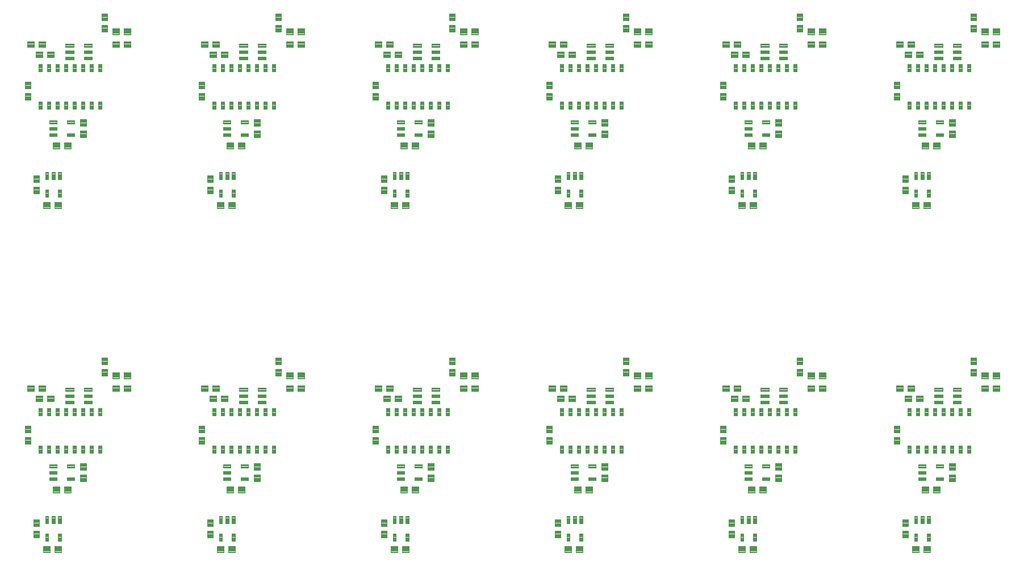
<source format=gbp>
G04 EAGLE Gerber RS-274X export*
G75*
%MOMM*%
%FSLAX34Y34*%
%LPD*%
%INSolderpaste Bottom*%
%IPPOS*%
%AMOC8*
5,1,8,0,0,1.08239X$1,22.5*%
G01*
%ADD10C,0.102000*%
%ADD11C,0.100000*%
%ADD12C,0.099000*%


D10*
X97740Y384460D02*
X92760Y384460D01*
X92760Y395440D01*
X97740Y395440D01*
X97740Y384460D01*
X97740Y385429D02*
X92760Y385429D01*
X92760Y386398D02*
X97740Y386398D01*
X97740Y387367D02*
X92760Y387367D01*
X92760Y388336D02*
X97740Y388336D01*
X97740Y389305D02*
X92760Y389305D01*
X92760Y390274D02*
X97740Y390274D01*
X97740Y391243D02*
X92760Y391243D01*
X92760Y392212D02*
X97740Y392212D01*
X97740Y393181D02*
X92760Y393181D01*
X92760Y394150D02*
X97740Y394150D01*
X97740Y395119D02*
X92760Y395119D01*
X105460Y384460D02*
X110440Y384460D01*
X105460Y384460D02*
X105460Y395440D01*
X110440Y395440D01*
X110440Y384460D01*
X110440Y385429D02*
X105460Y385429D01*
X105460Y386398D02*
X110440Y386398D01*
X110440Y387367D02*
X105460Y387367D01*
X105460Y388336D02*
X110440Y388336D01*
X110440Y389305D02*
X105460Y389305D01*
X105460Y390274D02*
X110440Y390274D01*
X110440Y391243D02*
X105460Y391243D01*
X105460Y392212D02*
X110440Y392212D01*
X110440Y393181D02*
X105460Y393181D01*
X105460Y394150D02*
X110440Y394150D01*
X110440Y395119D02*
X105460Y395119D01*
X118160Y384460D02*
X123140Y384460D01*
X118160Y384460D02*
X118160Y395440D01*
X123140Y395440D01*
X123140Y384460D01*
X123140Y385429D02*
X118160Y385429D01*
X118160Y386398D02*
X123140Y386398D01*
X123140Y387367D02*
X118160Y387367D01*
X118160Y388336D02*
X123140Y388336D01*
X123140Y389305D02*
X118160Y389305D01*
X118160Y390274D02*
X123140Y390274D01*
X123140Y391243D02*
X118160Y391243D01*
X118160Y392212D02*
X123140Y392212D01*
X123140Y393181D02*
X118160Y393181D01*
X118160Y394150D02*
X123140Y394150D01*
X123140Y395119D02*
X118160Y395119D01*
X130860Y384460D02*
X135840Y384460D01*
X130860Y384460D02*
X130860Y395440D01*
X135840Y395440D01*
X135840Y384460D01*
X135840Y385429D02*
X130860Y385429D01*
X130860Y386398D02*
X135840Y386398D01*
X135840Y387367D02*
X130860Y387367D01*
X130860Y388336D02*
X135840Y388336D01*
X135840Y389305D02*
X130860Y389305D01*
X130860Y390274D02*
X135840Y390274D01*
X135840Y391243D02*
X130860Y391243D01*
X130860Y392212D02*
X135840Y392212D01*
X135840Y393181D02*
X130860Y393181D01*
X130860Y394150D02*
X135840Y394150D01*
X135840Y395119D02*
X130860Y395119D01*
X143560Y384460D02*
X148540Y384460D01*
X143560Y384460D02*
X143560Y395440D01*
X148540Y395440D01*
X148540Y384460D01*
X148540Y385429D02*
X143560Y385429D01*
X143560Y386398D02*
X148540Y386398D01*
X148540Y387367D02*
X143560Y387367D01*
X143560Y388336D02*
X148540Y388336D01*
X148540Y389305D02*
X143560Y389305D01*
X143560Y390274D02*
X148540Y390274D01*
X148540Y391243D02*
X143560Y391243D01*
X143560Y392212D02*
X148540Y392212D01*
X148540Y393181D02*
X143560Y393181D01*
X143560Y394150D02*
X148540Y394150D01*
X148540Y395119D02*
X143560Y395119D01*
X156260Y384460D02*
X161240Y384460D01*
X156260Y384460D02*
X156260Y395440D01*
X161240Y395440D01*
X161240Y384460D01*
X161240Y385429D02*
X156260Y385429D01*
X156260Y386398D02*
X161240Y386398D01*
X161240Y387367D02*
X156260Y387367D01*
X156260Y388336D02*
X161240Y388336D01*
X161240Y389305D02*
X156260Y389305D01*
X156260Y390274D02*
X161240Y390274D01*
X161240Y391243D02*
X156260Y391243D01*
X156260Y392212D02*
X161240Y392212D01*
X161240Y393181D02*
X156260Y393181D01*
X156260Y394150D02*
X161240Y394150D01*
X161240Y395119D02*
X156260Y395119D01*
X168960Y384460D02*
X173940Y384460D01*
X168960Y384460D02*
X168960Y395440D01*
X173940Y395440D01*
X173940Y384460D01*
X173940Y385429D02*
X168960Y385429D01*
X168960Y386398D02*
X173940Y386398D01*
X173940Y387367D02*
X168960Y387367D01*
X168960Y388336D02*
X173940Y388336D01*
X173940Y389305D02*
X168960Y389305D01*
X168960Y390274D02*
X173940Y390274D01*
X173940Y391243D02*
X168960Y391243D01*
X168960Y392212D02*
X173940Y392212D01*
X173940Y393181D02*
X168960Y393181D01*
X168960Y394150D02*
X173940Y394150D01*
X173940Y395119D02*
X168960Y395119D01*
X181660Y384460D02*
X186640Y384460D01*
X181660Y384460D02*
X181660Y395440D01*
X186640Y395440D01*
X186640Y384460D01*
X186640Y385429D02*
X181660Y385429D01*
X181660Y386398D02*
X186640Y386398D01*
X186640Y387367D02*
X181660Y387367D01*
X181660Y388336D02*
X186640Y388336D01*
X186640Y389305D02*
X181660Y389305D01*
X181660Y390274D02*
X186640Y390274D01*
X186640Y391243D02*
X181660Y391243D01*
X181660Y392212D02*
X186640Y392212D01*
X186640Y393181D02*
X181660Y393181D01*
X181660Y394150D02*
X186640Y394150D01*
X186640Y395119D02*
X181660Y395119D01*
X181660Y328460D02*
X186640Y328460D01*
X181660Y328460D02*
X181660Y339440D01*
X186640Y339440D01*
X186640Y328460D01*
X186640Y329429D02*
X181660Y329429D01*
X181660Y330398D02*
X186640Y330398D01*
X186640Y331367D02*
X181660Y331367D01*
X181660Y332336D02*
X186640Y332336D01*
X186640Y333305D02*
X181660Y333305D01*
X181660Y334274D02*
X186640Y334274D01*
X186640Y335243D02*
X181660Y335243D01*
X181660Y336212D02*
X186640Y336212D01*
X186640Y337181D02*
X181660Y337181D01*
X181660Y338150D02*
X186640Y338150D01*
X186640Y339119D02*
X181660Y339119D01*
X173940Y328460D02*
X168960Y328460D01*
X168960Y339440D01*
X173940Y339440D01*
X173940Y328460D01*
X173940Y329429D02*
X168960Y329429D01*
X168960Y330398D02*
X173940Y330398D01*
X173940Y331367D02*
X168960Y331367D01*
X168960Y332336D02*
X173940Y332336D01*
X173940Y333305D02*
X168960Y333305D01*
X168960Y334274D02*
X173940Y334274D01*
X173940Y335243D02*
X168960Y335243D01*
X168960Y336212D02*
X173940Y336212D01*
X173940Y337181D02*
X168960Y337181D01*
X168960Y338150D02*
X173940Y338150D01*
X173940Y339119D02*
X168960Y339119D01*
X161240Y328460D02*
X156260Y328460D01*
X156260Y339440D01*
X161240Y339440D01*
X161240Y328460D01*
X161240Y329429D02*
X156260Y329429D01*
X156260Y330398D02*
X161240Y330398D01*
X161240Y331367D02*
X156260Y331367D01*
X156260Y332336D02*
X161240Y332336D01*
X161240Y333305D02*
X156260Y333305D01*
X156260Y334274D02*
X161240Y334274D01*
X161240Y335243D02*
X156260Y335243D01*
X156260Y336212D02*
X161240Y336212D01*
X161240Y337181D02*
X156260Y337181D01*
X156260Y338150D02*
X161240Y338150D01*
X161240Y339119D02*
X156260Y339119D01*
X148540Y328460D02*
X143560Y328460D01*
X143560Y339440D01*
X148540Y339440D01*
X148540Y328460D01*
X148540Y329429D02*
X143560Y329429D01*
X143560Y330398D02*
X148540Y330398D01*
X148540Y331367D02*
X143560Y331367D01*
X143560Y332336D02*
X148540Y332336D01*
X148540Y333305D02*
X143560Y333305D01*
X143560Y334274D02*
X148540Y334274D01*
X148540Y335243D02*
X143560Y335243D01*
X143560Y336212D02*
X148540Y336212D01*
X148540Y337181D02*
X143560Y337181D01*
X143560Y338150D02*
X148540Y338150D01*
X148540Y339119D02*
X143560Y339119D01*
X135840Y328460D02*
X130860Y328460D01*
X130860Y339440D01*
X135840Y339440D01*
X135840Y328460D01*
X135840Y329429D02*
X130860Y329429D01*
X130860Y330398D02*
X135840Y330398D01*
X135840Y331367D02*
X130860Y331367D01*
X130860Y332336D02*
X135840Y332336D01*
X135840Y333305D02*
X130860Y333305D01*
X130860Y334274D02*
X135840Y334274D01*
X135840Y335243D02*
X130860Y335243D01*
X130860Y336212D02*
X135840Y336212D01*
X135840Y337181D02*
X130860Y337181D01*
X130860Y338150D02*
X135840Y338150D01*
X135840Y339119D02*
X130860Y339119D01*
X123140Y328460D02*
X118160Y328460D01*
X118160Y339440D01*
X123140Y339440D01*
X123140Y328460D01*
X123140Y329429D02*
X118160Y329429D01*
X118160Y330398D02*
X123140Y330398D01*
X123140Y331367D02*
X118160Y331367D01*
X118160Y332336D02*
X123140Y332336D01*
X123140Y333305D02*
X118160Y333305D01*
X118160Y334274D02*
X123140Y334274D01*
X123140Y335243D02*
X118160Y335243D01*
X118160Y336212D02*
X123140Y336212D01*
X123140Y337181D02*
X118160Y337181D01*
X118160Y338150D02*
X123140Y338150D01*
X123140Y339119D02*
X118160Y339119D01*
X110440Y328460D02*
X105460Y328460D01*
X105460Y339440D01*
X110440Y339440D01*
X110440Y328460D01*
X110440Y329429D02*
X105460Y329429D01*
X105460Y330398D02*
X110440Y330398D01*
X110440Y331367D02*
X105460Y331367D01*
X105460Y332336D02*
X110440Y332336D01*
X110440Y333305D02*
X105460Y333305D01*
X105460Y334274D02*
X110440Y334274D01*
X110440Y335243D02*
X105460Y335243D01*
X105460Y336212D02*
X110440Y336212D01*
X110440Y337181D02*
X105460Y337181D01*
X105460Y338150D02*
X110440Y338150D01*
X110440Y339119D02*
X105460Y339119D01*
X97740Y328460D02*
X92760Y328460D01*
X92760Y339440D01*
X97740Y339440D01*
X97740Y328460D01*
X97740Y329429D02*
X92760Y329429D01*
X92760Y330398D02*
X97740Y330398D01*
X97740Y331367D02*
X92760Y331367D01*
X92760Y332336D02*
X97740Y332336D01*
X97740Y333305D02*
X92760Y333305D01*
X92760Y334274D02*
X97740Y334274D01*
X97740Y335243D02*
X92760Y335243D01*
X92760Y336212D02*
X97740Y336212D01*
X97740Y337181D02*
X92760Y337181D01*
X92760Y338150D02*
X97740Y338150D01*
X97740Y339119D02*
X92760Y339119D01*
D11*
X186000Y460700D02*
X186000Y470700D01*
X195000Y470700D01*
X195000Y460700D01*
X186000Y460700D01*
X186000Y461650D02*
X195000Y461650D01*
X195000Y462600D02*
X186000Y462600D01*
X186000Y463550D02*
X195000Y463550D01*
X195000Y464500D02*
X186000Y464500D01*
X186000Y465450D02*
X195000Y465450D01*
X195000Y466400D02*
X186000Y466400D01*
X186000Y467350D02*
X195000Y467350D01*
X195000Y468300D02*
X186000Y468300D01*
X186000Y469250D02*
X195000Y469250D01*
X195000Y470200D02*
X186000Y470200D01*
X186000Y453700D02*
X186000Y443700D01*
X186000Y453700D02*
X195000Y453700D01*
X195000Y443700D01*
X186000Y443700D01*
X186000Y444650D02*
X195000Y444650D01*
X195000Y445600D02*
X186000Y445600D01*
X186000Y446550D02*
X195000Y446550D01*
X195000Y447500D02*
X186000Y447500D01*
X186000Y448450D02*
X195000Y448450D01*
X195000Y449400D02*
X186000Y449400D01*
X186000Y450350D02*
X195000Y450350D01*
X195000Y451300D02*
X186000Y451300D01*
X186000Y452250D02*
X195000Y452250D01*
X195000Y453200D02*
X186000Y453200D01*
X98100Y405710D02*
X88100Y405710D01*
X88100Y414710D01*
X98100Y414710D01*
X98100Y405710D01*
X98100Y406660D02*
X88100Y406660D01*
X88100Y407610D02*
X98100Y407610D01*
X98100Y408560D02*
X88100Y408560D01*
X88100Y409510D02*
X98100Y409510D01*
X98100Y410460D02*
X88100Y410460D01*
X88100Y411410D02*
X98100Y411410D01*
X98100Y412360D02*
X88100Y412360D01*
X88100Y413310D02*
X98100Y413310D01*
X98100Y414260D02*
X88100Y414260D01*
X105100Y405710D02*
X115100Y405710D01*
X105100Y405710D02*
X105100Y414710D01*
X115100Y414710D01*
X115100Y405710D01*
X115100Y406660D02*
X105100Y406660D01*
X105100Y407610D02*
X115100Y407610D01*
X115100Y408560D02*
X105100Y408560D01*
X105100Y409510D02*
X115100Y409510D01*
X115100Y410460D02*
X105100Y410460D01*
X105100Y411410D02*
X115100Y411410D01*
X115100Y412360D02*
X105100Y412360D01*
X105100Y413310D02*
X115100Y413310D01*
X115100Y414260D02*
X105100Y414260D01*
X202400Y440000D02*
X212400Y440000D01*
X202400Y440000D02*
X202400Y449000D01*
X212400Y449000D01*
X212400Y440000D01*
X212400Y440950D02*
X202400Y440950D01*
X202400Y441900D02*
X212400Y441900D01*
X212400Y442850D02*
X202400Y442850D01*
X202400Y443800D02*
X212400Y443800D01*
X212400Y444750D02*
X202400Y444750D01*
X202400Y445700D02*
X212400Y445700D01*
X212400Y446650D02*
X202400Y446650D01*
X202400Y447600D02*
X212400Y447600D01*
X212400Y448550D02*
X202400Y448550D01*
X219400Y440000D02*
X229400Y440000D01*
X219400Y440000D02*
X219400Y449000D01*
X229400Y449000D01*
X229400Y440000D01*
X229400Y440950D02*
X219400Y440950D01*
X219400Y441900D02*
X229400Y441900D01*
X229400Y442850D02*
X219400Y442850D01*
X219400Y443800D02*
X229400Y443800D01*
X229400Y444750D02*
X219400Y444750D01*
X219400Y445700D02*
X229400Y445700D01*
X229400Y446650D02*
X219400Y446650D01*
X219400Y447600D02*
X229400Y447600D01*
X229400Y448550D02*
X219400Y448550D01*
X219400Y429950D02*
X229400Y429950D01*
X229400Y420950D01*
X219400Y420950D01*
X219400Y429950D01*
X219400Y421900D02*
X229400Y421900D01*
X229400Y422850D02*
X219400Y422850D01*
X219400Y423800D02*
X229400Y423800D01*
X229400Y424750D02*
X219400Y424750D01*
X219400Y425700D02*
X229400Y425700D01*
X229400Y426650D02*
X219400Y426650D01*
X219400Y427600D02*
X229400Y427600D01*
X229400Y428550D02*
X219400Y428550D01*
X219400Y429500D02*
X229400Y429500D01*
X212400Y429950D02*
X202400Y429950D01*
X212400Y429950D02*
X212400Y420950D01*
X202400Y420950D01*
X202400Y429950D01*
X202400Y421900D02*
X212400Y421900D01*
X212400Y422850D02*
X202400Y422850D01*
X202400Y423800D02*
X212400Y423800D01*
X212400Y424750D02*
X202400Y424750D01*
X202400Y425700D02*
X212400Y425700D01*
X212400Y426650D02*
X202400Y426650D01*
X202400Y427600D02*
X212400Y427600D01*
X212400Y428550D02*
X202400Y428550D01*
X202400Y429500D02*
X212400Y429500D01*
D12*
X159896Y425775D02*
X159896Y421265D01*
X159896Y425775D02*
X172406Y425775D01*
X172406Y421265D01*
X159896Y421265D01*
X159896Y422205D02*
X172406Y422205D01*
X172406Y423145D02*
X159896Y423145D01*
X159896Y424085D02*
X172406Y424085D01*
X172406Y425025D02*
X159896Y425025D01*
X159896Y416275D02*
X159896Y411765D01*
X159896Y416275D02*
X172406Y416275D01*
X172406Y411765D01*
X159896Y411765D01*
X159896Y412705D02*
X172406Y412705D01*
X172406Y413645D02*
X159896Y413645D01*
X159896Y414585D02*
X172406Y414585D01*
X172406Y415525D02*
X159896Y415525D01*
X159896Y406775D02*
X159896Y402265D01*
X159896Y406775D02*
X172406Y406775D01*
X172406Y402265D01*
X159896Y402265D01*
X159896Y403205D02*
X172406Y403205D01*
X172406Y404145D02*
X159896Y404145D01*
X159896Y405085D02*
X172406Y405085D01*
X172406Y406025D02*
X159896Y406025D01*
X132394Y406775D02*
X132394Y402265D01*
X132394Y406775D02*
X144904Y406775D01*
X144904Y402265D01*
X132394Y402265D01*
X132394Y403205D02*
X144904Y403205D01*
X144904Y404145D02*
X132394Y404145D01*
X132394Y405085D02*
X144904Y405085D01*
X144904Y406025D02*
X132394Y406025D01*
X132394Y411765D02*
X132394Y416275D01*
X144904Y416275D01*
X144904Y411765D01*
X132394Y411765D01*
X132394Y412705D02*
X144904Y412705D01*
X144904Y413645D02*
X132394Y413645D01*
X132394Y414585D02*
X144904Y414585D01*
X144904Y415525D02*
X132394Y415525D01*
X132394Y421265D02*
X132394Y425775D01*
X144904Y425775D01*
X144904Y421265D01*
X132394Y421265D01*
X132394Y422205D02*
X144904Y422205D01*
X144904Y423145D02*
X132394Y423145D01*
X132394Y424085D02*
X144904Y424085D01*
X144904Y425025D02*
X132394Y425025D01*
D11*
X102400Y429950D02*
X92400Y429950D01*
X102400Y429950D02*
X102400Y420950D01*
X92400Y420950D01*
X92400Y429950D01*
X92400Y421900D02*
X102400Y421900D01*
X102400Y422850D02*
X92400Y422850D01*
X92400Y423800D02*
X102400Y423800D01*
X102400Y424750D02*
X92400Y424750D01*
X92400Y425700D02*
X102400Y425700D01*
X102400Y426650D02*
X92400Y426650D01*
X92400Y427600D02*
X102400Y427600D01*
X102400Y428550D02*
X92400Y428550D01*
X92400Y429500D02*
X102400Y429500D01*
X85400Y429950D02*
X75400Y429950D01*
X85400Y429950D02*
X85400Y420950D01*
X75400Y420950D01*
X75400Y429950D01*
X75400Y421900D02*
X85400Y421900D01*
X85400Y422850D02*
X75400Y422850D01*
X75400Y423800D02*
X85400Y423800D01*
X85400Y424750D02*
X75400Y424750D01*
X75400Y425700D02*
X85400Y425700D01*
X85400Y426650D02*
X75400Y426650D01*
X75400Y427600D02*
X85400Y427600D01*
X85400Y428550D02*
X75400Y428550D01*
X75400Y429500D02*
X85400Y429500D01*
X80700Y352100D02*
X80700Y342100D01*
X71700Y342100D01*
X71700Y352100D01*
X80700Y352100D01*
X80700Y343050D02*
X71700Y343050D01*
X71700Y344000D02*
X80700Y344000D01*
X80700Y344950D02*
X71700Y344950D01*
X71700Y345900D02*
X80700Y345900D01*
X80700Y346850D02*
X71700Y346850D01*
X71700Y347800D02*
X80700Y347800D01*
X80700Y348750D02*
X71700Y348750D01*
X71700Y349700D02*
X80700Y349700D01*
X80700Y350650D02*
X71700Y350650D01*
X71700Y351600D02*
X80700Y351600D01*
X80700Y359100D02*
X80700Y369100D01*
X80700Y359100D02*
X71700Y359100D01*
X71700Y369100D01*
X80700Y369100D01*
X80700Y360050D02*
X71700Y360050D01*
X71700Y361000D02*
X80700Y361000D01*
X80700Y361950D02*
X71700Y361950D01*
X71700Y362900D02*
X80700Y362900D01*
X80700Y363850D02*
X71700Y363850D01*
X71700Y364800D02*
X80700Y364800D01*
X80700Y365750D02*
X71700Y365750D01*
X71700Y366700D02*
X80700Y366700D01*
X80700Y367650D02*
X71700Y367650D01*
X71700Y368600D02*
X80700Y368600D01*
D12*
X119504Y292475D02*
X119504Y287965D01*
X108494Y287965D01*
X108494Y292475D01*
X119504Y292475D01*
X119504Y288905D02*
X108494Y288905D01*
X108494Y289845D02*
X119504Y289845D01*
X119504Y290785D02*
X108494Y290785D01*
X108494Y291725D02*
X119504Y291725D01*
X119504Y297465D02*
X119504Y301975D01*
X119504Y297465D02*
X108494Y297465D01*
X108494Y301975D01*
X119504Y301975D01*
X119504Y298405D02*
X108494Y298405D01*
X108494Y299345D02*
X119504Y299345D01*
X119504Y300285D02*
X108494Y300285D01*
X108494Y301225D02*
X119504Y301225D01*
X119504Y306965D02*
X119504Y311475D01*
X119504Y306965D02*
X108494Y306965D01*
X108494Y311475D01*
X119504Y311475D01*
X119504Y307905D02*
X108494Y307905D01*
X108494Y308845D02*
X119504Y308845D01*
X119504Y309785D02*
X108494Y309785D01*
X108494Y310725D02*
X119504Y310725D01*
X145506Y311475D02*
X145506Y306965D01*
X134496Y306965D01*
X134496Y311475D01*
X145506Y311475D01*
X145506Y307905D02*
X134496Y307905D01*
X134496Y308845D02*
X145506Y308845D01*
X145506Y309785D02*
X134496Y309785D01*
X134496Y310725D02*
X145506Y310725D01*
X145506Y292475D02*
X145506Y287965D01*
X134496Y287965D01*
X134496Y292475D01*
X145506Y292475D01*
X145506Y288905D02*
X134496Y288905D01*
X134496Y289845D02*
X145506Y289845D01*
X145506Y290785D02*
X134496Y290785D01*
X134496Y291725D02*
X145506Y291725D01*
D11*
X123500Y269820D02*
X113500Y269820D01*
X113500Y278820D01*
X123500Y278820D01*
X123500Y269820D01*
X123500Y270770D02*
X113500Y270770D01*
X113500Y271720D02*
X123500Y271720D01*
X123500Y272670D02*
X113500Y272670D01*
X113500Y273620D02*
X123500Y273620D01*
X123500Y274570D02*
X113500Y274570D01*
X113500Y275520D02*
X123500Y275520D01*
X123500Y276470D02*
X113500Y276470D01*
X113500Y277420D02*
X123500Y277420D01*
X123500Y278370D02*
X113500Y278370D01*
X130500Y269820D02*
X140500Y269820D01*
X130500Y269820D02*
X130500Y278820D01*
X140500Y278820D01*
X140500Y269820D01*
X140500Y270770D02*
X130500Y270770D01*
X130500Y271720D02*
X140500Y271720D01*
X140500Y272670D02*
X130500Y272670D01*
X130500Y273620D02*
X140500Y273620D01*
X140500Y274570D02*
X130500Y274570D01*
X130500Y275520D02*
X140500Y275520D01*
X140500Y276470D02*
X130500Y276470D01*
X130500Y277420D02*
X140500Y277420D01*
X140500Y278370D02*
X130500Y278370D01*
D12*
X107055Y223396D02*
X102545Y223396D01*
X102545Y234406D01*
X107055Y234406D01*
X107055Y223396D01*
X107055Y224336D02*
X102545Y224336D01*
X102545Y225276D02*
X107055Y225276D01*
X107055Y226216D02*
X102545Y226216D01*
X102545Y227156D02*
X107055Y227156D01*
X107055Y228096D02*
X102545Y228096D01*
X102545Y229036D02*
X107055Y229036D01*
X107055Y229976D02*
X102545Y229976D01*
X102545Y230916D02*
X107055Y230916D01*
X107055Y231856D02*
X102545Y231856D01*
X102545Y232796D02*
X107055Y232796D01*
X107055Y233736D02*
X102545Y233736D01*
X112045Y223396D02*
X116555Y223396D01*
X112045Y223396D02*
X112045Y234406D01*
X116555Y234406D01*
X116555Y223396D01*
X116555Y224336D02*
X112045Y224336D01*
X112045Y225276D02*
X116555Y225276D01*
X116555Y226216D02*
X112045Y226216D01*
X112045Y227156D02*
X116555Y227156D01*
X116555Y228096D02*
X112045Y228096D01*
X112045Y229036D02*
X116555Y229036D01*
X116555Y229976D02*
X112045Y229976D01*
X112045Y230916D02*
X116555Y230916D01*
X116555Y231856D02*
X112045Y231856D01*
X112045Y232796D02*
X116555Y232796D01*
X116555Y233736D02*
X112045Y233736D01*
X121545Y223396D02*
X126055Y223396D01*
X121545Y223396D02*
X121545Y234406D01*
X126055Y234406D01*
X126055Y223396D01*
X126055Y224336D02*
X121545Y224336D01*
X121545Y225276D02*
X126055Y225276D01*
X126055Y226216D02*
X121545Y226216D01*
X121545Y227156D02*
X126055Y227156D01*
X126055Y228096D02*
X121545Y228096D01*
X121545Y229036D02*
X126055Y229036D01*
X126055Y229976D02*
X121545Y229976D01*
X121545Y230916D02*
X126055Y230916D01*
X126055Y231856D02*
X121545Y231856D01*
X121545Y232796D02*
X126055Y232796D01*
X126055Y233736D02*
X121545Y233736D01*
X121545Y197394D02*
X126055Y197394D01*
X121545Y197394D02*
X121545Y208404D01*
X126055Y208404D01*
X126055Y197394D01*
X126055Y198334D02*
X121545Y198334D01*
X121545Y199274D02*
X126055Y199274D01*
X126055Y200214D02*
X121545Y200214D01*
X121545Y201154D02*
X126055Y201154D01*
X126055Y202094D02*
X121545Y202094D01*
X121545Y203034D02*
X126055Y203034D01*
X126055Y203974D02*
X121545Y203974D01*
X121545Y204914D02*
X126055Y204914D01*
X126055Y205854D02*
X121545Y205854D01*
X121545Y206794D02*
X126055Y206794D01*
X126055Y207734D02*
X121545Y207734D01*
X107055Y197394D02*
X102545Y197394D01*
X102545Y208404D01*
X107055Y208404D01*
X107055Y197394D01*
X107055Y198334D02*
X102545Y198334D01*
X102545Y199274D02*
X107055Y199274D01*
X107055Y200214D02*
X102545Y200214D01*
X102545Y201154D02*
X107055Y201154D01*
X107055Y202094D02*
X102545Y202094D01*
X102545Y203034D02*
X107055Y203034D01*
X107055Y203974D02*
X102545Y203974D01*
X102545Y204914D02*
X107055Y204914D01*
X107055Y205854D02*
X102545Y205854D01*
X102545Y206794D02*
X107055Y206794D01*
X107055Y207734D02*
X102545Y207734D01*
D11*
X84400Y219400D02*
X84400Y229400D01*
X93400Y229400D01*
X93400Y219400D01*
X84400Y219400D01*
X84400Y220350D02*
X93400Y220350D01*
X93400Y221300D02*
X84400Y221300D01*
X84400Y222250D02*
X93400Y222250D01*
X93400Y223200D02*
X84400Y223200D01*
X84400Y224150D02*
X93400Y224150D01*
X93400Y225100D02*
X84400Y225100D01*
X84400Y226050D02*
X93400Y226050D01*
X93400Y227000D02*
X84400Y227000D01*
X84400Y227950D02*
X93400Y227950D01*
X93400Y228900D02*
X84400Y228900D01*
X84400Y212400D02*
X84400Y202400D01*
X84400Y212400D02*
X93400Y212400D01*
X93400Y202400D01*
X84400Y202400D01*
X84400Y203350D02*
X93400Y203350D01*
X93400Y204300D02*
X84400Y204300D01*
X84400Y205250D02*
X93400Y205250D01*
X93400Y206200D02*
X84400Y206200D01*
X84400Y207150D02*
X93400Y207150D01*
X93400Y208100D02*
X84400Y208100D01*
X84400Y209050D02*
X93400Y209050D01*
X93400Y210000D02*
X84400Y210000D01*
X84400Y210950D02*
X93400Y210950D01*
X93400Y211900D02*
X84400Y211900D01*
X99530Y180920D02*
X109530Y180920D01*
X99530Y180920D02*
X99530Y189920D01*
X109530Y189920D01*
X109530Y180920D01*
X109530Y181870D02*
X99530Y181870D01*
X99530Y182820D02*
X109530Y182820D01*
X109530Y183770D02*
X99530Y183770D01*
X99530Y184720D02*
X109530Y184720D01*
X109530Y185670D02*
X99530Y185670D01*
X99530Y186620D02*
X109530Y186620D01*
X109530Y187570D02*
X99530Y187570D01*
X99530Y188520D02*
X109530Y188520D01*
X109530Y189470D02*
X99530Y189470D01*
X116530Y180920D02*
X126530Y180920D01*
X116530Y180920D02*
X116530Y189920D01*
X126530Y189920D01*
X126530Y180920D01*
X126530Y181870D02*
X116530Y181870D01*
X116530Y182820D02*
X126530Y182820D01*
X126530Y183770D02*
X116530Y183770D01*
X116530Y184720D02*
X126530Y184720D01*
X126530Y185670D02*
X116530Y185670D01*
X116530Y186620D02*
X126530Y186620D01*
X126530Y187570D02*
X116530Y187570D01*
X116530Y188520D02*
X126530Y188520D01*
X126530Y189470D02*
X116530Y189470D01*
X163250Y286220D02*
X163250Y296220D01*
X163250Y286220D02*
X154250Y286220D01*
X154250Y296220D01*
X163250Y296220D01*
X163250Y287170D02*
X154250Y287170D01*
X154250Y288120D02*
X163250Y288120D01*
X163250Y289070D02*
X154250Y289070D01*
X154250Y290020D02*
X163250Y290020D01*
X163250Y290970D02*
X154250Y290970D01*
X154250Y291920D02*
X163250Y291920D01*
X163250Y292870D02*
X154250Y292870D01*
X154250Y293820D02*
X163250Y293820D01*
X163250Y294770D02*
X154250Y294770D01*
X154250Y295720D02*
X163250Y295720D01*
X163250Y303220D02*
X163250Y313220D01*
X163250Y303220D02*
X154250Y303220D01*
X154250Y313220D01*
X163250Y313220D01*
X163250Y304170D02*
X154250Y304170D01*
X154250Y305120D02*
X163250Y305120D01*
X163250Y306070D02*
X154250Y306070D01*
X154250Y307020D02*
X163250Y307020D01*
X163250Y307970D02*
X154250Y307970D01*
X154250Y308920D02*
X163250Y308920D01*
X163250Y309870D02*
X154250Y309870D01*
X154250Y310820D02*
X163250Y310820D01*
X163250Y311770D02*
X154250Y311770D01*
X154250Y312720D02*
X163250Y312720D01*
D10*
X351840Y384460D02*
X356820Y384460D01*
X351840Y384460D02*
X351840Y395440D01*
X356820Y395440D01*
X356820Y384460D01*
X356820Y385429D02*
X351840Y385429D01*
X351840Y386398D02*
X356820Y386398D01*
X356820Y387367D02*
X351840Y387367D01*
X351840Y388336D02*
X356820Y388336D01*
X356820Y389305D02*
X351840Y389305D01*
X351840Y390274D02*
X356820Y390274D01*
X356820Y391243D02*
X351840Y391243D01*
X351840Y392212D02*
X356820Y392212D01*
X356820Y393181D02*
X351840Y393181D01*
X351840Y394150D02*
X356820Y394150D01*
X356820Y395119D02*
X351840Y395119D01*
X364540Y384460D02*
X369520Y384460D01*
X364540Y384460D02*
X364540Y395440D01*
X369520Y395440D01*
X369520Y384460D01*
X369520Y385429D02*
X364540Y385429D01*
X364540Y386398D02*
X369520Y386398D01*
X369520Y387367D02*
X364540Y387367D01*
X364540Y388336D02*
X369520Y388336D01*
X369520Y389305D02*
X364540Y389305D01*
X364540Y390274D02*
X369520Y390274D01*
X369520Y391243D02*
X364540Y391243D01*
X364540Y392212D02*
X369520Y392212D01*
X369520Y393181D02*
X364540Y393181D01*
X364540Y394150D02*
X369520Y394150D01*
X369520Y395119D02*
X364540Y395119D01*
X377240Y384460D02*
X382220Y384460D01*
X377240Y384460D02*
X377240Y395440D01*
X382220Y395440D01*
X382220Y384460D01*
X382220Y385429D02*
X377240Y385429D01*
X377240Y386398D02*
X382220Y386398D01*
X382220Y387367D02*
X377240Y387367D01*
X377240Y388336D02*
X382220Y388336D01*
X382220Y389305D02*
X377240Y389305D01*
X377240Y390274D02*
X382220Y390274D01*
X382220Y391243D02*
X377240Y391243D01*
X377240Y392212D02*
X382220Y392212D01*
X382220Y393181D02*
X377240Y393181D01*
X377240Y394150D02*
X382220Y394150D01*
X382220Y395119D02*
X377240Y395119D01*
X389940Y384460D02*
X394920Y384460D01*
X389940Y384460D02*
X389940Y395440D01*
X394920Y395440D01*
X394920Y384460D01*
X394920Y385429D02*
X389940Y385429D01*
X389940Y386398D02*
X394920Y386398D01*
X394920Y387367D02*
X389940Y387367D01*
X389940Y388336D02*
X394920Y388336D01*
X394920Y389305D02*
X389940Y389305D01*
X389940Y390274D02*
X394920Y390274D01*
X394920Y391243D02*
X389940Y391243D01*
X389940Y392212D02*
X394920Y392212D01*
X394920Y393181D02*
X389940Y393181D01*
X389940Y394150D02*
X394920Y394150D01*
X394920Y395119D02*
X389940Y395119D01*
X402640Y384460D02*
X407620Y384460D01*
X402640Y384460D02*
X402640Y395440D01*
X407620Y395440D01*
X407620Y384460D01*
X407620Y385429D02*
X402640Y385429D01*
X402640Y386398D02*
X407620Y386398D01*
X407620Y387367D02*
X402640Y387367D01*
X402640Y388336D02*
X407620Y388336D01*
X407620Y389305D02*
X402640Y389305D01*
X402640Y390274D02*
X407620Y390274D01*
X407620Y391243D02*
X402640Y391243D01*
X402640Y392212D02*
X407620Y392212D01*
X407620Y393181D02*
X402640Y393181D01*
X402640Y394150D02*
X407620Y394150D01*
X407620Y395119D02*
X402640Y395119D01*
X415340Y384460D02*
X420320Y384460D01*
X415340Y384460D02*
X415340Y395440D01*
X420320Y395440D01*
X420320Y384460D01*
X420320Y385429D02*
X415340Y385429D01*
X415340Y386398D02*
X420320Y386398D01*
X420320Y387367D02*
X415340Y387367D01*
X415340Y388336D02*
X420320Y388336D01*
X420320Y389305D02*
X415340Y389305D01*
X415340Y390274D02*
X420320Y390274D01*
X420320Y391243D02*
X415340Y391243D01*
X415340Y392212D02*
X420320Y392212D01*
X420320Y393181D02*
X415340Y393181D01*
X415340Y394150D02*
X420320Y394150D01*
X420320Y395119D02*
X415340Y395119D01*
X428040Y384460D02*
X433020Y384460D01*
X428040Y384460D02*
X428040Y395440D01*
X433020Y395440D01*
X433020Y384460D01*
X433020Y385429D02*
X428040Y385429D01*
X428040Y386398D02*
X433020Y386398D01*
X433020Y387367D02*
X428040Y387367D01*
X428040Y388336D02*
X433020Y388336D01*
X433020Y389305D02*
X428040Y389305D01*
X428040Y390274D02*
X433020Y390274D01*
X433020Y391243D02*
X428040Y391243D01*
X428040Y392212D02*
X433020Y392212D01*
X433020Y393181D02*
X428040Y393181D01*
X428040Y394150D02*
X433020Y394150D01*
X433020Y395119D02*
X428040Y395119D01*
X440740Y384460D02*
X445720Y384460D01*
X440740Y384460D02*
X440740Y395440D01*
X445720Y395440D01*
X445720Y384460D01*
X445720Y385429D02*
X440740Y385429D01*
X440740Y386398D02*
X445720Y386398D01*
X445720Y387367D02*
X440740Y387367D01*
X440740Y388336D02*
X445720Y388336D01*
X445720Y389305D02*
X440740Y389305D01*
X440740Y390274D02*
X445720Y390274D01*
X445720Y391243D02*
X440740Y391243D01*
X440740Y392212D02*
X445720Y392212D01*
X445720Y393181D02*
X440740Y393181D01*
X440740Y394150D02*
X445720Y394150D01*
X445720Y395119D02*
X440740Y395119D01*
X440740Y328460D02*
X445720Y328460D01*
X440740Y328460D02*
X440740Y339440D01*
X445720Y339440D01*
X445720Y328460D01*
X445720Y329429D02*
X440740Y329429D01*
X440740Y330398D02*
X445720Y330398D01*
X445720Y331367D02*
X440740Y331367D01*
X440740Y332336D02*
X445720Y332336D01*
X445720Y333305D02*
X440740Y333305D01*
X440740Y334274D02*
X445720Y334274D01*
X445720Y335243D02*
X440740Y335243D01*
X440740Y336212D02*
X445720Y336212D01*
X445720Y337181D02*
X440740Y337181D01*
X440740Y338150D02*
X445720Y338150D01*
X445720Y339119D02*
X440740Y339119D01*
X433020Y328460D02*
X428040Y328460D01*
X428040Y339440D01*
X433020Y339440D01*
X433020Y328460D01*
X433020Y329429D02*
X428040Y329429D01*
X428040Y330398D02*
X433020Y330398D01*
X433020Y331367D02*
X428040Y331367D01*
X428040Y332336D02*
X433020Y332336D01*
X433020Y333305D02*
X428040Y333305D01*
X428040Y334274D02*
X433020Y334274D01*
X433020Y335243D02*
X428040Y335243D01*
X428040Y336212D02*
X433020Y336212D01*
X433020Y337181D02*
X428040Y337181D01*
X428040Y338150D02*
X433020Y338150D01*
X433020Y339119D02*
X428040Y339119D01*
X420320Y328460D02*
X415340Y328460D01*
X415340Y339440D01*
X420320Y339440D01*
X420320Y328460D01*
X420320Y329429D02*
X415340Y329429D01*
X415340Y330398D02*
X420320Y330398D01*
X420320Y331367D02*
X415340Y331367D01*
X415340Y332336D02*
X420320Y332336D01*
X420320Y333305D02*
X415340Y333305D01*
X415340Y334274D02*
X420320Y334274D01*
X420320Y335243D02*
X415340Y335243D01*
X415340Y336212D02*
X420320Y336212D01*
X420320Y337181D02*
X415340Y337181D01*
X415340Y338150D02*
X420320Y338150D01*
X420320Y339119D02*
X415340Y339119D01*
X407620Y328460D02*
X402640Y328460D01*
X402640Y339440D01*
X407620Y339440D01*
X407620Y328460D01*
X407620Y329429D02*
X402640Y329429D01*
X402640Y330398D02*
X407620Y330398D01*
X407620Y331367D02*
X402640Y331367D01*
X402640Y332336D02*
X407620Y332336D01*
X407620Y333305D02*
X402640Y333305D01*
X402640Y334274D02*
X407620Y334274D01*
X407620Y335243D02*
X402640Y335243D01*
X402640Y336212D02*
X407620Y336212D01*
X407620Y337181D02*
X402640Y337181D01*
X402640Y338150D02*
X407620Y338150D01*
X407620Y339119D02*
X402640Y339119D01*
X394920Y328460D02*
X389940Y328460D01*
X389940Y339440D01*
X394920Y339440D01*
X394920Y328460D01*
X394920Y329429D02*
X389940Y329429D01*
X389940Y330398D02*
X394920Y330398D01*
X394920Y331367D02*
X389940Y331367D01*
X389940Y332336D02*
X394920Y332336D01*
X394920Y333305D02*
X389940Y333305D01*
X389940Y334274D02*
X394920Y334274D01*
X394920Y335243D02*
X389940Y335243D01*
X389940Y336212D02*
X394920Y336212D01*
X394920Y337181D02*
X389940Y337181D01*
X389940Y338150D02*
X394920Y338150D01*
X394920Y339119D02*
X389940Y339119D01*
X382220Y328460D02*
X377240Y328460D01*
X377240Y339440D01*
X382220Y339440D01*
X382220Y328460D01*
X382220Y329429D02*
X377240Y329429D01*
X377240Y330398D02*
X382220Y330398D01*
X382220Y331367D02*
X377240Y331367D01*
X377240Y332336D02*
X382220Y332336D01*
X382220Y333305D02*
X377240Y333305D01*
X377240Y334274D02*
X382220Y334274D01*
X382220Y335243D02*
X377240Y335243D01*
X377240Y336212D02*
X382220Y336212D01*
X382220Y337181D02*
X377240Y337181D01*
X377240Y338150D02*
X382220Y338150D01*
X382220Y339119D02*
X377240Y339119D01*
X369520Y328460D02*
X364540Y328460D01*
X364540Y339440D01*
X369520Y339440D01*
X369520Y328460D01*
X369520Y329429D02*
X364540Y329429D01*
X364540Y330398D02*
X369520Y330398D01*
X369520Y331367D02*
X364540Y331367D01*
X364540Y332336D02*
X369520Y332336D01*
X369520Y333305D02*
X364540Y333305D01*
X364540Y334274D02*
X369520Y334274D01*
X369520Y335243D02*
X364540Y335243D01*
X364540Y336212D02*
X369520Y336212D01*
X369520Y337181D02*
X364540Y337181D01*
X364540Y338150D02*
X369520Y338150D01*
X369520Y339119D02*
X364540Y339119D01*
X356820Y328460D02*
X351840Y328460D01*
X351840Y339440D01*
X356820Y339440D01*
X356820Y328460D01*
X356820Y329429D02*
X351840Y329429D01*
X351840Y330398D02*
X356820Y330398D01*
X356820Y331367D02*
X351840Y331367D01*
X351840Y332336D02*
X356820Y332336D01*
X356820Y333305D02*
X351840Y333305D01*
X351840Y334274D02*
X356820Y334274D01*
X356820Y335243D02*
X351840Y335243D01*
X351840Y336212D02*
X356820Y336212D01*
X356820Y337181D02*
X351840Y337181D01*
X351840Y338150D02*
X356820Y338150D01*
X356820Y339119D02*
X351840Y339119D01*
D11*
X445080Y460700D02*
X445080Y470700D01*
X454080Y470700D01*
X454080Y460700D01*
X445080Y460700D01*
X445080Y461650D02*
X454080Y461650D01*
X454080Y462600D02*
X445080Y462600D01*
X445080Y463550D02*
X454080Y463550D01*
X454080Y464500D02*
X445080Y464500D01*
X445080Y465450D02*
X454080Y465450D01*
X454080Y466400D02*
X445080Y466400D01*
X445080Y467350D02*
X454080Y467350D01*
X454080Y468300D02*
X445080Y468300D01*
X445080Y469250D02*
X454080Y469250D01*
X454080Y470200D02*
X445080Y470200D01*
X445080Y453700D02*
X445080Y443700D01*
X445080Y453700D02*
X454080Y453700D01*
X454080Y443700D01*
X445080Y443700D01*
X445080Y444650D02*
X454080Y444650D01*
X454080Y445600D02*
X445080Y445600D01*
X445080Y446550D02*
X454080Y446550D01*
X454080Y447500D02*
X445080Y447500D01*
X445080Y448450D02*
X454080Y448450D01*
X454080Y449400D02*
X445080Y449400D01*
X445080Y450350D02*
X454080Y450350D01*
X454080Y451300D02*
X445080Y451300D01*
X445080Y452250D02*
X454080Y452250D01*
X454080Y453200D02*
X445080Y453200D01*
X357180Y405710D02*
X347180Y405710D01*
X347180Y414710D01*
X357180Y414710D01*
X357180Y405710D01*
X357180Y406660D02*
X347180Y406660D01*
X347180Y407610D02*
X357180Y407610D01*
X357180Y408560D02*
X347180Y408560D01*
X347180Y409510D02*
X357180Y409510D01*
X357180Y410460D02*
X347180Y410460D01*
X347180Y411410D02*
X357180Y411410D01*
X357180Y412360D02*
X347180Y412360D01*
X347180Y413310D02*
X357180Y413310D01*
X357180Y414260D02*
X347180Y414260D01*
X364180Y405710D02*
X374180Y405710D01*
X364180Y405710D02*
X364180Y414710D01*
X374180Y414710D01*
X374180Y405710D01*
X374180Y406660D02*
X364180Y406660D01*
X364180Y407610D02*
X374180Y407610D01*
X374180Y408560D02*
X364180Y408560D01*
X364180Y409510D02*
X374180Y409510D01*
X374180Y410460D02*
X364180Y410460D01*
X364180Y411410D02*
X374180Y411410D01*
X374180Y412360D02*
X364180Y412360D01*
X364180Y413310D02*
X374180Y413310D01*
X374180Y414260D02*
X364180Y414260D01*
X461480Y440000D02*
X471480Y440000D01*
X461480Y440000D02*
X461480Y449000D01*
X471480Y449000D01*
X471480Y440000D01*
X471480Y440950D02*
X461480Y440950D01*
X461480Y441900D02*
X471480Y441900D01*
X471480Y442850D02*
X461480Y442850D01*
X461480Y443800D02*
X471480Y443800D01*
X471480Y444750D02*
X461480Y444750D01*
X461480Y445700D02*
X471480Y445700D01*
X471480Y446650D02*
X461480Y446650D01*
X461480Y447600D02*
X471480Y447600D01*
X471480Y448550D02*
X461480Y448550D01*
X478480Y440000D02*
X488480Y440000D01*
X478480Y440000D02*
X478480Y449000D01*
X488480Y449000D01*
X488480Y440000D01*
X488480Y440950D02*
X478480Y440950D01*
X478480Y441900D02*
X488480Y441900D01*
X488480Y442850D02*
X478480Y442850D01*
X478480Y443800D02*
X488480Y443800D01*
X488480Y444750D02*
X478480Y444750D01*
X478480Y445700D02*
X488480Y445700D01*
X488480Y446650D02*
X478480Y446650D01*
X478480Y447600D02*
X488480Y447600D01*
X488480Y448550D02*
X478480Y448550D01*
X478480Y429950D02*
X488480Y429950D01*
X488480Y420950D01*
X478480Y420950D01*
X478480Y429950D01*
X478480Y421900D02*
X488480Y421900D01*
X488480Y422850D02*
X478480Y422850D01*
X478480Y423800D02*
X488480Y423800D01*
X488480Y424750D02*
X478480Y424750D01*
X478480Y425700D02*
X488480Y425700D01*
X488480Y426650D02*
X478480Y426650D01*
X478480Y427600D02*
X488480Y427600D01*
X488480Y428550D02*
X478480Y428550D01*
X478480Y429500D02*
X488480Y429500D01*
X471480Y429950D02*
X461480Y429950D01*
X471480Y429950D02*
X471480Y420950D01*
X461480Y420950D01*
X461480Y429950D01*
X461480Y421900D02*
X471480Y421900D01*
X471480Y422850D02*
X461480Y422850D01*
X461480Y423800D02*
X471480Y423800D01*
X471480Y424750D02*
X461480Y424750D01*
X461480Y425700D02*
X471480Y425700D01*
X471480Y426650D02*
X461480Y426650D01*
X461480Y427600D02*
X471480Y427600D01*
X471480Y428550D02*
X461480Y428550D01*
X461480Y429500D02*
X471480Y429500D01*
D12*
X418976Y425775D02*
X418976Y421265D01*
X418976Y425775D02*
X431486Y425775D01*
X431486Y421265D01*
X418976Y421265D01*
X418976Y422205D02*
X431486Y422205D01*
X431486Y423145D02*
X418976Y423145D01*
X418976Y424085D02*
X431486Y424085D01*
X431486Y425025D02*
X418976Y425025D01*
X418976Y416275D02*
X418976Y411765D01*
X418976Y416275D02*
X431486Y416275D01*
X431486Y411765D01*
X418976Y411765D01*
X418976Y412705D02*
X431486Y412705D01*
X431486Y413645D02*
X418976Y413645D01*
X418976Y414585D02*
X431486Y414585D01*
X431486Y415525D02*
X418976Y415525D01*
X418976Y406775D02*
X418976Y402265D01*
X418976Y406775D02*
X431486Y406775D01*
X431486Y402265D01*
X418976Y402265D01*
X418976Y403205D02*
X431486Y403205D01*
X431486Y404145D02*
X418976Y404145D01*
X418976Y405085D02*
X431486Y405085D01*
X431486Y406025D02*
X418976Y406025D01*
X391474Y406775D02*
X391474Y402265D01*
X391474Y406775D02*
X403984Y406775D01*
X403984Y402265D01*
X391474Y402265D01*
X391474Y403205D02*
X403984Y403205D01*
X403984Y404145D02*
X391474Y404145D01*
X391474Y405085D02*
X403984Y405085D01*
X403984Y406025D02*
X391474Y406025D01*
X391474Y411765D02*
X391474Y416275D01*
X403984Y416275D01*
X403984Y411765D01*
X391474Y411765D01*
X391474Y412705D02*
X403984Y412705D01*
X403984Y413645D02*
X391474Y413645D01*
X391474Y414585D02*
X403984Y414585D01*
X403984Y415525D02*
X391474Y415525D01*
X391474Y421265D02*
X391474Y425775D01*
X403984Y425775D01*
X403984Y421265D01*
X391474Y421265D01*
X391474Y422205D02*
X403984Y422205D01*
X403984Y423145D02*
X391474Y423145D01*
X391474Y424085D02*
X403984Y424085D01*
X403984Y425025D02*
X391474Y425025D01*
D11*
X361480Y429950D02*
X351480Y429950D01*
X361480Y429950D02*
X361480Y420950D01*
X351480Y420950D01*
X351480Y429950D01*
X351480Y421900D02*
X361480Y421900D01*
X361480Y422850D02*
X351480Y422850D01*
X351480Y423800D02*
X361480Y423800D01*
X361480Y424750D02*
X351480Y424750D01*
X351480Y425700D02*
X361480Y425700D01*
X361480Y426650D02*
X351480Y426650D01*
X351480Y427600D02*
X361480Y427600D01*
X361480Y428550D02*
X351480Y428550D01*
X351480Y429500D02*
X361480Y429500D01*
X344480Y429950D02*
X334480Y429950D01*
X344480Y429950D02*
X344480Y420950D01*
X334480Y420950D01*
X334480Y429950D01*
X334480Y421900D02*
X344480Y421900D01*
X344480Y422850D02*
X334480Y422850D01*
X334480Y423800D02*
X344480Y423800D01*
X344480Y424750D02*
X334480Y424750D01*
X334480Y425700D02*
X344480Y425700D01*
X344480Y426650D02*
X334480Y426650D01*
X334480Y427600D02*
X344480Y427600D01*
X344480Y428550D02*
X334480Y428550D01*
X334480Y429500D02*
X344480Y429500D01*
X339780Y352100D02*
X339780Y342100D01*
X330780Y342100D01*
X330780Y352100D01*
X339780Y352100D01*
X339780Y343050D02*
X330780Y343050D01*
X330780Y344000D02*
X339780Y344000D01*
X339780Y344950D02*
X330780Y344950D01*
X330780Y345900D02*
X339780Y345900D01*
X339780Y346850D02*
X330780Y346850D01*
X330780Y347800D02*
X339780Y347800D01*
X339780Y348750D02*
X330780Y348750D01*
X330780Y349700D02*
X339780Y349700D01*
X339780Y350650D02*
X330780Y350650D01*
X330780Y351600D02*
X339780Y351600D01*
X339780Y359100D02*
X339780Y369100D01*
X339780Y359100D02*
X330780Y359100D01*
X330780Y369100D01*
X339780Y369100D01*
X339780Y360050D02*
X330780Y360050D01*
X330780Y361000D02*
X339780Y361000D01*
X339780Y361950D02*
X330780Y361950D01*
X330780Y362900D02*
X339780Y362900D01*
X339780Y363850D02*
X330780Y363850D01*
X330780Y364800D02*
X339780Y364800D01*
X339780Y365750D02*
X330780Y365750D01*
X330780Y366700D02*
X339780Y366700D01*
X339780Y367650D02*
X330780Y367650D01*
X330780Y368600D02*
X339780Y368600D01*
D12*
X378584Y292475D02*
X378584Y287965D01*
X367574Y287965D01*
X367574Y292475D01*
X378584Y292475D01*
X378584Y288905D02*
X367574Y288905D01*
X367574Y289845D02*
X378584Y289845D01*
X378584Y290785D02*
X367574Y290785D01*
X367574Y291725D02*
X378584Y291725D01*
X378584Y297465D02*
X378584Y301975D01*
X378584Y297465D02*
X367574Y297465D01*
X367574Y301975D01*
X378584Y301975D01*
X378584Y298405D02*
X367574Y298405D01*
X367574Y299345D02*
X378584Y299345D01*
X378584Y300285D02*
X367574Y300285D01*
X367574Y301225D02*
X378584Y301225D01*
X378584Y306965D02*
X378584Y311475D01*
X378584Y306965D02*
X367574Y306965D01*
X367574Y311475D01*
X378584Y311475D01*
X378584Y307905D02*
X367574Y307905D01*
X367574Y308845D02*
X378584Y308845D01*
X378584Y309785D02*
X367574Y309785D01*
X367574Y310725D02*
X378584Y310725D01*
X404586Y311475D02*
X404586Y306965D01*
X393576Y306965D01*
X393576Y311475D01*
X404586Y311475D01*
X404586Y307905D02*
X393576Y307905D01*
X393576Y308845D02*
X404586Y308845D01*
X404586Y309785D02*
X393576Y309785D01*
X393576Y310725D02*
X404586Y310725D01*
X404586Y292475D02*
X404586Y287965D01*
X393576Y287965D01*
X393576Y292475D01*
X404586Y292475D01*
X404586Y288905D02*
X393576Y288905D01*
X393576Y289845D02*
X404586Y289845D01*
X404586Y290785D02*
X393576Y290785D01*
X393576Y291725D02*
X404586Y291725D01*
D11*
X382580Y269820D02*
X372580Y269820D01*
X372580Y278820D01*
X382580Y278820D01*
X382580Y269820D01*
X382580Y270770D02*
X372580Y270770D01*
X372580Y271720D02*
X382580Y271720D01*
X382580Y272670D02*
X372580Y272670D01*
X372580Y273620D02*
X382580Y273620D01*
X382580Y274570D02*
X372580Y274570D01*
X372580Y275520D02*
X382580Y275520D01*
X382580Y276470D02*
X372580Y276470D01*
X372580Y277420D02*
X382580Y277420D01*
X382580Y278370D02*
X372580Y278370D01*
X389580Y269820D02*
X399580Y269820D01*
X389580Y269820D02*
X389580Y278820D01*
X399580Y278820D01*
X399580Y269820D01*
X399580Y270770D02*
X389580Y270770D01*
X389580Y271720D02*
X399580Y271720D01*
X399580Y272670D02*
X389580Y272670D01*
X389580Y273620D02*
X399580Y273620D01*
X399580Y274570D02*
X389580Y274570D01*
X389580Y275520D02*
X399580Y275520D01*
X399580Y276470D02*
X389580Y276470D01*
X389580Y277420D02*
X399580Y277420D01*
X399580Y278370D02*
X389580Y278370D01*
D12*
X366135Y223396D02*
X361625Y223396D01*
X361625Y234406D01*
X366135Y234406D01*
X366135Y223396D01*
X366135Y224336D02*
X361625Y224336D01*
X361625Y225276D02*
X366135Y225276D01*
X366135Y226216D02*
X361625Y226216D01*
X361625Y227156D02*
X366135Y227156D01*
X366135Y228096D02*
X361625Y228096D01*
X361625Y229036D02*
X366135Y229036D01*
X366135Y229976D02*
X361625Y229976D01*
X361625Y230916D02*
X366135Y230916D01*
X366135Y231856D02*
X361625Y231856D01*
X361625Y232796D02*
X366135Y232796D01*
X366135Y233736D02*
X361625Y233736D01*
X371125Y223396D02*
X375635Y223396D01*
X371125Y223396D02*
X371125Y234406D01*
X375635Y234406D01*
X375635Y223396D01*
X375635Y224336D02*
X371125Y224336D01*
X371125Y225276D02*
X375635Y225276D01*
X375635Y226216D02*
X371125Y226216D01*
X371125Y227156D02*
X375635Y227156D01*
X375635Y228096D02*
X371125Y228096D01*
X371125Y229036D02*
X375635Y229036D01*
X375635Y229976D02*
X371125Y229976D01*
X371125Y230916D02*
X375635Y230916D01*
X375635Y231856D02*
X371125Y231856D01*
X371125Y232796D02*
X375635Y232796D01*
X375635Y233736D02*
X371125Y233736D01*
X380625Y223396D02*
X385135Y223396D01*
X380625Y223396D02*
X380625Y234406D01*
X385135Y234406D01*
X385135Y223396D01*
X385135Y224336D02*
X380625Y224336D01*
X380625Y225276D02*
X385135Y225276D01*
X385135Y226216D02*
X380625Y226216D01*
X380625Y227156D02*
X385135Y227156D01*
X385135Y228096D02*
X380625Y228096D01*
X380625Y229036D02*
X385135Y229036D01*
X385135Y229976D02*
X380625Y229976D01*
X380625Y230916D02*
X385135Y230916D01*
X385135Y231856D02*
X380625Y231856D01*
X380625Y232796D02*
X385135Y232796D01*
X385135Y233736D02*
X380625Y233736D01*
X380625Y197394D02*
X385135Y197394D01*
X380625Y197394D02*
X380625Y208404D01*
X385135Y208404D01*
X385135Y197394D01*
X385135Y198334D02*
X380625Y198334D01*
X380625Y199274D02*
X385135Y199274D01*
X385135Y200214D02*
X380625Y200214D01*
X380625Y201154D02*
X385135Y201154D01*
X385135Y202094D02*
X380625Y202094D01*
X380625Y203034D02*
X385135Y203034D01*
X385135Y203974D02*
X380625Y203974D01*
X380625Y204914D02*
X385135Y204914D01*
X385135Y205854D02*
X380625Y205854D01*
X380625Y206794D02*
X385135Y206794D01*
X385135Y207734D02*
X380625Y207734D01*
X366135Y197394D02*
X361625Y197394D01*
X361625Y208404D01*
X366135Y208404D01*
X366135Y197394D01*
X366135Y198334D02*
X361625Y198334D01*
X361625Y199274D02*
X366135Y199274D01*
X366135Y200214D02*
X361625Y200214D01*
X361625Y201154D02*
X366135Y201154D01*
X366135Y202094D02*
X361625Y202094D01*
X361625Y203034D02*
X366135Y203034D01*
X366135Y203974D02*
X361625Y203974D01*
X361625Y204914D02*
X366135Y204914D01*
X366135Y205854D02*
X361625Y205854D01*
X361625Y206794D02*
X366135Y206794D01*
X366135Y207734D02*
X361625Y207734D01*
D11*
X343480Y219400D02*
X343480Y229400D01*
X352480Y229400D01*
X352480Y219400D01*
X343480Y219400D01*
X343480Y220350D02*
X352480Y220350D01*
X352480Y221300D02*
X343480Y221300D01*
X343480Y222250D02*
X352480Y222250D01*
X352480Y223200D02*
X343480Y223200D01*
X343480Y224150D02*
X352480Y224150D01*
X352480Y225100D02*
X343480Y225100D01*
X343480Y226050D02*
X352480Y226050D01*
X352480Y227000D02*
X343480Y227000D01*
X343480Y227950D02*
X352480Y227950D01*
X352480Y228900D02*
X343480Y228900D01*
X343480Y212400D02*
X343480Y202400D01*
X343480Y212400D02*
X352480Y212400D01*
X352480Y202400D01*
X343480Y202400D01*
X343480Y203350D02*
X352480Y203350D01*
X352480Y204300D02*
X343480Y204300D01*
X343480Y205250D02*
X352480Y205250D01*
X352480Y206200D02*
X343480Y206200D01*
X343480Y207150D02*
X352480Y207150D01*
X352480Y208100D02*
X343480Y208100D01*
X343480Y209050D02*
X352480Y209050D01*
X352480Y210000D02*
X343480Y210000D01*
X343480Y210950D02*
X352480Y210950D01*
X352480Y211900D02*
X343480Y211900D01*
X358610Y180920D02*
X368610Y180920D01*
X358610Y180920D02*
X358610Y189920D01*
X368610Y189920D01*
X368610Y180920D01*
X368610Y181870D02*
X358610Y181870D01*
X358610Y182820D02*
X368610Y182820D01*
X368610Y183770D02*
X358610Y183770D01*
X358610Y184720D02*
X368610Y184720D01*
X368610Y185670D02*
X358610Y185670D01*
X358610Y186620D02*
X368610Y186620D01*
X368610Y187570D02*
X358610Y187570D01*
X358610Y188520D02*
X368610Y188520D01*
X368610Y189470D02*
X358610Y189470D01*
X375610Y180920D02*
X385610Y180920D01*
X375610Y180920D02*
X375610Y189920D01*
X385610Y189920D01*
X385610Y180920D01*
X385610Y181870D02*
X375610Y181870D01*
X375610Y182820D02*
X385610Y182820D01*
X385610Y183770D02*
X375610Y183770D01*
X375610Y184720D02*
X385610Y184720D01*
X385610Y185670D02*
X375610Y185670D01*
X375610Y186620D02*
X385610Y186620D01*
X385610Y187570D02*
X375610Y187570D01*
X375610Y188520D02*
X385610Y188520D01*
X385610Y189470D02*
X375610Y189470D01*
X422330Y286220D02*
X422330Y296220D01*
X422330Y286220D02*
X413330Y286220D01*
X413330Y296220D01*
X422330Y296220D01*
X422330Y287170D02*
X413330Y287170D01*
X413330Y288120D02*
X422330Y288120D01*
X422330Y289070D02*
X413330Y289070D01*
X413330Y290020D02*
X422330Y290020D01*
X422330Y290970D02*
X413330Y290970D01*
X413330Y291920D02*
X422330Y291920D01*
X422330Y292870D02*
X413330Y292870D01*
X413330Y293820D02*
X422330Y293820D01*
X422330Y294770D02*
X413330Y294770D01*
X413330Y295720D02*
X422330Y295720D01*
X422330Y303220D02*
X422330Y313220D01*
X422330Y303220D02*
X413330Y303220D01*
X413330Y313220D01*
X422330Y313220D01*
X422330Y304170D02*
X413330Y304170D01*
X413330Y305120D02*
X422330Y305120D01*
X422330Y306070D02*
X413330Y306070D01*
X413330Y307020D02*
X422330Y307020D01*
X422330Y307970D02*
X413330Y307970D01*
X413330Y308920D02*
X422330Y308920D01*
X422330Y309870D02*
X413330Y309870D01*
X413330Y310820D02*
X422330Y310820D01*
X422330Y311770D02*
X413330Y311770D01*
X413330Y312720D02*
X422330Y312720D01*
D10*
X610920Y384460D02*
X615900Y384460D01*
X610920Y384460D02*
X610920Y395440D01*
X615900Y395440D01*
X615900Y384460D01*
X615900Y385429D02*
X610920Y385429D01*
X610920Y386398D02*
X615900Y386398D01*
X615900Y387367D02*
X610920Y387367D01*
X610920Y388336D02*
X615900Y388336D01*
X615900Y389305D02*
X610920Y389305D01*
X610920Y390274D02*
X615900Y390274D01*
X615900Y391243D02*
X610920Y391243D01*
X610920Y392212D02*
X615900Y392212D01*
X615900Y393181D02*
X610920Y393181D01*
X610920Y394150D02*
X615900Y394150D01*
X615900Y395119D02*
X610920Y395119D01*
X623620Y384460D02*
X628600Y384460D01*
X623620Y384460D02*
X623620Y395440D01*
X628600Y395440D01*
X628600Y384460D01*
X628600Y385429D02*
X623620Y385429D01*
X623620Y386398D02*
X628600Y386398D01*
X628600Y387367D02*
X623620Y387367D01*
X623620Y388336D02*
X628600Y388336D01*
X628600Y389305D02*
X623620Y389305D01*
X623620Y390274D02*
X628600Y390274D01*
X628600Y391243D02*
X623620Y391243D01*
X623620Y392212D02*
X628600Y392212D01*
X628600Y393181D02*
X623620Y393181D01*
X623620Y394150D02*
X628600Y394150D01*
X628600Y395119D02*
X623620Y395119D01*
X636320Y384460D02*
X641300Y384460D01*
X636320Y384460D02*
X636320Y395440D01*
X641300Y395440D01*
X641300Y384460D01*
X641300Y385429D02*
X636320Y385429D01*
X636320Y386398D02*
X641300Y386398D01*
X641300Y387367D02*
X636320Y387367D01*
X636320Y388336D02*
X641300Y388336D01*
X641300Y389305D02*
X636320Y389305D01*
X636320Y390274D02*
X641300Y390274D01*
X641300Y391243D02*
X636320Y391243D01*
X636320Y392212D02*
X641300Y392212D01*
X641300Y393181D02*
X636320Y393181D01*
X636320Y394150D02*
X641300Y394150D01*
X641300Y395119D02*
X636320Y395119D01*
X649020Y384460D02*
X654000Y384460D01*
X649020Y384460D02*
X649020Y395440D01*
X654000Y395440D01*
X654000Y384460D01*
X654000Y385429D02*
X649020Y385429D01*
X649020Y386398D02*
X654000Y386398D01*
X654000Y387367D02*
X649020Y387367D01*
X649020Y388336D02*
X654000Y388336D01*
X654000Y389305D02*
X649020Y389305D01*
X649020Y390274D02*
X654000Y390274D01*
X654000Y391243D02*
X649020Y391243D01*
X649020Y392212D02*
X654000Y392212D01*
X654000Y393181D02*
X649020Y393181D01*
X649020Y394150D02*
X654000Y394150D01*
X654000Y395119D02*
X649020Y395119D01*
X661720Y384460D02*
X666700Y384460D01*
X661720Y384460D02*
X661720Y395440D01*
X666700Y395440D01*
X666700Y384460D01*
X666700Y385429D02*
X661720Y385429D01*
X661720Y386398D02*
X666700Y386398D01*
X666700Y387367D02*
X661720Y387367D01*
X661720Y388336D02*
X666700Y388336D01*
X666700Y389305D02*
X661720Y389305D01*
X661720Y390274D02*
X666700Y390274D01*
X666700Y391243D02*
X661720Y391243D01*
X661720Y392212D02*
X666700Y392212D01*
X666700Y393181D02*
X661720Y393181D01*
X661720Y394150D02*
X666700Y394150D01*
X666700Y395119D02*
X661720Y395119D01*
X674420Y384460D02*
X679400Y384460D01*
X674420Y384460D02*
X674420Y395440D01*
X679400Y395440D01*
X679400Y384460D01*
X679400Y385429D02*
X674420Y385429D01*
X674420Y386398D02*
X679400Y386398D01*
X679400Y387367D02*
X674420Y387367D01*
X674420Y388336D02*
X679400Y388336D01*
X679400Y389305D02*
X674420Y389305D01*
X674420Y390274D02*
X679400Y390274D01*
X679400Y391243D02*
X674420Y391243D01*
X674420Y392212D02*
X679400Y392212D01*
X679400Y393181D02*
X674420Y393181D01*
X674420Y394150D02*
X679400Y394150D01*
X679400Y395119D02*
X674420Y395119D01*
X687120Y384460D02*
X692100Y384460D01*
X687120Y384460D02*
X687120Y395440D01*
X692100Y395440D01*
X692100Y384460D01*
X692100Y385429D02*
X687120Y385429D01*
X687120Y386398D02*
X692100Y386398D01*
X692100Y387367D02*
X687120Y387367D01*
X687120Y388336D02*
X692100Y388336D01*
X692100Y389305D02*
X687120Y389305D01*
X687120Y390274D02*
X692100Y390274D01*
X692100Y391243D02*
X687120Y391243D01*
X687120Y392212D02*
X692100Y392212D01*
X692100Y393181D02*
X687120Y393181D01*
X687120Y394150D02*
X692100Y394150D01*
X692100Y395119D02*
X687120Y395119D01*
X699820Y384460D02*
X704800Y384460D01*
X699820Y384460D02*
X699820Y395440D01*
X704800Y395440D01*
X704800Y384460D01*
X704800Y385429D02*
X699820Y385429D01*
X699820Y386398D02*
X704800Y386398D01*
X704800Y387367D02*
X699820Y387367D01*
X699820Y388336D02*
X704800Y388336D01*
X704800Y389305D02*
X699820Y389305D01*
X699820Y390274D02*
X704800Y390274D01*
X704800Y391243D02*
X699820Y391243D01*
X699820Y392212D02*
X704800Y392212D01*
X704800Y393181D02*
X699820Y393181D01*
X699820Y394150D02*
X704800Y394150D01*
X704800Y395119D02*
X699820Y395119D01*
X699820Y328460D02*
X704800Y328460D01*
X699820Y328460D02*
X699820Y339440D01*
X704800Y339440D01*
X704800Y328460D01*
X704800Y329429D02*
X699820Y329429D01*
X699820Y330398D02*
X704800Y330398D01*
X704800Y331367D02*
X699820Y331367D01*
X699820Y332336D02*
X704800Y332336D01*
X704800Y333305D02*
X699820Y333305D01*
X699820Y334274D02*
X704800Y334274D01*
X704800Y335243D02*
X699820Y335243D01*
X699820Y336212D02*
X704800Y336212D01*
X704800Y337181D02*
X699820Y337181D01*
X699820Y338150D02*
X704800Y338150D01*
X704800Y339119D02*
X699820Y339119D01*
X692100Y328460D02*
X687120Y328460D01*
X687120Y339440D01*
X692100Y339440D01*
X692100Y328460D01*
X692100Y329429D02*
X687120Y329429D01*
X687120Y330398D02*
X692100Y330398D01*
X692100Y331367D02*
X687120Y331367D01*
X687120Y332336D02*
X692100Y332336D01*
X692100Y333305D02*
X687120Y333305D01*
X687120Y334274D02*
X692100Y334274D01*
X692100Y335243D02*
X687120Y335243D01*
X687120Y336212D02*
X692100Y336212D01*
X692100Y337181D02*
X687120Y337181D01*
X687120Y338150D02*
X692100Y338150D01*
X692100Y339119D02*
X687120Y339119D01*
X679400Y328460D02*
X674420Y328460D01*
X674420Y339440D01*
X679400Y339440D01*
X679400Y328460D01*
X679400Y329429D02*
X674420Y329429D01*
X674420Y330398D02*
X679400Y330398D01*
X679400Y331367D02*
X674420Y331367D01*
X674420Y332336D02*
X679400Y332336D01*
X679400Y333305D02*
X674420Y333305D01*
X674420Y334274D02*
X679400Y334274D01*
X679400Y335243D02*
X674420Y335243D01*
X674420Y336212D02*
X679400Y336212D01*
X679400Y337181D02*
X674420Y337181D01*
X674420Y338150D02*
X679400Y338150D01*
X679400Y339119D02*
X674420Y339119D01*
X666700Y328460D02*
X661720Y328460D01*
X661720Y339440D01*
X666700Y339440D01*
X666700Y328460D01*
X666700Y329429D02*
X661720Y329429D01*
X661720Y330398D02*
X666700Y330398D01*
X666700Y331367D02*
X661720Y331367D01*
X661720Y332336D02*
X666700Y332336D01*
X666700Y333305D02*
X661720Y333305D01*
X661720Y334274D02*
X666700Y334274D01*
X666700Y335243D02*
X661720Y335243D01*
X661720Y336212D02*
X666700Y336212D01*
X666700Y337181D02*
X661720Y337181D01*
X661720Y338150D02*
X666700Y338150D01*
X666700Y339119D02*
X661720Y339119D01*
X654000Y328460D02*
X649020Y328460D01*
X649020Y339440D01*
X654000Y339440D01*
X654000Y328460D01*
X654000Y329429D02*
X649020Y329429D01*
X649020Y330398D02*
X654000Y330398D01*
X654000Y331367D02*
X649020Y331367D01*
X649020Y332336D02*
X654000Y332336D01*
X654000Y333305D02*
X649020Y333305D01*
X649020Y334274D02*
X654000Y334274D01*
X654000Y335243D02*
X649020Y335243D01*
X649020Y336212D02*
X654000Y336212D01*
X654000Y337181D02*
X649020Y337181D01*
X649020Y338150D02*
X654000Y338150D01*
X654000Y339119D02*
X649020Y339119D01*
X641300Y328460D02*
X636320Y328460D01*
X636320Y339440D01*
X641300Y339440D01*
X641300Y328460D01*
X641300Y329429D02*
X636320Y329429D01*
X636320Y330398D02*
X641300Y330398D01*
X641300Y331367D02*
X636320Y331367D01*
X636320Y332336D02*
X641300Y332336D01*
X641300Y333305D02*
X636320Y333305D01*
X636320Y334274D02*
X641300Y334274D01*
X641300Y335243D02*
X636320Y335243D01*
X636320Y336212D02*
X641300Y336212D01*
X641300Y337181D02*
X636320Y337181D01*
X636320Y338150D02*
X641300Y338150D01*
X641300Y339119D02*
X636320Y339119D01*
X628600Y328460D02*
X623620Y328460D01*
X623620Y339440D01*
X628600Y339440D01*
X628600Y328460D01*
X628600Y329429D02*
X623620Y329429D01*
X623620Y330398D02*
X628600Y330398D01*
X628600Y331367D02*
X623620Y331367D01*
X623620Y332336D02*
X628600Y332336D01*
X628600Y333305D02*
X623620Y333305D01*
X623620Y334274D02*
X628600Y334274D01*
X628600Y335243D02*
X623620Y335243D01*
X623620Y336212D02*
X628600Y336212D01*
X628600Y337181D02*
X623620Y337181D01*
X623620Y338150D02*
X628600Y338150D01*
X628600Y339119D02*
X623620Y339119D01*
X615900Y328460D02*
X610920Y328460D01*
X610920Y339440D01*
X615900Y339440D01*
X615900Y328460D01*
X615900Y329429D02*
X610920Y329429D01*
X610920Y330398D02*
X615900Y330398D01*
X615900Y331367D02*
X610920Y331367D01*
X610920Y332336D02*
X615900Y332336D01*
X615900Y333305D02*
X610920Y333305D01*
X610920Y334274D02*
X615900Y334274D01*
X615900Y335243D02*
X610920Y335243D01*
X610920Y336212D02*
X615900Y336212D01*
X615900Y337181D02*
X610920Y337181D01*
X610920Y338150D02*
X615900Y338150D01*
X615900Y339119D02*
X610920Y339119D01*
D11*
X704160Y460700D02*
X704160Y470700D01*
X713160Y470700D01*
X713160Y460700D01*
X704160Y460700D01*
X704160Y461650D02*
X713160Y461650D01*
X713160Y462600D02*
X704160Y462600D01*
X704160Y463550D02*
X713160Y463550D01*
X713160Y464500D02*
X704160Y464500D01*
X704160Y465450D02*
X713160Y465450D01*
X713160Y466400D02*
X704160Y466400D01*
X704160Y467350D02*
X713160Y467350D01*
X713160Y468300D02*
X704160Y468300D01*
X704160Y469250D02*
X713160Y469250D01*
X713160Y470200D02*
X704160Y470200D01*
X704160Y453700D02*
X704160Y443700D01*
X704160Y453700D02*
X713160Y453700D01*
X713160Y443700D01*
X704160Y443700D01*
X704160Y444650D02*
X713160Y444650D01*
X713160Y445600D02*
X704160Y445600D01*
X704160Y446550D02*
X713160Y446550D01*
X713160Y447500D02*
X704160Y447500D01*
X704160Y448450D02*
X713160Y448450D01*
X713160Y449400D02*
X704160Y449400D01*
X704160Y450350D02*
X713160Y450350D01*
X713160Y451300D02*
X704160Y451300D01*
X704160Y452250D02*
X713160Y452250D01*
X713160Y453200D02*
X704160Y453200D01*
X616260Y405710D02*
X606260Y405710D01*
X606260Y414710D01*
X616260Y414710D01*
X616260Y405710D01*
X616260Y406660D02*
X606260Y406660D01*
X606260Y407610D02*
X616260Y407610D01*
X616260Y408560D02*
X606260Y408560D01*
X606260Y409510D02*
X616260Y409510D01*
X616260Y410460D02*
X606260Y410460D01*
X606260Y411410D02*
X616260Y411410D01*
X616260Y412360D02*
X606260Y412360D01*
X606260Y413310D02*
X616260Y413310D01*
X616260Y414260D02*
X606260Y414260D01*
X623260Y405710D02*
X633260Y405710D01*
X623260Y405710D02*
X623260Y414710D01*
X633260Y414710D01*
X633260Y405710D01*
X633260Y406660D02*
X623260Y406660D01*
X623260Y407610D02*
X633260Y407610D01*
X633260Y408560D02*
X623260Y408560D01*
X623260Y409510D02*
X633260Y409510D01*
X633260Y410460D02*
X623260Y410460D01*
X623260Y411410D02*
X633260Y411410D01*
X633260Y412360D02*
X623260Y412360D01*
X623260Y413310D02*
X633260Y413310D01*
X633260Y414260D02*
X623260Y414260D01*
X720560Y440000D02*
X730560Y440000D01*
X720560Y440000D02*
X720560Y449000D01*
X730560Y449000D01*
X730560Y440000D01*
X730560Y440950D02*
X720560Y440950D01*
X720560Y441900D02*
X730560Y441900D01*
X730560Y442850D02*
X720560Y442850D01*
X720560Y443800D02*
X730560Y443800D01*
X730560Y444750D02*
X720560Y444750D01*
X720560Y445700D02*
X730560Y445700D01*
X730560Y446650D02*
X720560Y446650D01*
X720560Y447600D02*
X730560Y447600D01*
X730560Y448550D02*
X720560Y448550D01*
X737560Y440000D02*
X747560Y440000D01*
X737560Y440000D02*
X737560Y449000D01*
X747560Y449000D01*
X747560Y440000D01*
X747560Y440950D02*
X737560Y440950D01*
X737560Y441900D02*
X747560Y441900D01*
X747560Y442850D02*
X737560Y442850D01*
X737560Y443800D02*
X747560Y443800D01*
X747560Y444750D02*
X737560Y444750D01*
X737560Y445700D02*
X747560Y445700D01*
X747560Y446650D02*
X737560Y446650D01*
X737560Y447600D02*
X747560Y447600D01*
X747560Y448550D02*
X737560Y448550D01*
X737560Y429950D02*
X747560Y429950D01*
X747560Y420950D01*
X737560Y420950D01*
X737560Y429950D01*
X737560Y421900D02*
X747560Y421900D01*
X747560Y422850D02*
X737560Y422850D01*
X737560Y423800D02*
X747560Y423800D01*
X747560Y424750D02*
X737560Y424750D01*
X737560Y425700D02*
X747560Y425700D01*
X747560Y426650D02*
X737560Y426650D01*
X737560Y427600D02*
X747560Y427600D01*
X747560Y428550D02*
X737560Y428550D01*
X737560Y429500D02*
X747560Y429500D01*
X730560Y429950D02*
X720560Y429950D01*
X730560Y429950D02*
X730560Y420950D01*
X720560Y420950D01*
X720560Y429950D01*
X720560Y421900D02*
X730560Y421900D01*
X730560Y422850D02*
X720560Y422850D01*
X720560Y423800D02*
X730560Y423800D01*
X730560Y424750D02*
X720560Y424750D01*
X720560Y425700D02*
X730560Y425700D01*
X730560Y426650D02*
X720560Y426650D01*
X720560Y427600D02*
X730560Y427600D01*
X730560Y428550D02*
X720560Y428550D01*
X720560Y429500D02*
X730560Y429500D01*
D12*
X678056Y425775D02*
X678056Y421265D01*
X678056Y425775D02*
X690566Y425775D01*
X690566Y421265D01*
X678056Y421265D01*
X678056Y422205D02*
X690566Y422205D01*
X690566Y423145D02*
X678056Y423145D01*
X678056Y424085D02*
X690566Y424085D01*
X690566Y425025D02*
X678056Y425025D01*
X678056Y416275D02*
X678056Y411765D01*
X678056Y416275D02*
X690566Y416275D01*
X690566Y411765D01*
X678056Y411765D01*
X678056Y412705D02*
X690566Y412705D01*
X690566Y413645D02*
X678056Y413645D01*
X678056Y414585D02*
X690566Y414585D01*
X690566Y415525D02*
X678056Y415525D01*
X678056Y406775D02*
X678056Y402265D01*
X678056Y406775D02*
X690566Y406775D01*
X690566Y402265D01*
X678056Y402265D01*
X678056Y403205D02*
X690566Y403205D01*
X690566Y404145D02*
X678056Y404145D01*
X678056Y405085D02*
X690566Y405085D01*
X690566Y406025D02*
X678056Y406025D01*
X650554Y406775D02*
X650554Y402265D01*
X650554Y406775D02*
X663064Y406775D01*
X663064Y402265D01*
X650554Y402265D01*
X650554Y403205D02*
X663064Y403205D01*
X663064Y404145D02*
X650554Y404145D01*
X650554Y405085D02*
X663064Y405085D01*
X663064Y406025D02*
X650554Y406025D01*
X650554Y411765D02*
X650554Y416275D01*
X663064Y416275D01*
X663064Y411765D01*
X650554Y411765D01*
X650554Y412705D02*
X663064Y412705D01*
X663064Y413645D02*
X650554Y413645D01*
X650554Y414585D02*
X663064Y414585D01*
X663064Y415525D02*
X650554Y415525D01*
X650554Y421265D02*
X650554Y425775D01*
X663064Y425775D01*
X663064Y421265D01*
X650554Y421265D01*
X650554Y422205D02*
X663064Y422205D01*
X663064Y423145D02*
X650554Y423145D01*
X650554Y424085D02*
X663064Y424085D01*
X663064Y425025D02*
X650554Y425025D01*
D11*
X620560Y429950D02*
X610560Y429950D01*
X620560Y429950D02*
X620560Y420950D01*
X610560Y420950D01*
X610560Y429950D01*
X610560Y421900D02*
X620560Y421900D01*
X620560Y422850D02*
X610560Y422850D01*
X610560Y423800D02*
X620560Y423800D01*
X620560Y424750D02*
X610560Y424750D01*
X610560Y425700D02*
X620560Y425700D01*
X620560Y426650D02*
X610560Y426650D01*
X610560Y427600D02*
X620560Y427600D01*
X620560Y428550D02*
X610560Y428550D01*
X610560Y429500D02*
X620560Y429500D01*
X603560Y429950D02*
X593560Y429950D01*
X603560Y429950D02*
X603560Y420950D01*
X593560Y420950D01*
X593560Y429950D01*
X593560Y421900D02*
X603560Y421900D01*
X603560Y422850D02*
X593560Y422850D01*
X593560Y423800D02*
X603560Y423800D01*
X603560Y424750D02*
X593560Y424750D01*
X593560Y425700D02*
X603560Y425700D01*
X603560Y426650D02*
X593560Y426650D01*
X593560Y427600D02*
X603560Y427600D01*
X603560Y428550D02*
X593560Y428550D01*
X593560Y429500D02*
X603560Y429500D01*
X598860Y352100D02*
X598860Y342100D01*
X589860Y342100D01*
X589860Y352100D01*
X598860Y352100D01*
X598860Y343050D02*
X589860Y343050D01*
X589860Y344000D02*
X598860Y344000D01*
X598860Y344950D02*
X589860Y344950D01*
X589860Y345900D02*
X598860Y345900D01*
X598860Y346850D02*
X589860Y346850D01*
X589860Y347800D02*
X598860Y347800D01*
X598860Y348750D02*
X589860Y348750D01*
X589860Y349700D02*
X598860Y349700D01*
X598860Y350650D02*
X589860Y350650D01*
X589860Y351600D02*
X598860Y351600D01*
X598860Y359100D02*
X598860Y369100D01*
X598860Y359100D02*
X589860Y359100D01*
X589860Y369100D01*
X598860Y369100D01*
X598860Y360050D02*
X589860Y360050D01*
X589860Y361000D02*
X598860Y361000D01*
X598860Y361950D02*
X589860Y361950D01*
X589860Y362900D02*
X598860Y362900D01*
X598860Y363850D02*
X589860Y363850D01*
X589860Y364800D02*
X598860Y364800D01*
X598860Y365750D02*
X589860Y365750D01*
X589860Y366700D02*
X598860Y366700D01*
X598860Y367650D02*
X589860Y367650D01*
X589860Y368600D02*
X598860Y368600D01*
D12*
X637664Y292475D02*
X637664Y287965D01*
X626654Y287965D01*
X626654Y292475D01*
X637664Y292475D01*
X637664Y288905D02*
X626654Y288905D01*
X626654Y289845D02*
X637664Y289845D01*
X637664Y290785D02*
X626654Y290785D01*
X626654Y291725D02*
X637664Y291725D01*
X637664Y297465D02*
X637664Y301975D01*
X637664Y297465D02*
X626654Y297465D01*
X626654Y301975D01*
X637664Y301975D01*
X637664Y298405D02*
X626654Y298405D01*
X626654Y299345D02*
X637664Y299345D01*
X637664Y300285D02*
X626654Y300285D01*
X626654Y301225D02*
X637664Y301225D01*
X637664Y306965D02*
X637664Y311475D01*
X637664Y306965D02*
X626654Y306965D01*
X626654Y311475D01*
X637664Y311475D01*
X637664Y307905D02*
X626654Y307905D01*
X626654Y308845D02*
X637664Y308845D01*
X637664Y309785D02*
X626654Y309785D01*
X626654Y310725D02*
X637664Y310725D01*
X663666Y311475D02*
X663666Y306965D01*
X652656Y306965D01*
X652656Y311475D01*
X663666Y311475D01*
X663666Y307905D02*
X652656Y307905D01*
X652656Y308845D02*
X663666Y308845D01*
X663666Y309785D02*
X652656Y309785D01*
X652656Y310725D02*
X663666Y310725D01*
X663666Y292475D02*
X663666Y287965D01*
X652656Y287965D01*
X652656Y292475D01*
X663666Y292475D01*
X663666Y288905D02*
X652656Y288905D01*
X652656Y289845D02*
X663666Y289845D01*
X663666Y290785D02*
X652656Y290785D01*
X652656Y291725D02*
X663666Y291725D01*
D11*
X641660Y269820D02*
X631660Y269820D01*
X631660Y278820D01*
X641660Y278820D01*
X641660Y269820D01*
X641660Y270770D02*
X631660Y270770D01*
X631660Y271720D02*
X641660Y271720D01*
X641660Y272670D02*
X631660Y272670D01*
X631660Y273620D02*
X641660Y273620D01*
X641660Y274570D02*
X631660Y274570D01*
X631660Y275520D02*
X641660Y275520D01*
X641660Y276470D02*
X631660Y276470D01*
X631660Y277420D02*
X641660Y277420D01*
X641660Y278370D02*
X631660Y278370D01*
X648660Y269820D02*
X658660Y269820D01*
X648660Y269820D02*
X648660Y278820D01*
X658660Y278820D01*
X658660Y269820D01*
X658660Y270770D02*
X648660Y270770D01*
X648660Y271720D02*
X658660Y271720D01*
X658660Y272670D02*
X648660Y272670D01*
X648660Y273620D02*
X658660Y273620D01*
X658660Y274570D02*
X648660Y274570D01*
X648660Y275520D02*
X658660Y275520D01*
X658660Y276470D02*
X648660Y276470D01*
X648660Y277420D02*
X658660Y277420D01*
X658660Y278370D02*
X648660Y278370D01*
D12*
X625215Y223396D02*
X620705Y223396D01*
X620705Y234406D01*
X625215Y234406D01*
X625215Y223396D01*
X625215Y224336D02*
X620705Y224336D01*
X620705Y225276D02*
X625215Y225276D01*
X625215Y226216D02*
X620705Y226216D01*
X620705Y227156D02*
X625215Y227156D01*
X625215Y228096D02*
X620705Y228096D01*
X620705Y229036D02*
X625215Y229036D01*
X625215Y229976D02*
X620705Y229976D01*
X620705Y230916D02*
X625215Y230916D01*
X625215Y231856D02*
X620705Y231856D01*
X620705Y232796D02*
X625215Y232796D01*
X625215Y233736D02*
X620705Y233736D01*
X630205Y223396D02*
X634715Y223396D01*
X630205Y223396D02*
X630205Y234406D01*
X634715Y234406D01*
X634715Y223396D01*
X634715Y224336D02*
X630205Y224336D01*
X630205Y225276D02*
X634715Y225276D01*
X634715Y226216D02*
X630205Y226216D01*
X630205Y227156D02*
X634715Y227156D01*
X634715Y228096D02*
X630205Y228096D01*
X630205Y229036D02*
X634715Y229036D01*
X634715Y229976D02*
X630205Y229976D01*
X630205Y230916D02*
X634715Y230916D01*
X634715Y231856D02*
X630205Y231856D01*
X630205Y232796D02*
X634715Y232796D01*
X634715Y233736D02*
X630205Y233736D01*
X639705Y223396D02*
X644215Y223396D01*
X639705Y223396D02*
X639705Y234406D01*
X644215Y234406D01*
X644215Y223396D01*
X644215Y224336D02*
X639705Y224336D01*
X639705Y225276D02*
X644215Y225276D01*
X644215Y226216D02*
X639705Y226216D01*
X639705Y227156D02*
X644215Y227156D01*
X644215Y228096D02*
X639705Y228096D01*
X639705Y229036D02*
X644215Y229036D01*
X644215Y229976D02*
X639705Y229976D01*
X639705Y230916D02*
X644215Y230916D01*
X644215Y231856D02*
X639705Y231856D01*
X639705Y232796D02*
X644215Y232796D01*
X644215Y233736D02*
X639705Y233736D01*
X639705Y197394D02*
X644215Y197394D01*
X639705Y197394D02*
X639705Y208404D01*
X644215Y208404D01*
X644215Y197394D01*
X644215Y198334D02*
X639705Y198334D01*
X639705Y199274D02*
X644215Y199274D01*
X644215Y200214D02*
X639705Y200214D01*
X639705Y201154D02*
X644215Y201154D01*
X644215Y202094D02*
X639705Y202094D01*
X639705Y203034D02*
X644215Y203034D01*
X644215Y203974D02*
X639705Y203974D01*
X639705Y204914D02*
X644215Y204914D01*
X644215Y205854D02*
X639705Y205854D01*
X639705Y206794D02*
X644215Y206794D01*
X644215Y207734D02*
X639705Y207734D01*
X625215Y197394D02*
X620705Y197394D01*
X620705Y208404D01*
X625215Y208404D01*
X625215Y197394D01*
X625215Y198334D02*
X620705Y198334D01*
X620705Y199274D02*
X625215Y199274D01*
X625215Y200214D02*
X620705Y200214D01*
X620705Y201154D02*
X625215Y201154D01*
X625215Y202094D02*
X620705Y202094D01*
X620705Y203034D02*
X625215Y203034D01*
X625215Y203974D02*
X620705Y203974D01*
X620705Y204914D02*
X625215Y204914D01*
X625215Y205854D02*
X620705Y205854D01*
X620705Y206794D02*
X625215Y206794D01*
X625215Y207734D02*
X620705Y207734D01*
D11*
X602560Y219400D02*
X602560Y229400D01*
X611560Y229400D01*
X611560Y219400D01*
X602560Y219400D01*
X602560Y220350D02*
X611560Y220350D01*
X611560Y221300D02*
X602560Y221300D01*
X602560Y222250D02*
X611560Y222250D01*
X611560Y223200D02*
X602560Y223200D01*
X602560Y224150D02*
X611560Y224150D01*
X611560Y225100D02*
X602560Y225100D01*
X602560Y226050D02*
X611560Y226050D01*
X611560Y227000D02*
X602560Y227000D01*
X602560Y227950D02*
X611560Y227950D01*
X611560Y228900D02*
X602560Y228900D01*
X602560Y212400D02*
X602560Y202400D01*
X602560Y212400D02*
X611560Y212400D01*
X611560Y202400D01*
X602560Y202400D01*
X602560Y203350D02*
X611560Y203350D01*
X611560Y204300D02*
X602560Y204300D01*
X602560Y205250D02*
X611560Y205250D01*
X611560Y206200D02*
X602560Y206200D01*
X602560Y207150D02*
X611560Y207150D01*
X611560Y208100D02*
X602560Y208100D01*
X602560Y209050D02*
X611560Y209050D01*
X611560Y210000D02*
X602560Y210000D01*
X602560Y210950D02*
X611560Y210950D01*
X611560Y211900D02*
X602560Y211900D01*
X617690Y180920D02*
X627690Y180920D01*
X617690Y180920D02*
X617690Y189920D01*
X627690Y189920D01*
X627690Y180920D01*
X627690Y181870D02*
X617690Y181870D01*
X617690Y182820D02*
X627690Y182820D01*
X627690Y183770D02*
X617690Y183770D01*
X617690Y184720D02*
X627690Y184720D01*
X627690Y185670D02*
X617690Y185670D01*
X617690Y186620D02*
X627690Y186620D01*
X627690Y187570D02*
X617690Y187570D01*
X617690Y188520D02*
X627690Y188520D01*
X627690Y189470D02*
X617690Y189470D01*
X634690Y180920D02*
X644690Y180920D01*
X634690Y180920D02*
X634690Y189920D01*
X644690Y189920D01*
X644690Y180920D01*
X644690Y181870D02*
X634690Y181870D01*
X634690Y182820D02*
X644690Y182820D01*
X644690Y183770D02*
X634690Y183770D01*
X634690Y184720D02*
X644690Y184720D01*
X644690Y185670D02*
X634690Y185670D01*
X634690Y186620D02*
X644690Y186620D01*
X644690Y187570D02*
X634690Y187570D01*
X634690Y188520D02*
X644690Y188520D01*
X644690Y189470D02*
X634690Y189470D01*
X681410Y286220D02*
X681410Y296220D01*
X681410Y286220D02*
X672410Y286220D01*
X672410Y296220D01*
X681410Y296220D01*
X681410Y287170D02*
X672410Y287170D01*
X672410Y288120D02*
X681410Y288120D01*
X681410Y289070D02*
X672410Y289070D01*
X672410Y290020D02*
X681410Y290020D01*
X681410Y290970D02*
X672410Y290970D01*
X672410Y291920D02*
X681410Y291920D01*
X681410Y292870D02*
X672410Y292870D01*
X672410Y293820D02*
X681410Y293820D01*
X681410Y294770D02*
X672410Y294770D01*
X672410Y295720D02*
X681410Y295720D01*
X681410Y303220D02*
X681410Y313220D01*
X681410Y303220D02*
X672410Y303220D01*
X672410Y313220D01*
X681410Y313220D01*
X681410Y304170D02*
X672410Y304170D01*
X672410Y305120D02*
X681410Y305120D01*
X681410Y306070D02*
X672410Y306070D01*
X672410Y307020D02*
X681410Y307020D01*
X681410Y307970D02*
X672410Y307970D01*
X672410Y308920D02*
X681410Y308920D01*
X681410Y309870D02*
X672410Y309870D01*
X672410Y310820D02*
X681410Y310820D01*
X681410Y311770D02*
X672410Y311770D01*
X672410Y312720D02*
X681410Y312720D01*
D10*
X870000Y384460D02*
X874980Y384460D01*
X870000Y384460D02*
X870000Y395440D01*
X874980Y395440D01*
X874980Y384460D01*
X874980Y385429D02*
X870000Y385429D01*
X870000Y386398D02*
X874980Y386398D01*
X874980Y387367D02*
X870000Y387367D01*
X870000Y388336D02*
X874980Y388336D01*
X874980Y389305D02*
X870000Y389305D01*
X870000Y390274D02*
X874980Y390274D01*
X874980Y391243D02*
X870000Y391243D01*
X870000Y392212D02*
X874980Y392212D01*
X874980Y393181D02*
X870000Y393181D01*
X870000Y394150D02*
X874980Y394150D01*
X874980Y395119D02*
X870000Y395119D01*
X882700Y384460D02*
X887680Y384460D01*
X882700Y384460D02*
X882700Y395440D01*
X887680Y395440D01*
X887680Y384460D01*
X887680Y385429D02*
X882700Y385429D01*
X882700Y386398D02*
X887680Y386398D01*
X887680Y387367D02*
X882700Y387367D01*
X882700Y388336D02*
X887680Y388336D01*
X887680Y389305D02*
X882700Y389305D01*
X882700Y390274D02*
X887680Y390274D01*
X887680Y391243D02*
X882700Y391243D01*
X882700Y392212D02*
X887680Y392212D01*
X887680Y393181D02*
X882700Y393181D01*
X882700Y394150D02*
X887680Y394150D01*
X887680Y395119D02*
X882700Y395119D01*
X895400Y384460D02*
X900380Y384460D01*
X895400Y384460D02*
X895400Y395440D01*
X900380Y395440D01*
X900380Y384460D01*
X900380Y385429D02*
X895400Y385429D01*
X895400Y386398D02*
X900380Y386398D01*
X900380Y387367D02*
X895400Y387367D01*
X895400Y388336D02*
X900380Y388336D01*
X900380Y389305D02*
X895400Y389305D01*
X895400Y390274D02*
X900380Y390274D01*
X900380Y391243D02*
X895400Y391243D01*
X895400Y392212D02*
X900380Y392212D01*
X900380Y393181D02*
X895400Y393181D01*
X895400Y394150D02*
X900380Y394150D01*
X900380Y395119D02*
X895400Y395119D01*
X908100Y384460D02*
X913080Y384460D01*
X908100Y384460D02*
X908100Y395440D01*
X913080Y395440D01*
X913080Y384460D01*
X913080Y385429D02*
X908100Y385429D01*
X908100Y386398D02*
X913080Y386398D01*
X913080Y387367D02*
X908100Y387367D01*
X908100Y388336D02*
X913080Y388336D01*
X913080Y389305D02*
X908100Y389305D01*
X908100Y390274D02*
X913080Y390274D01*
X913080Y391243D02*
X908100Y391243D01*
X908100Y392212D02*
X913080Y392212D01*
X913080Y393181D02*
X908100Y393181D01*
X908100Y394150D02*
X913080Y394150D01*
X913080Y395119D02*
X908100Y395119D01*
X920800Y384460D02*
X925780Y384460D01*
X920800Y384460D02*
X920800Y395440D01*
X925780Y395440D01*
X925780Y384460D01*
X925780Y385429D02*
X920800Y385429D01*
X920800Y386398D02*
X925780Y386398D01*
X925780Y387367D02*
X920800Y387367D01*
X920800Y388336D02*
X925780Y388336D01*
X925780Y389305D02*
X920800Y389305D01*
X920800Y390274D02*
X925780Y390274D01*
X925780Y391243D02*
X920800Y391243D01*
X920800Y392212D02*
X925780Y392212D01*
X925780Y393181D02*
X920800Y393181D01*
X920800Y394150D02*
X925780Y394150D01*
X925780Y395119D02*
X920800Y395119D01*
X933500Y384460D02*
X938480Y384460D01*
X933500Y384460D02*
X933500Y395440D01*
X938480Y395440D01*
X938480Y384460D01*
X938480Y385429D02*
X933500Y385429D01*
X933500Y386398D02*
X938480Y386398D01*
X938480Y387367D02*
X933500Y387367D01*
X933500Y388336D02*
X938480Y388336D01*
X938480Y389305D02*
X933500Y389305D01*
X933500Y390274D02*
X938480Y390274D01*
X938480Y391243D02*
X933500Y391243D01*
X933500Y392212D02*
X938480Y392212D01*
X938480Y393181D02*
X933500Y393181D01*
X933500Y394150D02*
X938480Y394150D01*
X938480Y395119D02*
X933500Y395119D01*
X946200Y384460D02*
X951180Y384460D01*
X946200Y384460D02*
X946200Y395440D01*
X951180Y395440D01*
X951180Y384460D01*
X951180Y385429D02*
X946200Y385429D01*
X946200Y386398D02*
X951180Y386398D01*
X951180Y387367D02*
X946200Y387367D01*
X946200Y388336D02*
X951180Y388336D01*
X951180Y389305D02*
X946200Y389305D01*
X946200Y390274D02*
X951180Y390274D01*
X951180Y391243D02*
X946200Y391243D01*
X946200Y392212D02*
X951180Y392212D01*
X951180Y393181D02*
X946200Y393181D01*
X946200Y394150D02*
X951180Y394150D01*
X951180Y395119D02*
X946200Y395119D01*
X958900Y384460D02*
X963880Y384460D01*
X958900Y384460D02*
X958900Y395440D01*
X963880Y395440D01*
X963880Y384460D01*
X963880Y385429D02*
X958900Y385429D01*
X958900Y386398D02*
X963880Y386398D01*
X963880Y387367D02*
X958900Y387367D01*
X958900Y388336D02*
X963880Y388336D01*
X963880Y389305D02*
X958900Y389305D01*
X958900Y390274D02*
X963880Y390274D01*
X963880Y391243D02*
X958900Y391243D01*
X958900Y392212D02*
X963880Y392212D01*
X963880Y393181D02*
X958900Y393181D01*
X958900Y394150D02*
X963880Y394150D01*
X963880Y395119D02*
X958900Y395119D01*
X958900Y328460D02*
X963880Y328460D01*
X958900Y328460D02*
X958900Y339440D01*
X963880Y339440D01*
X963880Y328460D01*
X963880Y329429D02*
X958900Y329429D01*
X958900Y330398D02*
X963880Y330398D01*
X963880Y331367D02*
X958900Y331367D01*
X958900Y332336D02*
X963880Y332336D01*
X963880Y333305D02*
X958900Y333305D01*
X958900Y334274D02*
X963880Y334274D01*
X963880Y335243D02*
X958900Y335243D01*
X958900Y336212D02*
X963880Y336212D01*
X963880Y337181D02*
X958900Y337181D01*
X958900Y338150D02*
X963880Y338150D01*
X963880Y339119D02*
X958900Y339119D01*
X951180Y328460D02*
X946200Y328460D01*
X946200Y339440D01*
X951180Y339440D01*
X951180Y328460D01*
X951180Y329429D02*
X946200Y329429D01*
X946200Y330398D02*
X951180Y330398D01*
X951180Y331367D02*
X946200Y331367D01*
X946200Y332336D02*
X951180Y332336D01*
X951180Y333305D02*
X946200Y333305D01*
X946200Y334274D02*
X951180Y334274D01*
X951180Y335243D02*
X946200Y335243D01*
X946200Y336212D02*
X951180Y336212D01*
X951180Y337181D02*
X946200Y337181D01*
X946200Y338150D02*
X951180Y338150D01*
X951180Y339119D02*
X946200Y339119D01*
X938480Y328460D02*
X933500Y328460D01*
X933500Y339440D01*
X938480Y339440D01*
X938480Y328460D01*
X938480Y329429D02*
X933500Y329429D01*
X933500Y330398D02*
X938480Y330398D01*
X938480Y331367D02*
X933500Y331367D01*
X933500Y332336D02*
X938480Y332336D01*
X938480Y333305D02*
X933500Y333305D01*
X933500Y334274D02*
X938480Y334274D01*
X938480Y335243D02*
X933500Y335243D01*
X933500Y336212D02*
X938480Y336212D01*
X938480Y337181D02*
X933500Y337181D01*
X933500Y338150D02*
X938480Y338150D01*
X938480Y339119D02*
X933500Y339119D01*
X925780Y328460D02*
X920800Y328460D01*
X920800Y339440D01*
X925780Y339440D01*
X925780Y328460D01*
X925780Y329429D02*
X920800Y329429D01*
X920800Y330398D02*
X925780Y330398D01*
X925780Y331367D02*
X920800Y331367D01*
X920800Y332336D02*
X925780Y332336D01*
X925780Y333305D02*
X920800Y333305D01*
X920800Y334274D02*
X925780Y334274D01*
X925780Y335243D02*
X920800Y335243D01*
X920800Y336212D02*
X925780Y336212D01*
X925780Y337181D02*
X920800Y337181D01*
X920800Y338150D02*
X925780Y338150D01*
X925780Y339119D02*
X920800Y339119D01*
X913080Y328460D02*
X908100Y328460D01*
X908100Y339440D01*
X913080Y339440D01*
X913080Y328460D01*
X913080Y329429D02*
X908100Y329429D01*
X908100Y330398D02*
X913080Y330398D01*
X913080Y331367D02*
X908100Y331367D01*
X908100Y332336D02*
X913080Y332336D01*
X913080Y333305D02*
X908100Y333305D01*
X908100Y334274D02*
X913080Y334274D01*
X913080Y335243D02*
X908100Y335243D01*
X908100Y336212D02*
X913080Y336212D01*
X913080Y337181D02*
X908100Y337181D01*
X908100Y338150D02*
X913080Y338150D01*
X913080Y339119D02*
X908100Y339119D01*
X900380Y328460D02*
X895400Y328460D01*
X895400Y339440D01*
X900380Y339440D01*
X900380Y328460D01*
X900380Y329429D02*
X895400Y329429D01*
X895400Y330398D02*
X900380Y330398D01*
X900380Y331367D02*
X895400Y331367D01*
X895400Y332336D02*
X900380Y332336D01*
X900380Y333305D02*
X895400Y333305D01*
X895400Y334274D02*
X900380Y334274D01*
X900380Y335243D02*
X895400Y335243D01*
X895400Y336212D02*
X900380Y336212D01*
X900380Y337181D02*
X895400Y337181D01*
X895400Y338150D02*
X900380Y338150D01*
X900380Y339119D02*
X895400Y339119D01*
X887680Y328460D02*
X882700Y328460D01*
X882700Y339440D01*
X887680Y339440D01*
X887680Y328460D01*
X887680Y329429D02*
X882700Y329429D01*
X882700Y330398D02*
X887680Y330398D01*
X887680Y331367D02*
X882700Y331367D01*
X882700Y332336D02*
X887680Y332336D01*
X887680Y333305D02*
X882700Y333305D01*
X882700Y334274D02*
X887680Y334274D01*
X887680Y335243D02*
X882700Y335243D01*
X882700Y336212D02*
X887680Y336212D01*
X887680Y337181D02*
X882700Y337181D01*
X882700Y338150D02*
X887680Y338150D01*
X887680Y339119D02*
X882700Y339119D01*
X874980Y328460D02*
X870000Y328460D01*
X870000Y339440D01*
X874980Y339440D01*
X874980Y328460D01*
X874980Y329429D02*
X870000Y329429D01*
X870000Y330398D02*
X874980Y330398D01*
X874980Y331367D02*
X870000Y331367D01*
X870000Y332336D02*
X874980Y332336D01*
X874980Y333305D02*
X870000Y333305D01*
X870000Y334274D02*
X874980Y334274D01*
X874980Y335243D02*
X870000Y335243D01*
X870000Y336212D02*
X874980Y336212D01*
X874980Y337181D02*
X870000Y337181D01*
X870000Y338150D02*
X874980Y338150D01*
X874980Y339119D02*
X870000Y339119D01*
D11*
X963240Y460700D02*
X963240Y470700D01*
X972240Y470700D01*
X972240Y460700D01*
X963240Y460700D01*
X963240Y461650D02*
X972240Y461650D01*
X972240Y462600D02*
X963240Y462600D01*
X963240Y463550D02*
X972240Y463550D01*
X972240Y464500D02*
X963240Y464500D01*
X963240Y465450D02*
X972240Y465450D01*
X972240Y466400D02*
X963240Y466400D01*
X963240Y467350D02*
X972240Y467350D01*
X972240Y468300D02*
X963240Y468300D01*
X963240Y469250D02*
X972240Y469250D01*
X972240Y470200D02*
X963240Y470200D01*
X963240Y453700D02*
X963240Y443700D01*
X963240Y453700D02*
X972240Y453700D01*
X972240Y443700D01*
X963240Y443700D01*
X963240Y444650D02*
X972240Y444650D01*
X972240Y445600D02*
X963240Y445600D01*
X963240Y446550D02*
X972240Y446550D01*
X972240Y447500D02*
X963240Y447500D01*
X963240Y448450D02*
X972240Y448450D01*
X972240Y449400D02*
X963240Y449400D01*
X963240Y450350D02*
X972240Y450350D01*
X972240Y451300D02*
X963240Y451300D01*
X963240Y452250D02*
X972240Y452250D01*
X972240Y453200D02*
X963240Y453200D01*
X875340Y405710D02*
X865340Y405710D01*
X865340Y414710D01*
X875340Y414710D01*
X875340Y405710D01*
X875340Y406660D02*
X865340Y406660D01*
X865340Y407610D02*
X875340Y407610D01*
X875340Y408560D02*
X865340Y408560D01*
X865340Y409510D02*
X875340Y409510D01*
X875340Y410460D02*
X865340Y410460D01*
X865340Y411410D02*
X875340Y411410D01*
X875340Y412360D02*
X865340Y412360D01*
X865340Y413310D02*
X875340Y413310D01*
X875340Y414260D02*
X865340Y414260D01*
X882340Y405710D02*
X892340Y405710D01*
X882340Y405710D02*
X882340Y414710D01*
X892340Y414710D01*
X892340Y405710D01*
X892340Y406660D02*
X882340Y406660D01*
X882340Y407610D02*
X892340Y407610D01*
X892340Y408560D02*
X882340Y408560D01*
X882340Y409510D02*
X892340Y409510D01*
X892340Y410460D02*
X882340Y410460D01*
X882340Y411410D02*
X892340Y411410D01*
X892340Y412360D02*
X882340Y412360D01*
X882340Y413310D02*
X892340Y413310D01*
X892340Y414260D02*
X882340Y414260D01*
X979640Y440000D02*
X989640Y440000D01*
X979640Y440000D02*
X979640Y449000D01*
X989640Y449000D01*
X989640Y440000D01*
X989640Y440950D02*
X979640Y440950D01*
X979640Y441900D02*
X989640Y441900D01*
X989640Y442850D02*
X979640Y442850D01*
X979640Y443800D02*
X989640Y443800D01*
X989640Y444750D02*
X979640Y444750D01*
X979640Y445700D02*
X989640Y445700D01*
X989640Y446650D02*
X979640Y446650D01*
X979640Y447600D02*
X989640Y447600D01*
X989640Y448550D02*
X979640Y448550D01*
X996640Y440000D02*
X1006640Y440000D01*
X996640Y440000D02*
X996640Y449000D01*
X1006640Y449000D01*
X1006640Y440000D01*
X1006640Y440950D02*
X996640Y440950D01*
X996640Y441900D02*
X1006640Y441900D01*
X1006640Y442850D02*
X996640Y442850D01*
X996640Y443800D02*
X1006640Y443800D01*
X1006640Y444750D02*
X996640Y444750D01*
X996640Y445700D02*
X1006640Y445700D01*
X1006640Y446650D02*
X996640Y446650D01*
X996640Y447600D02*
X1006640Y447600D01*
X1006640Y448550D02*
X996640Y448550D01*
X996640Y429950D02*
X1006640Y429950D01*
X1006640Y420950D01*
X996640Y420950D01*
X996640Y429950D01*
X996640Y421900D02*
X1006640Y421900D01*
X1006640Y422850D02*
X996640Y422850D01*
X996640Y423800D02*
X1006640Y423800D01*
X1006640Y424750D02*
X996640Y424750D01*
X996640Y425700D02*
X1006640Y425700D01*
X1006640Y426650D02*
X996640Y426650D01*
X996640Y427600D02*
X1006640Y427600D01*
X1006640Y428550D02*
X996640Y428550D01*
X996640Y429500D02*
X1006640Y429500D01*
X989640Y429950D02*
X979640Y429950D01*
X989640Y429950D02*
X989640Y420950D01*
X979640Y420950D01*
X979640Y429950D01*
X979640Y421900D02*
X989640Y421900D01*
X989640Y422850D02*
X979640Y422850D01*
X979640Y423800D02*
X989640Y423800D01*
X989640Y424750D02*
X979640Y424750D01*
X979640Y425700D02*
X989640Y425700D01*
X989640Y426650D02*
X979640Y426650D01*
X979640Y427600D02*
X989640Y427600D01*
X989640Y428550D02*
X979640Y428550D01*
X979640Y429500D02*
X989640Y429500D01*
D12*
X937136Y425775D02*
X937136Y421265D01*
X937136Y425775D02*
X949646Y425775D01*
X949646Y421265D01*
X937136Y421265D01*
X937136Y422205D02*
X949646Y422205D01*
X949646Y423145D02*
X937136Y423145D01*
X937136Y424085D02*
X949646Y424085D01*
X949646Y425025D02*
X937136Y425025D01*
X937136Y416275D02*
X937136Y411765D01*
X937136Y416275D02*
X949646Y416275D01*
X949646Y411765D01*
X937136Y411765D01*
X937136Y412705D02*
X949646Y412705D01*
X949646Y413645D02*
X937136Y413645D01*
X937136Y414585D02*
X949646Y414585D01*
X949646Y415525D02*
X937136Y415525D01*
X937136Y406775D02*
X937136Y402265D01*
X937136Y406775D02*
X949646Y406775D01*
X949646Y402265D01*
X937136Y402265D01*
X937136Y403205D02*
X949646Y403205D01*
X949646Y404145D02*
X937136Y404145D01*
X937136Y405085D02*
X949646Y405085D01*
X949646Y406025D02*
X937136Y406025D01*
X909634Y406775D02*
X909634Y402265D01*
X909634Y406775D02*
X922144Y406775D01*
X922144Y402265D01*
X909634Y402265D01*
X909634Y403205D02*
X922144Y403205D01*
X922144Y404145D02*
X909634Y404145D01*
X909634Y405085D02*
X922144Y405085D01*
X922144Y406025D02*
X909634Y406025D01*
X909634Y411765D02*
X909634Y416275D01*
X922144Y416275D01*
X922144Y411765D01*
X909634Y411765D01*
X909634Y412705D02*
X922144Y412705D01*
X922144Y413645D02*
X909634Y413645D01*
X909634Y414585D02*
X922144Y414585D01*
X922144Y415525D02*
X909634Y415525D01*
X909634Y421265D02*
X909634Y425775D01*
X922144Y425775D01*
X922144Y421265D01*
X909634Y421265D01*
X909634Y422205D02*
X922144Y422205D01*
X922144Y423145D02*
X909634Y423145D01*
X909634Y424085D02*
X922144Y424085D01*
X922144Y425025D02*
X909634Y425025D01*
D11*
X879640Y429950D02*
X869640Y429950D01*
X879640Y429950D02*
X879640Y420950D01*
X869640Y420950D01*
X869640Y429950D01*
X869640Y421900D02*
X879640Y421900D01*
X879640Y422850D02*
X869640Y422850D01*
X869640Y423800D02*
X879640Y423800D01*
X879640Y424750D02*
X869640Y424750D01*
X869640Y425700D02*
X879640Y425700D01*
X879640Y426650D02*
X869640Y426650D01*
X869640Y427600D02*
X879640Y427600D01*
X879640Y428550D02*
X869640Y428550D01*
X869640Y429500D02*
X879640Y429500D01*
X862640Y429950D02*
X852640Y429950D01*
X862640Y429950D02*
X862640Y420950D01*
X852640Y420950D01*
X852640Y429950D01*
X852640Y421900D02*
X862640Y421900D01*
X862640Y422850D02*
X852640Y422850D01*
X852640Y423800D02*
X862640Y423800D01*
X862640Y424750D02*
X852640Y424750D01*
X852640Y425700D02*
X862640Y425700D01*
X862640Y426650D02*
X852640Y426650D01*
X852640Y427600D02*
X862640Y427600D01*
X862640Y428550D02*
X852640Y428550D01*
X852640Y429500D02*
X862640Y429500D01*
X857940Y352100D02*
X857940Y342100D01*
X848940Y342100D01*
X848940Y352100D01*
X857940Y352100D01*
X857940Y343050D02*
X848940Y343050D01*
X848940Y344000D02*
X857940Y344000D01*
X857940Y344950D02*
X848940Y344950D01*
X848940Y345900D02*
X857940Y345900D01*
X857940Y346850D02*
X848940Y346850D01*
X848940Y347800D02*
X857940Y347800D01*
X857940Y348750D02*
X848940Y348750D01*
X848940Y349700D02*
X857940Y349700D01*
X857940Y350650D02*
X848940Y350650D01*
X848940Y351600D02*
X857940Y351600D01*
X857940Y359100D02*
X857940Y369100D01*
X857940Y359100D02*
X848940Y359100D01*
X848940Y369100D01*
X857940Y369100D01*
X857940Y360050D02*
X848940Y360050D01*
X848940Y361000D02*
X857940Y361000D01*
X857940Y361950D02*
X848940Y361950D01*
X848940Y362900D02*
X857940Y362900D01*
X857940Y363850D02*
X848940Y363850D01*
X848940Y364800D02*
X857940Y364800D01*
X857940Y365750D02*
X848940Y365750D01*
X848940Y366700D02*
X857940Y366700D01*
X857940Y367650D02*
X848940Y367650D01*
X848940Y368600D02*
X857940Y368600D01*
D12*
X896744Y292475D02*
X896744Y287965D01*
X885734Y287965D01*
X885734Y292475D01*
X896744Y292475D01*
X896744Y288905D02*
X885734Y288905D01*
X885734Y289845D02*
X896744Y289845D01*
X896744Y290785D02*
X885734Y290785D01*
X885734Y291725D02*
X896744Y291725D01*
X896744Y297465D02*
X896744Y301975D01*
X896744Y297465D02*
X885734Y297465D01*
X885734Y301975D01*
X896744Y301975D01*
X896744Y298405D02*
X885734Y298405D01*
X885734Y299345D02*
X896744Y299345D01*
X896744Y300285D02*
X885734Y300285D01*
X885734Y301225D02*
X896744Y301225D01*
X896744Y306965D02*
X896744Y311475D01*
X896744Y306965D02*
X885734Y306965D01*
X885734Y311475D01*
X896744Y311475D01*
X896744Y307905D02*
X885734Y307905D01*
X885734Y308845D02*
X896744Y308845D01*
X896744Y309785D02*
X885734Y309785D01*
X885734Y310725D02*
X896744Y310725D01*
X922746Y311475D02*
X922746Y306965D01*
X911736Y306965D01*
X911736Y311475D01*
X922746Y311475D01*
X922746Y307905D02*
X911736Y307905D01*
X911736Y308845D02*
X922746Y308845D01*
X922746Y309785D02*
X911736Y309785D01*
X911736Y310725D02*
X922746Y310725D01*
X922746Y292475D02*
X922746Y287965D01*
X911736Y287965D01*
X911736Y292475D01*
X922746Y292475D01*
X922746Y288905D02*
X911736Y288905D01*
X911736Y289845D02*
X922746Y289845D01*
X922746Y290785D02*
X911736Y290785D01*
X911736Y291725D02*
X922746Y291725D01*
D11*
X900740Y269820D02*
X890740Y269820D01*
X890740Y278820D01*
X900740Y278820D01*
X900740Y269820D01*
X900740Y270770D02*
X890740Y270770D01*
X890740Y271720D02*
X900740Y271720D01*
X900740Y272670D02*
X890740Y272670D01*
X890740Y273620D02*
X900740Y273620D01*
X900740Y274570D02*
X890740Y274570D01*
X890740Y275520D02*
X900740Y275520D01*
X900740Y276470D02*
X890740Y276470D01*
X890740Y277420D02*
X900740Y277420D01*
X900740Y278370D02*
X890740Y278370D01*
X907740Y269820D02*
X917740Y269820D01*
X907740Y269820D02*
X907740Y278820D01*
X917740Y278820D01*
X917740Y269820D01*
X917740Y270770D02*
X907740Y270770D01*
X907740Y271720D02*
X917740Y271720D01*
X917740Y272670D02*
X907740Y272670D01*
X907740Y273620D02*
X917740Y273620D01*
X917740Y274570D02*
X907740Y274570D01*
X907740Y275520D02*
X917740Y275520D01*
X917740Y276470D02*
X907740Y276470D01*
X907740Y277420D02*
X917740Y277420D01*
X917740Y278370D02*
X907740Y278370D01*
D12*
X884295Y223396D02*
X879785Y223396D01*
X879785Y234406D01*
X884295Y234406D01*
X884295Y223396D01*
X884295Y224336D02*
X879785Y224336D01*
X879785Y225276D02*
X884295Y225276D01*
X884295Y226216D02*
X879785Y226216D01*
X879785Y227156D02*
X884295Y227156D01*
X884295Y228096D02*
X879785Y228096D01*
X879785Y229036D02*
X884295Y229036D01*
X884295Y229976D02*
X879785Y229976D01*
X879785Y230916D02*
X884295Y230916D01*
X884295Y231856D02*
X879785Y231856D01*
X879785Y232796D02*
X884295Y232796D01*
X884295Y233736D02*
X879785Y233736D01*
X889285Y223396D02*
X893795Y223396D01*
X889285Y223396D02*
X889285Y234406D01*
X893795Y234406D01*
X893795Y223396D01*
X893795Y224336D02*
X889285Y224336D01*
X889285Y225276D02*
X893795Y225276D01*
X893795Y226216D02*
X889285Y226216D01*
X889285Y227156D02*
X893795Y227156D01*
X893795Y228096D02*
X889285Y228096D01*
X889285Y229036D02*
X893795Y229036D01*
X893795Y229976D02*
X889285Y229976D01*
X889285Y230916D02*
X893795Y230916D01*
X893795Y231856D02*
X889285Y231856D01*
X889285Y232796D02*
X893795Y232796D01*
X893795Y233736D02*
X889285Y233736D01*
X898785Y223396D02*
X903295Y223396D01*
X898785Y223396D02*
X898785Y234406D01*
X903295Y234406D01*
X903295Y223396D01*
X903295Y224336D02*
X898785Y224336D01*
X898785Y225276D02*
X903295Y225276D01*
X903295Y226216D02*
X898785Y226216D01*
X898785Y227156D02*
X903295Y227156D01*
X903295Y228096D02*
X898785Y228096D01*
X898785Y229036D02*
X903295Y229036D01*
X903295Y229976D02*
X898785Y229976D01*
X898785Y230916D02*
X903295Y230916D01*
X903295Y231856D02*
X898785Y231856D01*
X898785Y232796D02*
X903295Y232796D01*
X903295Y233736D02*
X898785Y233736D01*
X898785Y197394D02*
X903295Y197394D01*
X898785Y197394D02*
X898785Y208404D01*
X903295Y208404D01*
X903295Y197394D01*
X903295Y198334D02*
X898785Y198334D01*
X898785Y199274D02*
X903295Y199274D01*
X903295Y200214D02*
X898785Y200214D01*
X898785Y201154D02*
X903295Y201154D01*
X903295Y202094D02*
X898785Y202094D01*
X898785Y203034D02*
X903295Y203034D01*
X903295Y203974D02*
X898785Y203974D01*
X898785Y204914D02*
X903295Y204914D01*
X903295Y205854D02*
X898785Y205854D01*
X898785Y206794D02*
X903295Y206794D01*
X903295Y207734D02*
X898785Y207734D01*
X884295Y197394D02*
X879785Y197394D01*
X879785Y208404D01*
X884295Y208404D01*
X884295Y197394D01*
X884295Y198334D02*
X879785Y198334D01*
X879785Y199274D02*
X884295Y199274D01*
X884295Y200214D02*
X879785Y200214D01*
X879785Y201154D02*
X884295Y201154D01*
X884295Y202094D02*
X879785Y202094D01*
X879785Y203034D02*
X884295Y203034D01*
X884295Y203974D02*
X879785Y203974D01*
X879785Y204914D02*
X884295Y204914D01*
X884295Y205854D02*
X879785Y205854D01*
X879785Y206794D02*
X884295Y206794D01*
X884295Y207734D02*
X879785Y207734D01*
D11*
X861640Y219400D02*
X861640Y229400D01*
X870640Y229400D01*
X870640Y219400D01*
X861640Y219400D01*
X861640Y220350D02*
X870640Y220350D01*
X870640Y221300D02*
X861640Y221300D01*
X861640Y222250D02*
X870640Y222250D01*
X870640Y223200D02*
X861640Y223200D01*
X861640Y224150D02*
X870640Y224150D01*
X870640Y225100D02*
X861640Y225100D01*
X861640Y226050D02*
X870640Y226050D01*
X870640Y227000D02*
X861640Y227000D01*
X861640Y227950D02*
X870640Y227950D01*
X870640Y228900D02*
X861640Y228900D01*
X861640Y212400D02*
X861640Y202400D01*
X861640Y212400D02*
X870640Y212400D01*
X870640Y202400D01*
X861640Y202400D01*
X861640Y203350D02*
X870640Y203350D01*
X870640Y204300D02*
X861640Y204300D01*
X861640Y205250D02*
X870640Y205250D01*
X870640Y206200D02*
X861640Y206200D01*
X861640Y207150D02*
X870640Y207150D01*
X870640Y208100D02*
X861640Y208100D01*
X861640Y209050D02*
X870640Y209050D01*
X870640Y210000D02*
X861640Y210000D01*
X861640Y210950D02*
X870640Y210950D01*
X870640Y211900D02*
X861640Y211900D01*
X876770Y180920D02*
X886770Y180920D01*
X876770Y180920D02*
X876770Y189920D01*
X886770Y189920D01*
X886770Y180920D01*
X886770Y181870D02*
X876770Y181870D01*
X876770Y182820D02*
X886770Y182820D01*
X886770Y183770D02*
X876770Y183770D01*
X876770Y184720D02*
X886770Y184720D01*
X886770Y185670D02*
X876770Y185670D01*
X876770Y186620D02*
X886770Y186620D01*
X886770Y187570D02*
X876770Y187570D01*
X876770Y188520D02*
X886770Y188520D01*
X886770Y189470D02*
X876770Y189470D01*
X893770Y180920D02*
X903770Y180920D01*
X893770Y180920D02*
X893770Y189920D01*
X903770Y189920D01*
X903770Y180920D01*
X903770Y181870D02*
X893770Y181870D01*
X893770Y182820D02*
X903770Y182820D01*
X903770Y183770D02*
X893770Y183770D01*
X893770Y184720D02*
X903770Y184720D01*
X903770Y185670D02*
X893770Y185670D01*
X893770Y186620D02*
X903770Y186620D01*
X903770Y187570D02*
X893770Y187570D01*
X893770Y188520D02*
X903770Y188520D01*
X903770Y189470D02*
X893770Y189470D01*
X940490Y286220D02*
X940490Y296220D01*
X940490Y286220D02*
X931490Y286220D01*
X931490Y296220D01*
X940490Y296220D01*
X940490Y287170D02*
X931490Y287170D01*
X931490Y288120D02*
X940490Y288120D01*
X940490Y289070D02*
X931490Y289070D01*
X931490Y290020D02*
X940490Y290020D01*
X940490Y290970D02*
X931490Y290970D01*
X931490Y291920D02*
X940490Y291920D01*
X940490Y292870D02*
X931490Y292870D01*
X931490Y293820D02*
X940490Y293820D01*
X940490Y294770D02*
X931490Y294770D01*
X931490Y295720D02*
X940490Y295720D01*
X940490Y303220D02*
X940490Y313220D01*
X940490Y303220D02*
X931490Y303220D01*
X931490Y313220D01*
X940490Y313220D01*
X940490Y304170D02*
X931490Y304170D01*
X931490Y305120D02*
X940490Y305120D01*
X940490Y306070D02*
X931490Y306070D01*
X931490Y307020D02*
X940490Y307020D01*
X940490Y307970D02*
X931490Y307970D01*
X931490Y308920D02*
X940490Y308920D01*
X940490Y309870D02*
X931490Y309870D01*
X931490Y310820D02*
X940490Y310820D01*
X940490Y311770D02*
X931490Y311770D01*
X931490Y312720D02*
X940490Y312720D01*
D10*
X1129080Y384460D02*
X1134060Y384460D01*
X1129080Y384460D02*
X1129080Y395440D01*
X1134060Y395440D01*
X1134060Y384460D01*
X1134060Y385429D02*
X1129080Y385429D01*
X1129080Y386398D02*
X1134060Y386398D01*
X1134060Y387367D02*
X1129080Y387367D01*
X1129080Y388336D02*
X1134060Y388336D01*
X1134060Y389305D02*
X1129080Y389305D01*
X1129080Y390274D02*
X1134060Y390274D01*
X1134060Y391243D02*
X1129080Y391243D01*
X1129080Y392212D02*
X1134060Y392212D01*
X1134060Y393181D02*
X1129080Y393181D01*
X1129080Y394150D02*
X1134060Y394150D01*
X1134060Y395119D02*
X1129080Y395119D01*
X1141780Y384460D02*
X1146760Y384460D01*
X1141780Y384460D02*
X1141780Y395440D01*
X1146760Y395440D01*
X1146760Y384460D01*
X1146760Y385429D02*
X1141780Y385429D01*
X1141780Y386398D02*
X1146760Y386398D01*
X1146760Y387367D02*
X1141780Y387367D01*
X1141780Y388336D02*
X1146760Y388336D01*
X1146760Y389305D02*
X1141780Y389305D01*
X1141780Y390274D02*
X1146760Y390274D01*
X1146760Y391243D02*
X1141780Y391243D01*
X1141780Y392212D02*
X1146760Y392212D01*
X1146760Y393181D02*
X1141780Y393181D01*
X1141780Y394150D02*
X1146760Y394150D01*
X1146760Y395119D02*
X1141780Y395119D01*
X1154480Y384460D02*
X1159460Y384460D01*
X1154480Y384460D02*
X1154480Y395440D01*
X1159460Y395440D01*
X1159460Y384460D01*
X1159460Y385429D02*
X1154480Y385429D01*
X1154480Y386398D02*
X1159460Y386398D01*
X1159460Y387367D02*
X1154480Y387367D01*
X1154480Y388336D02*
X1159460Y388336D01*
X1159460Y389305D02*
X1154480Y389305D01*
X1154480Y390274D02*
X1159460Y390274D01*
X1159460Y391243D02*
X1154480Y391243D01*
X1154480Y392212D02*
X1159460Y392212D01*
X1159460Y393181D02*
X1154480Y393181D01*
X1154480Y394150D02*
X1159460Y394150D01*
X1159460Y395119D02*
X1154480Y395119D01*
X1167180Y384460D02*
X1172160Y384460D01*
X1167180Y384460D02*
X1167180Y395440D01*
X1172160Y395440D01*
X1172160Y384460D01*
X1172160Y385429D02*
X1167180Y385429D01*
X1167180Y386398D02*
X1172160Y386398D01*
X1172160Y387367D02*
X1167180Y387367D01*
X1167180Y388336D02*
X1172160Y388336D01*
X1172160Y389305D02*
X1167180Y389305D01*
X1167180Y390274D02*
X1172160Y390274D01*
X1172160Y391243D02*
X1167180Y391243D01*
X1167180Y392212D02*
X1172160Y392212D01*
X1172160Y393181D02*
X1167180Y393181D01*
X1167180Y394150D02*
X1172160Y394150D01*
X1172160Y395119D02*
X1167180Y395119D01*
X1179880Y384460D02*
X1184860Y384460D01*
X1179880Y384460D02*
X1179880Y395440D01*
X1184860Y395440D01*
X1184860Y384460D01*
X1184860Y385429D02*
X1179880Y385429D01*
X1179880Y386398D02*
X1184860Y386398D01*
X1184860Y387367D02*
X1179880Y387367D01*
X1179880Y388336D02*
X1184860Y388336D01*
X1184860Y389305D02*
X1179880Y389305D01*
X1179880Y390274D02*
X1184860Y390274D01*
X1184860Y391243D02*
X1179880Y391243D01*
X1179880Y392212D02*
X1184860Y392212D01*
X1184860Y393181D02*
X1179880Y393181D01*
X1179880Y394150D02*
X1184860Y394150D01*
X1184860Y395119D02*
X1179880Y395119D01*
X1192580Y384460D02*
X1197560Y384460D01*
X1192580Y384460D02*
X1192580Y395440D01*
X1197560Y395440D01*
X1197560Y384460D01*
X1197560Y385429D02*
X1192580Y385429D01*
X1192580Y386398D02*
X1197560Y386398D01*
X1197560Y387367D02*
X1192580Y387367D01*
X1192580Y388336D02*
X1197560Y388336D01*
X1197560Y389305D02*
X1192580Y389305D01*
X1192580Y390274D02*
X1197560Y390274D01*
X1197560Y391243D02*
X1192580Y391243D01*
X1192580Y392212D02*
X1197560Y392212D01*
X1197560Y393181D02*
X1192580Y393181D01*
X1192580Y394150D02*
X1197560Y394150D01*
X1197560Y395119D02*
X1192580Y395119D01*
X1205280Y384460D02*
X1210260Y384460D01*
X1205280Y384460D02*
X1205280Y395440D01*
X1210260Y395440D01*
X1210260Y384460D01*
X1210260Y385429D02*
X1205280Y385429D01*
X1205280Y386398D02*
X1210260Y386398D01*
X1210260Y387367D02*
X1205280Y387367D01*
X1205280Y388336D02*
X1210260Y388336D01*
X1210260Y389305D02*
X1205280Y389305D01*
X1205280Y390274D02*
X1210260Y390274D01*
X1210260Y391243D02*
X1205280Y391243D01*
X1205280Y392212D02*
X1210260Y392212D01*
X1210260Y393181D02*
X1205280Y393181D01*
X1205280Y394150D02*
X1210260Y394150D01*
X1210260Y395119D02*
X1205280Y395119D01*
X1217980Y384460D02*
X1222960Y384460D01*
X1217980Y384460D02*
X1217980Y395440D01*
X1222960Y395440D01*
X1222960Y384460D01*
X1222960Y385429D02*
X1217980Y385429D01*
X1217980Y386398D02*
X1222960Y386398D01*
X1222960Y387367D02*
X1217980Y387367D01*
X1217980Y388336D02*
X1222960Y388336D01*
X1222960Y389305D02*
X1217980Y389305D01*
X1217980Y390274D02*
X1222960Y390274D01*
X1222960Y391243D02*
X1217980Y391243D01*
X1217980Y392212D02*
X1222960Y392212D01*
X1222960Y393181D02*
X1217980Y393181D01*
X1217980Y394150D02*
X1222960Y394150D01*
X1222960Y395119D02*
X1217980Y395119D01*
X1217980Y328460D02*
X1222960Y328460D01*
X1217980Y328460D02*
X1217980Y339440D01*
X1222960Y339440D01*
X1222960Y328460D01*
X1222960Y329429D02*
X1217980Y329429D01*
X1217980Y330398D02*
X1222960Y330398D01*
X1222960Y331367D02*
X1217980Y331367D01*
X1217980Y332336D02*
X1222960Y332336D01*
X1222960Y333305D02*
X1217980Y333305D01*
X1217980Y334274D02*
X1222960Y334274D01*
X1222960Y335243D02*
X1217980Y335243D01*
X1217980Y336212D02*
X1222960Y336212D01*
X1222960Y337181D02*
X1217980Y337181D01*
X1217980Y338150D02*
X1222960Y338150D01*
X1222960Y339119D02*
X1217980Y339119D01*
X1210260Y328460D02*
X1205280Y328460D01*
X1205280Y339440D01*
X1210260Y339440D01*
X1210260Y328460D01*
X1210260Y329429D02*
X1205280Y329429D01*
X1205280Y330398D02*
X1210260Y330398D01*
X1210260Y331367D02*
X1205280Y331367D01*
X1205280Y332336D02*
X1210260Y332336D01*
X1210260Y333305D02*
X1205280Y333305D01*
X1205280Y334274D02*
X1210260Y334274D01*
X1210260Y335243D02*
X1205280Y335243D01*
X1205280Y336212D02*
X1210260Y336212D01*
X1210260Y337181D02*
X1205280Y337181D01*
X1205280Y338150D02*
X1210260Y338150D01*
X1210260Y339119D02*
X1205280Y339119D01*
X1197560Y328460D02*
X1192580Y328460D01*
X1192580Y339440D01*
X1197560Y339440D01*
X1197560Y328460D01*
X1197560Y329429D02*
X1192580Y329429D01*
X1192580Y330398D02*
X1197560Y330398D01*
X1197560Y331367D02*
X1192580Y331367D01*
X1192580Y332336D02*
X1197560Y332336D01*
X1197560Y333305D02*
X1192580Y333305D01*
X1192580Y334274D02*
X1197560Y334274D01*
X1197560Y335243D02*
X1192580Y335243D01*
X1192580Y336212D02*
X1197560Y336212D01*
X1197560Y337181D02*
X1192580Y337181D01*
X1192580Y338150D02*
X1197560Y338150D01*
X1197560Y339119D02*
X1192580Y339119D01*
X1184860Y328460D02*
X1179880Y328460D01*
X1179880Y339440D01*
X1184860Y339440D01*
X1184860Y328460D01*
X1184860Y329429D02*
X1179880Y329429D01*
X1179880Y330398D02*
X1184860Y330398D01*
X1184860Y331367D02*
X1179880Y331367D01*
X1179880Y332336D02*
X1184860Y332336D01*
X1184860Y333305D02*
X1179880Y333305D01*
X1179880Y334274D02*
X1184860Y334274D01*
X1184860Y335243D02*
X1179880Y335243D01*
X1179880Y336212D02*
X1184860Y336212D01*
X1184860Y337181D02*
X1179880Y337181D01*
X1179880Y338150D02*
X1184860Y338150D01*
X1184860Y339119D02*
X1179880Y339119D01*
X1172160Y328460D02*
X1167180Y328460D01*
X1167180Y339440D01*
X1172160Y339440D01*
X1172160Y328460D01*
X1172160Y329429D02*
X1167180Y329429D01*
X1167180Y330398D02*
X1172160Y330398D01*
X1172160Y331367D02*
X1167180Y331367D01*
X1167180Y332336D02*
X1172160Y332336D01*
X1172160Y333305D02*
X1167180Y333305D01*
X1167180Y334274D02*
X1172160Y334274D01*
X1172160Y335243D02*
X1167180Y335243D01*
X1167180Y336212D02*
X1172160Y336212D01*
X1172160Y337181D02*
X1167180Y337181D01*
X1167180Y338150D02*
X1172160Y338150D01*
X1172160Y339119D02*
X1167180Y339119D01*
X1159460Y328460D02*
X1154480Y328460D01*
X1154480Y339440D01*
X1159460Y339440D01*
X1159460Y328460D01*
X1159460Y329429D02*
X1154480Y329429D01*
X1154480Y330398D02*
X1159460Y330398D01*
X1159460Y331367D02*
X1154480Y331367D01*
X1154480Y332336D02*
X1159460Y332336D01*
X1159460Y333305D02*
X1154480Y333305D01*
X1154480Y334274D02*
X1159460Y334274D01*
X1159460Y335243D02*
X1154480Y335243D01*
X1154480Y336212D02*
X1159460Y336212D01*
X1159460Y337181D02*
X1154480Y337181D01*
X1154480Y338150D02*
X1159460Y338150D01*
X1159460Y339119D02*
X1154480Y339119D01*
X1146760Y328460D02*
X1141780Y328460D01*
X1141780Y339440D01*
X1146760Y339440D01*
X1146760Y328460D01*
X1146760Y329429D02*
X1141780Y329429D01*
X1141780Y330398D02*
X1146760Y330398D01*
X1146760Y331367D02*
X1141780Y331367D01*
X1141780Y332336D02*
X1146760Y332336D01*
X1146760Y333305D02*
X1141780Y333305D01*
X1141780Y334274D02*
X1146760Y334274D01*
X1146760Y335243D02*
X1141780Y335243D01*
X1141780Y336212D02*
X1146760Y336212D01*
X1146760Y337181D02*
X1141780Y337181D01*
X1141780Y338150D02*
X1146760Y338150D01*
X1146760Y339119D02*
X1141780Y339119D01*
X1134060Y328460D02*
X1129080Y328460D01*
X1129080Y339440D01*
X1134060Y339440D01*
X1134060Y328460D01*
X1134060Y329429D02*
X1129080Y329429D01*
X1129080Y330398D02*
X1134060Y330398D01*
X1134060Y331367D02*
X1129080Y331367D01*
X1129080Y332336D02*
X1134060Y332336D01*
X1134060Y333305D02*
X1129080Y333305D01*
X1129080Y334274D02*
X1134060Y334274D01*
X1134060Y335243D02*
X1129080Y335243D01*
X1129080Y336212D02*
X1134060Y336212D01*
X1134060Y337181D02*
X1129080Y337181D01*
X1129080Y338150D02*
X1134060Y338150D01*
X1134060Y339119D02*
X1129080Y339119D01*
D11*
X1222320Y460700D02*
X1222320Y470700D01*
X1231320Y470700D01*
X1231320Y460700D01*
X1222320Y460700D01*
X1222320Y461650D02*
X1231320Y461650D01*
X1231320Y462600D02*
X1222320Y462600D01*
X1222320Y463550D02*
X1231320Y463550D01*
X1231320Y464500D02*
X1222320Y464500D01*
X1222320Y465450D02*
X1231320Y465450D01*
X1231320Y466400D02*
X1222320Y466400D01*
X1222320Y467350D02*
X1231320Y467350D01*
X1231320Y468300D02*
X1222320Y468300D01*
X1222320Y469250D02*
X1231320Y469250D01*
X1231320Y470200D02*
X1222320Y470200D01*
X1222320Y453700D02*
X1222320Y443700D01*
X1222320Y453700D02*
X1231320Y453700D01*
X1231320Y443700D01*
X1222320Y443700D01*
X1222320Y444650D02*
X1231320Y444650D01*
X1231320Y445600D02*
X1222320Y445600D01*
X1222320Y446550D02*
X1231320Y446550D01*
X1231320Y447500D02*
X1222320Y447500D01*
X1222320Y448450D02*
X1231320Y448450D01*
X1231320Y449400D02*
X1222320Y449400D01*
X1222320Y450350D02*
X1231320Y450350D01*
X1231320Y451300D02*
X1222320Y451300D01*
X1222320Y452250D02*
X1231320Y452250D01*
X1231320Y453200D02*
X1222320Y453200D01*
X1134420Y405710D02*
X1124420Y405710D01*
X1124420Y414710D01*
X1134420Y414710D01*
X1134420Y405710D01*
X1134420Y406660D02*
X1124420Y406660D01*
X1124420Y407610D02*
X1134420Y407610D01*
X1134420Y408560D02*
X1124420Y408560D01*
X1124420Y409510D02*
X1134420Y409510D01*
X1134420Y410460D02*
X1124420Y410460D01*
X1124420Y411410D02*
X1134420Y411410D01*
X1134420Y412360D02*
X1124420Y412360D01*
X1124420Y413310D02*
X1134420Y413310D01*
X1134420Y414260D02*
X1124420Y414260D01*
X1141420Y405710D02*
X1151420Y405710D01*
X1141420Y405710D02*
X1141420Y414710D01*
X1151420Y414710D01*
X1151420Y405710D01*
X1151420Y406660D02*
X1141420Y406660D01*
X1141420Y407610D02*
X1151420Y407610D01*
X1151420Y408560D02*
X1141420Y408560D01*
X1141420Y409510D02*
X1151420Y409510D01*
X1151420Y410460D02*
X1141420Y410460D01*
X1141420Y411410D02*
X1151420Y411410D01*
X1151420Y412360D02*
X1141420Y412360D01*
X1141420Y413310D02*
X1151420Y413310D01*
X1151420Y414260D02*
X1141420Y414260D01*
X1238720Y440000D02*
X1248720Y440000D01*
X1238720Y440000D02*
X1238720Y449000D01*
X1248720Y449000D01*
X1248720Y440000D01*
X1248720Y440950D02*
X1238720Y440950D01*
X1238720Y441900D02*
X1248720Y441900D01*
X1248720Y442850D02*
X1238720Y442850D01*
X1238720Y443800D02*
X1248720Y443800D01*
X1248720Y444750D02*
X1238720Y444750D01*
X1238720Y445700D02*
X1248720Y445700D01*
X1248720Y446650D02*
X1238720Y446650D01*
X1238720Y447600D02*
X1248720Y447600D01*
X1248720Y448550D02*
X1238720Y448550D01*
X1255720Y440000D02*
X1265720Y440000D01*
X1255720Y440000D02*
X1255720Y449000D01*
X1265720Y449000D01*
X1265720Y440000D01*
X1265720Y440950D02*
X1255720Y440950D01*
X1255720Y441900D02*
X1265720Y441900D01*
X1265720Y442850D02*
X1255720Y442850D01*
X1255720Y443800D02*
X1265720Y443800D01*
X1265720Y444750D02*
X1255720Y444750D01*
X1255720Y445700D02*
X1265720Y445700D01*
X1265720Y446650D02*
X1255720Y446650D01*
X1255720Y447600D02*
X1265720Y447600D01*
X1265720Y448550D02*
X1255720Y448550D01*
X1255720Y429950D02*
X1265720Y429950D01*
X1265720Y420950D01*
X1255720Y420950D01*
X1255720Y429950D01*
X1255720Y421900D02*
X1265720Y421900D01*
X1265720Y422850D02*
X1255720Y422850D01*
X1255720Y423800D02*
X1265720Y423800D01*
X1265720Y424750D02*
X1255720Y424750D01*
X1255720Y425700D02*
X1265720Y425700D01*
X1265720Y426650D02*
X1255720Y426650D01*
X1255720Y427600D02*
X1265720Y427600D01*
X1265720Y428550D02*
X1255720Y428550D01*
X1255720Y429500D02*
X1265720Y429500D01*
X1248720Y429950D02*
X1238720Y429950D01*
X1248720Y429950D02*
X1248720Y420950D01*
X1238720Y420950D01*
X1238720Y429950D01*
X1238720Y421900D02*
X1248720Y421900D01*
X1248720Y422850D02*
X1238720Y422850D01*
X1238720Y423800D02*
X1248720Y423800D01*
X1248720Y424750D02*
X1238720Y424750D01*
X1238720Y425700D02*
X1248720Y425700D01*
X1248720Y426650D02*
X1238720Y426650D01*
X1238720Y427600D02*
X1248720Y427600D01*
X1248720Y428550D02*
X1238720Y428550D01*
X1238720Y429500D02*
X1248720Y429500D01*
D12*
X1196216Y425775D02*
X1196216Y421265D01*
X1196216Y425775D02*
X1208726Y425775D01*
X1208726Y421265D01*
X1196216Y421265D01*
X1196216Y422205D02*
X1208726Y422205D01*
X1208726Y423145D02*
X1196216Y423145D01*
X1196216Y424085D02*
X1208726Y424085D01*
X1208726Y425025D02*
X1196216Y425025D01*
X1196216Y416275D02*
X1196216Y411765D01*
X1196216Y416275D02*
X1208726Y416275D01*
X1208726Y411765D01*
X1196216Y411765D01*
X1196216Y412705D02*
X1208726Y412705D01*
X1208726Y413645D02*
X1196216Y413645D01*
X1196216Y414585D02*
X1208726Y414585D01*
X1208726Y415525D02*
X1196216Y415525D01*
X1196216Y406775D02*
X1196216Y402265D01*
X1196216Y406775D02*
X1208726Y406775D01*
X1208726Y402265D01*
X1196216Y402265D01*
X1196216Y403205D02*
X1208726Y403205D01*
X1208726Y404145D02*
X1196216Y404145D01*
X1196216Y405085D02*
X1208726Y405085D01*
X1208726Y406025D02*
X1196216Y406025D01*
X1168714Y406775D02*
X1168714Y402265D01*
X1168714Y406775D02*
X1181224Y406775D01*
X1181224Y402265D01*
X1168714Y402265D01*
X1168714Y403205D02*
X1181224Y403205D01*
X1181224Y404145D02*
X1168714Y404145D01*
X1168714Y405085D02*
X1181224Y405085D01*
X1181224Y406025D02*
X1168714Y406025D01*
X1168714Y411765D02*
X1168714Y416275D01*
X1181224Y416275D01*
X1181224Y411765D01*
X1168714Y411765D01*
X1168714Y412705D02*
X1181224Y412705D01*
X1181224Y413645D02*
X1168714Y413645D01*
X1168714Y414585D02*
X1181224Y414585D01*
X1181224Y415525D02*
X1168714Y415525D01*
X1168714Y421265D02*
X1168714Y425775D01*
X1181224Y425775D01*
X1181224Y421265D01*
X1168714Y421265D01*
X1168714Y422205D02*
X1181224Y422205D01*
X1181224Y423145D02*
X1168714Y423145D01*
X1168714Y424085D02*
X1181224Y424085D01*
X1181224Y425025D02*
X1168714Y425025D01*
D11*
X1138720Y429950D02*
X1128720Y429950D01*
X1138720Y429950D02*
X1138720Y420950D01*
X1128720Y420950D01*
X1128720Y429950D01*
X1128720Y421900D02*
X1138720Y421900D01*
X1138720Y422850D02*
X1128720Y422850D01*
X1128720Y423800D02*
X1138720Y423800D01*
X1138720Y424750D02*
X1128720Y424750D01*
X1128720Y425700D02*
X1138720Y425700D01*
X1138720Y426650D02*
X1128720Y426650D01*
X1128720Y427600D02*
X1138720Y427600D01*
X1138720Y428550D02*
X1128720Y428550D01*
X1128720Y429500D02*
X1138720Y429500D01*
X1121720Y429950D02*
X1111720Y429950D01*
X1121720Y429950D02*
X1121720Y420950D01*
X1111720Y420950D01*
X1111720Y429950D01*
X1111720Y421900D02*
X1121720Y421900D01*
X1121720Y422850D02*
X1111720Y422850D01*
X1111720Y423800D02*
X1121720Y423800D01*
X1121720Y424750D02*
X1111720Y424750D01*
X1111720Y425700D02*
X1121720Y425700D01*
X1121720Y426650D02*
X1111720Y426650D01*
X1111720Y427600D02*
X1121720Y427600D01*
X1121720Y428550D02*
X1111720Y428550D01*
X1111720Y429500D02*
X1121720Y429500D01*
X1117020Y352100D02*
X1117020Y342100D01*
X1108020Y342100D01*
X1108020Y352100D01*
X1117020Y352100D01*
X1117020Y343050D02*
X1108020Y343050D01*
X1108020Y344000D02*
X1117020Y344000D01*
X1117020Y344950D02*
X1108020Y344950D01*
X1108020Y345900D02*
X1117020Y345900D01*
X1117020Y346850D02*
X1108020Y346850D01*
X1108020Y347800D02*
X1117020Y347800D01*
X1117020Y348750D02*
X1108020Y348750D01*
X1108020Y349700D02*
X1117020Y349700D01*
X1117020Y350650D02*
X1108020Y350650D01*
X1108020Y351600D02*
X1117020Y351600D01*
X1117020Y359100D02*
X1117020Y369100D01*
X1117020Y359100D02*
X1108020Y359100D01*
X1108020Y369100D01*
X1117020Y369100D01*
X1117020Y360050D02*
X1108020Y360050D01*
X1108020Y361000D02*
X1117020Y361000D01*
X1117020Y361950D02*
X1108020Y361950D01*
X1108020Y362900D02*
X1117020Y362900D01*
X1117020Y363850D02*
X1108020Y363850D01*
X1108020Y364800D02*
X1117020Y364800D01*
X1117020Y365750D02*
X1108020Y365750D01*
X1108020Y366700D02*
X1117020Y366700D01*
X1117020Y367650D02*
X1108020Y367650D01*
X1108020Y368600D02*
X1117020Y368600D01*
D12*
X1155824Y292475D02*
X1155824Y287965D01*
X1144814Y287965D01*
X1144814Y292475D01*
X1155824Y292475D01*
X1155824Y288905D02*
X1144814Y288905D01*
X1144814Y289845D02*
X1155824Y289845D01*
X1155824Y290785D02*
X1144814Y290785D01*
X1144814Y291725D02*
X1155824Y291725D01*
X1155824Y297465D02*
X1155824Y301975D01*
X1155824Y297465D02*
X1144814Y297465D01*
X1144814Y301975D01*
X1155824Y301975D01*
X1155824Y298405D02*
X1144814Y298405D01*
X1144814Y299345D02*
X1155824Y299345D01*
X1155824Y300285D02*
X1144814Y300285D01*
X1144814Y301225D02*
X1155824Y301225D01*
X1155824Y306965D02*
X1155824Y311475D01*
X1155824Y306965D02*
X1144814Y306965D01*
X1144814Y311475D01*
X1155824Y311475D01*
X1155824Y307905D02*
X1144814Y307905D01*
X1144814Y308845D02*
X1155824Y308845D01*
X1155824Y309785D02*
X1144814Y309785D01*
X1144814Y310725D02*
X1155824Y310725D01*
X1181826Y311475D02*
X1181826Y306965D01*
X1170816Y306965D01*
X1170816Y311475D01*
X1181826Y311475D01*
X1181826Y307905D02*
X1170816Y307905D01*
X1170816Y308845D02*
X1181826Y308845D01*
X1181826Y309785D02*
X1170816Y309785D01*
X1170816Y310725D02*
X1181826Y310725D01*
X1181826Y292475D02*
X1181826Y287965D01*
X1170816Y287965D01*
X1170816Y292475D01*
X1181826Y292475D01*
X1181826Y288905D02*
X1170816Y288905D01*
X1170816Y289845D02*
X1181826Y289845D01*
X1181826Y290785D02*
X1170816Y290785D01*
X1170816Y291725D02*
X1181826Y291725D01*
D11*
X1159820Y269820D02*
X1149820Y269820D01*
X1149820Y278820D01*
X1159820Y278820D01*
X1159820Y269820D01*
X1159820Y270770D02*
X1149820Y270770D01*
X1149820Y271720D02*
X1159820Y271720D01*
X1159820Y272670D02*
X1149820Y272670D01*
X1149820Y273620D02*
X1159820Y273620D01*
X1159820Y274570D02*
X1149820Y274570D01*
X1149820Y275520D02*
X1159820Y275520D01*
X1159820Y276470D02*
X1149820Y276470D01*
X1149820Y277420D02*
X1159820Y277420D01*
X1159820Y278370D02*
X1149820Y278370D01*
X1166820Y269820D02*
X1176820Y269820D01*
X1166820Y269820D02*
X1166820Y278820D01*
X1176820Y278820D01*
X1176820Y269820D01*
X1176820Y270770D02*
X1166820Y270770D01*
X1166820Y271720D02*
X1176820Y271720D01*
X1176820Y272670D02*
X1166820Y272670D01*
X1166820Y273620D02*
X1176820Y273620D01*
X1176820Y274570D02*
X1166820Y274570D01*
X1166820Y275520D02*
X1176820Y275520D01*
X1176820Y276470D02*
X1166820Y276470D01*
X1166820Y277420D02*
X1176820Y277420D01*
X1176820Y278370D02*
X1166820Y278370D01*
D12*
X1143375Y223396D02*
X1138865Y223396D01*
X1138865Y234406D01*
X1143375Y234406D01*
X1143375Y223396D01*
X1143375Y224336D02*
X1138865Y224336D01*
X1138865Y225276D02*
X1143375Y225276D01*
X1143375Y226216D02*
X1138865Y226216D01*
X1138865Y227156D02*
X1143375Y227156D01*
X1143375Y228096D02*
X1138865Y228096D01*
X1138865Y229036D02*
X1143375Y229036D01*
X1143375Y229976D02*
X1138865Y229976D01*
X1138865Y230916D02*
X1143375Y230916D01*
X1143375Y231856D02*
X1138865Y231856D01*
X1138865Y232796D02*
X1143375Y232796D01*
X1143375Y233736D02*
X1138865Y233736D01*
X1148365Y223396D02*
X1152875Y223396D01*
X1148365Y223396D02*
X1148365Y234406D01*
X1152875Y234406D01*
X1152875Y223396D01*
X1152875Y224336D02*
X1148365Y224336D01*
X1148365Y225276D02*
X1152875Y225276D01*
X1152875Y226216D02*
X1148365Y226216D01*
X1148365Y227156D02*
X1152875Y227156D01*
X1152875Y228096D02*
X1148365Y228096D01*
X1148365Y229036D02*
X1152875Y229036D01*
X1152875Y229976D02*
X1148365Y229976D01*
X1148365Y230916D02*
X1152875Y230916D01*
X1152875Y231856D02*
X1148365Y231856D01*
X1148365Y232796D02*
X1152875Y232796D01*
X1152875Y233736D02*
X1148365Y233736D01*
X1157865Y223396D02*
X1162375Y223396D01*
X1157865Y223396D02*
X1157865Y234406D01*
X1162375Y234406D01*
X1162375Y223396D01*
X1162375Y224336D02*
X1157865Y224336D01*
X1157865Y225276D02*
X1162375Y225276D01*
X1162375Y226216D02*
X1157865Y226216D01*
X1157865Y227156D02*
X1162375Y227156D01*
X1162375Y228096D02*
X1157865Y228096D01*
X1157865Y229036D02*
X1162375Y229036D01*
X1162375Y229976D02*
X1157865Y229976D01*
X1157865Y230916D02*
X1162375Y230916D01*
X1162375Y231856D02*
X1157865Y231856D01*
X1157865Y232796D02*
X1162375Y232796D01*
X1162375Y233736D02*
X1157865Y233736D01*
X1157865Y197394D02*
X1162375Y197394D01*
X1157865Y197394D02*
X1157865Y208404D01*
X1162375Y208404D01*
X1162375Y197394D01*
X1162375Y198334D02*
X1157865Y198334D01*
X1157865Y199274D02*
X1162375Y199274D01*
X1162375Y200214D02*
X1157865Y200214D01*
X1157865Y201154D02*
X1162375Y201154D01*
X1162375Y202094D02*
X1157865Y202094D01*
X1157865Y203034D02*
X1162375Y203034D01*
X1162375Y203974D02*
X1157865Y203974D01*
X1157865Y204914D02*
X1162375Y204914D01*
X1162375Y205854D02*
X1157865Y205854D01*
X1157865Y206794D02*
X1162375Y206794D01*
X1162375Y207734D02*
X1157865Y207734D01*
X1143375Y197394D02*
X1138865Y197394D01*
X1138865Y208404D01*
X1143375Y208404D01*
X1143375Y197394D01*
X1143375Y198334D02*
X1138865Y198334D01*
X1138865Y199274D02*
X1143375Y199274D01*
X1143375Y200214D02*
X1138865Y200214D01*
X1138865Y201154D02*
X1143375Y201154D01*
X1143375Y202094D02*
X1138865Y202094D01*
X1138865Y203034D02*
X1143375Y203034D01*
X1143375Y203974D02*
X1138865Y203974D01*
X1138865Y204914D02*
X1143375Y204914D01*
X1143375Y205854D02*
X1138865Y205854D01*
X1138865Y206794D02*
X1143375Y206794D01*
X1143375Y207734D02*
X1138865Y207734D01*
D11*
X1120720Y219400D02*
X1120720Y229400D01*
X1129720Y229400D01*
X1129720Y219400D01*
X1120720Y219400D01*
X1120720Y220350D02*
X1129720Y220350D01*
X1129720Y221300D02*
X1120720Y221300D01*
X1120720Y222250D02*
X1129720Y222250D01*
X1129720Y223200D02*
X1120720Y223200D01*
X1120720Y224150D02*
X1129720Y224150D01*
X1129720Y225100D02*
X1120720Y225100D01*
X1120720Y226050D02*
X1129720Y226050D01*
X1129720Y227000D02*
X1120720Y227000D01*
X1120720Y227950D02*
X1129720Y227950D01*
X1129720Y228900D02*
X1120720Y228900D01*
X1120720Y212400D02*
X1120720Y202400D01*
X1120720Y212400D02*
X1129720Y212400D01*
X1129720Y202400D01*
X1120720Y202400D01*
X1120720Y203350D02*
X1129720Y203350D01*
X1129720Y204300D02*
X1120720Y204300D01*
X1120720Y205250D02*
X1129720Y205250D01*
X1129720Y206200D02*
X1120720Y206200D01*
X1120720Y207150D02*
X1129720Y207150D01*
X1129720Y208100D02*
X1120720Y208100D01*
X1120720Y209050D02*
X1129720Y209050D01*
X1129720Y210000D02*
X1120720Y210000D01*
X1120720Y210950D02*
X1129720Y210950D01*
X1129720Y211900D02*
X1120720Y211900D01*
X1135850Y180920D02*
X1145850Y180920D01*
X1135850Y180920D02*
X1135850Y189920D01*
X1145850Y189920D01*
X1145850Y180920D01*
X1145850Y181870D02*
X1135850Y181870D01*
X1135850Y182820D02*
X1145850Y182820D01*
X1145850Y183770D02*
X1135850Y183770D01*
X1135850Y184720D02*
X1145850Y184720D01*
X1145850Y185670D02*
X1135850Y185670D01*
X1135850Y186620D02*
X1145850Y186620D01*
X1145850Y187570D02*
X1135850Y187570D01*
X1135850Y188520D02*
X1145850Y188520D01*
X1145850Y189470D02*
X1135850Y189470D01*
X1152850Y180920D02*
X1162850Y180920D01*
X1152850Y180920D02*
X1152850Y189920D01*
X1162850Y189920D01*
X1162850Y180920D01*
X1162850Y181870D02*
X1152850Y181870D01*
X1152850Y182820D02*
X1162850Y182820D01*
X1162850Y183770D02*
X1152850Y183770D01*
X1152850Y184720D02*
X1162850Y184720D01*
X1162850Y185670D02*
X1152850Y185670D01*
X1152850Y186620D02*
X1162850Y186620D01*
X1162850Y187570D02*
X1152850Y187570D01*
X1152850Y188520D02*
X1162850Y188520D01*
X1162850Y189470D02*
X1152850Y189470D01*
X1199570Y286220D02*
X1199570Y296220D01*
X1199570Y286220D02*
X1190570Y286220D01*
X1190570Y296220D01*
X1199570Y296220D01*
X1199570Y287170D02*
X1190570Y287170D01*
X1190570Y288120D02*
X1199570Y288120D01*
X1199570Y289070D02*
X1190570Y289070D01*
X1190570Y290020D02*
X1199570Y290020D01*
X1199570Y290970D02*
X1190570Y290970D01*
X1190570Y291920D02*
X1199570Y291920D01*
X1199570Y292870D02*
X1190570Y292870D01*
X1190570Y293820D02*
X1199570Y293820D01*
X1199570Y294770D02*
X1190570Y294770D01*
X1190570Y295720D02*
X1199570Y295720D01*
X1199570Y303220D02*
X1199570Y313220D01*
X1199570Y303220D02*
X1190570Y303220D01*
X1190570Y313220D01*
X1199570Y313220D01*
X1199570Y304170D02*
X1190570Y304170D01*
X1190570Y305120D02*
X1199570Y305120D01*
X1199570Y306070D02*
X1190570Y306070D01*
X1190570Y307020D02*
X1199570Y307020D01*
X1199570Y307970D02*
X1190570Y307970D01*
X1190570Y308920D02*
X1199570Y308920D01*
X1199570Y309870D02*
X1190570Y309870D01*
X1190570Y310820D02*
X1199570Y310820D01*
X1199570Y311770D02*
X1190570Y311770D01*
X1190570Y312720D02*
X1199570Y312720D01*
D10*
X1388160Y384460D02*
X1393140Y384460D01*
X1388160Y384460D02*
X1388160Y395440D01*
X1393140Y395440D01*
X1393140Y384460D01*
X1393140Y385429D02*
X1388160Y385429D01*
X1388160Y386398D02*
X1393140Y386398D01*
X1393140Y387367D02*
X1388160Y387367D01*
X1388160Y388336D02*
X1393140Y388336D01*
X1393140Y389305D02*
X1388160Y389305D01*
X1388160Y390274D02*
X1393140Y390274D01*
X1393140Y391243D02*
X1388160Y391243D01*
X1388160Y392212D02*
X1393140Y392212D01*
X1393140Y393181D02*
X1388160Y393181D01*
X1388160Y394150D02*
X1393140Y394150D01*
X1393140Y395119D02*
X1388160Y395119D01*
X1400860Y384460D02*
X1405840Y384460D01*
X1400860Y384460D02*
X1400860Y395440D01*
X1405840Y395440D01*
X1405840Y384460D01*
X1405840Y385429D02*
X1400860Y385429D01*
X1400860Y386398D02*
X1405840Y386398D01*
X1405840Y387367D02*
X1400860Y387367D01*
X1400860Y388336D02*
X1405840Y388336D01*
X1405840Y389305D02*
X1400860Y389305D01*
X1400860Y390274D02*
X1405840Y390274D01*
X1405840Y391243D02*
X1400860Y391243D01*
X1400860Y392212D02*
X1405840Y392212D01*
X1405840Y393181D02*
X1400860Y393181D01*
X1400860Y394150D02*
X1405840Y394150D01*
X1405840Y395119D02*
X1400860Y395119D01*
X1413560Y384460D02*
X1418540Y384460D01*
X1413560Y384460D02*
X1413560Y395440D01*
X1418540Y395440D01*
X1418540Y384460D01*
X1418540Y385429D02*
X1413560Y385429D01*
X1413560Y386398D02*
X1418540Y386398D01*
X1418540Y387367D02*
X1413560Y387367D01*
X1413560Y388336D02*
X1418540Y388336D01*
X1418540Y389305D02*
X1413560Y389305D01*
X1413560Y390274D02*
X1418540Y390274D01*
X1418540Y391243D02*
X1413560Y391243D01*
X1413560Y392212D02*
X1418540Y392212D01*
X1418540Y393181D02*
X1413560Y393181D01*
X1413560Y394150D02*
X1418540Y394150D01*
X1418540Y395119D02*
X1413560Y395119D01*
X1426260Y384460D02*
X1431240Y384460D01*
X1426260Y384460D02*
X1426260Y395440D01*
X1431240Y395440D01*
X1431240Y384460D01*
X1431240Y385429D02*
X1426260Y385429D01*
X1426260Y386398D02*
X1431240Y386398D01*
X1431240Y387367D02*
X1426260Y387367D01*
X1426260Y388336D02*
X1431240Y388336D01*
X1431240Y389305D02*
X1426260Y389305D01*
X1426260Y390274D02*
X1431240Y390274D01*
X1431240Y391243D02*
X1426260Y391243D01*
X1426260Y392212D02*
X1431240Y392212D01*
X1431240Y393181D02*
X1426260Y393181D01*
X1426260Y394150D02*
X1431240Y394150D01*
X1431240Y395119D02*
X1426260Y395119D01*
X1438960Y384460D02*
X1443940Y384460D01*
X1438960Y384460D02*
X1438960Y395440D01*
X1443940Y395440D01*
X1443940Y384460D01*
X1443940Y385429D02*
X1438960Y385429D01*
X1438960Y386398D02*
X1443940Y386398D01*
X1443940Y387367D02*
X1438960Y387367D01*
X1438960Y388336D02*
X1443940Y388336D01*
X1443940Y389305D02*
X1438960Y389305D01*
X1438960Y390274D02*
X1443940Y390274D01*
X1443940Y391243D02*
X1438960Y391243D01*
X1438960Y392212D02*
X1443940Y392212D01*
X1443940Y393181D02*
X1438960Y393181D01*
X1438960Y394150D02*
X1443940Y394150D01*
X1443940Y395119D02*
X1438960Y395119D01*
X1451660Y384460D02*
X1456640Y384460D01*
X1451660Y384460D02*
X1451660Y395440D01*
X1456640Y395440D01*
X1456640Y384460D01*
X1456640Y385429D02*
X1451660Y385429D01*
X1451660Y386398D02*
X1456640Y386398D01*
X1456640Y387367D02*
X1451660Y387367D01*
X1451660Y388336D02*
X1456640Y388336D01*
X1456640Y389305D02*
X1451660Y389305D01*
X1451660Y390274D02*
X1456640Y390274D01*
X1456640Y391243D02*
X1451660Y391243D01*
X1451660Y392212D02*
X1456640Y392212D01*
X1456640Y393181D02*
X1451660Y393181D01*
X1451660Y394150D02*
X1456640Y394150D01*
X1456640Y395119D02*
X1451660Y395119D01*
X1464360Y384460D02*
X1469340Y384460D01*
X1464360Y384460D02*
X1464360Y395440D01*
X1469340Y395440D01*
X1469340Y384460D01*
X1469340Y385429D02*
X1464360Y385429D01*
X1464360Y386398D02*
X1469340Y386398D01*
X1469340Y387367D02*
X1464360Y387367D01*
X1464360Y388336D02*
X1469340Y388336D01*
X1469340Y389305D02*
X1464360Y389305D01*
X1464360Y390274D02*
X1469340Y390274D01*
X1469340Y391243D02*
X1464360Y391243D01*
X1464360Y392212D02*
X1469340Y392212D01*
X1469340Y393181D02*
X1464360Y393181D01*
X1464360Y394150D02*
X1469340Y394150D01*
X1469340Y395119D02*
X1464360Y395119D01*
X1477060Y384460D02*
X1482040Y384460D01*
X1477060Y384460D02*
X1477060Y395440D01*
X1482040Y395440D01*
X1482040Y384460D01*
X1482040Y385429D02*
X1477060Y385429D01*
X1477060Y386398D02*
X1482040Y386398D01*
X1482040Y387367D02*
X1477060Y387367D01*
X1477060Y388336D02*
X1482040Y388336D01*
X1482040Y389305D02*
X1477060Y389305D01*
X1477060Y390274D02*
X1482040Y390274D01*
X1482040Y391243D02*
X1477060Y391243D01*
X1477060Y392212D02*
X1482040Y392212D01*
X1482040Y393181D02*
X1477060Y393181D01*
X1477060Y394150D02*
X1482040Y394150D01*
X1482040Y395119D02*
X1477060Y395119D01*
X1477060Y328460D02*
X1482040Y328460D01*
X1477060Y328460D02*
X1477060Y339440D01*
X1482040Y339440D01*
X1482040Y328460D01*
X1482040Y329429D02*
X1477060Y329429D01*
X1477060Y330398D02*
X1482040Y330398D01*
X1482040Y331367D02*
X1477060Y331367D01*
X1477060Y332336D02*
X1482040Y332336D01*
X1482040Y333305D02*
X1477060Y333305D01*
X1477060Y334274D02*
X1482040Y334274D01*
X1482040Y335243D02*
X1477060Y335243D01*
X1477060Y336212D02*
X1482040Y336212D01*
X1482040Y337181D02*
X1477060Y337181D01*
X1477060Y338150D02*
X1482040Y338150D01*
X1482040Y339119D02*
X1477060Y339119D01*
X1469340Y328460D02*
X1464360Y328460D01*
X1464360Y339440D01*
X1469340Y339440D01*
X1469340Y328460D01*
X1469340Y329429D02*
X1464360Y329429D01*
X1464360Y330398D02*
X1469340Y330398D01*
X1469340Y331367D02*
X1464360Y331367D01*
X1464360Y332336D02*
X1469340Y332336D01*
X1469340Y333305D02*
X1464360Y333305D01*
X1464360Y334274D02*
X1469340Y334274D01*
X1469340Y335243D02*
X1464360Y335243D01*
X1464360Y336212D02*
X1469340Y336212D01*
X1469340Y337181D02*
X1464360Y337181D01*
X1464360Y338150D02*
X1469340Y338150D01*
X1469340Y339119D02*
X1464360Y339119D01*
X1456640Y328460D02*
X1451660Y328460D01*
X1451660Y339440D01*
X1456640Y339440D01*
X1456640Y328460D01*
X1456640Y329429D02*
X1451660Y329429D01*
X1451660Y330398D02*
X1456640Y330398D01*
X1456640Y331367D02*
X1451660Y331367D01*
X1451660Y332336D02*
X1456640Y332336D01*
X1456640Y333305D02*
X1451660Y333305D01*
X1451660Y334274D02*
X1456640Y334274D01*
X1456640Y335243D02*
X1451660Y335243D01*
X1451660Y336212D02*
X1456640Y336212D01*
X1456640Y337181D02*
X1451660Y337181D01*
X1451660Y338150D02*
X1456640Y338150D01*
X1456640Y339119D02*
X1451660Y339119D01*
X1443940Y328460D02*
X1438960Y328460D01*
X1438960Y339440D01*
X1443940Y339440D01*
X1443940Y328460D01*
X1443940Y329429D02*
X1438960Y329429D01*
X1438960Y330398D02*
X1443940Y330398D01*
X1443940Y331367D02*
X1438960Y331367D01*
X1438960Y332336D02*
X1443940Y332336D01*
X1443940Y333305D02*
X1438960Y333305D01*
X1438960Y334274D02*
X1443940Y334274D01*
X1443940Y335243D02*
X1438960Y335243D01*
X1438960Y336212D02*
X1443940Y336212D01*
X1443940Y337181D02*
X1438960Y337181D01*
X1438960Y338150D02*
X1443940Y338150D01*
X1443940Y339119D02*
X1438960Y339119D01*
X1431240Y328460D02*
X1426260Y328460D01*
X1426260Y339440D01*
X1431240Y339440D01*
X1431240Y328460D01*
X1431240Y329429D02*
X1426260Y329429D01*
X1426260Y330398D02*
X1431240Y330398D01*
X1431240Y331367D02*
X1426260Y331367D01*
X1426260Y332336D02*
X1431240Y332336D01*
X1431240Y333305D02*
X1426260Y333305D01*
X1426260Y334274D02*
X1431240Y334274D01*
X1431240Y335243D02*
X1426260Y335243D01*
X1426260Y336212D02*
X1431240Y336212D01*
X1431240Y337181D02*
X1426260Y337181D01*
X1426260Y338150D02*
X1431240Y338150D01*
X1431240Y339119D02*
X1426260Y339119D01*
X1418540Y328460D02*
X1413560Y328460D01*
X1413560Y339440D01*
X1418540Y339440D01*
X1418540Y328460D01*
X1418540Y329429D02*
X1413560Y329429D01*
X1413560Y330398D02*
X1418540Y330398D01*
X1418540Y331367D02*
X1413560Y331367D01*
X1413560Y332336D02*
X1418540Y332336D01*
X1418540Y333305D02*
X1413560Y333305D01*
X1413560Y334274D02*
X1418540Y334274D01*
X1418540Y335243D02*
X1413560Y335243D01*
X1413560Y336212D02*
X1418540Y336212D01*
X1418540Y337181D02*
X1413560Y337181D01*
X1413560Y338150D02*
X1418540Y338150D01*
X1418540Y339119D02*
X1413560Y339119D01*
X1405840Y328460D02*
X1400860Y328460D01*
X1400860Y339440D01*
X1405840Y339440D01*
X1405840Y328460D01*
X1405840Y329429D02*
X1400860Y329429D01*
X1400860Y330398D02*
X1405840Y330398D01*
X1405840Y331367D02*
X1400860Y331367D01*
X1400860Y332336D02*
X1405840Y332336D01*
X1405840Y333305D02*
X1400860Y333305D01*
X1400860Y334274D02*
X1405840Y334274D01*
X1405840Y335243D02*
X1400860Y335243D01*
X1400860Y336212D02*
X1405840Y336212D01*
X1405840Y337181D02*
X1400860Y337181D01*
X1400860Y338150D02*
X1405840Y338150D01*
X1405840Y339119D02*
X1400860Y339119D01*
X1393140Y328460D02*
X1388160Y328460D01*
X1388160Y339440D01*
X1393140Y339440D01*
X1393140Y328460D01*
X1393140Y329429D02*
X1388160Y329429D01*
X1388160Y330398D02*
X1393140Y330398D01*
X1393140Y331367D02*
X1388160Y331367D01*
X1388160Y332336D02*
X1393140Y332336D01*
X1393140Y333305D02*
X1388160Y333305D01*
X1388160Y334274D02*
X1393140Y334274D01*
X1393140Y335243D02*
X1388160Y335243D01*
X1388160Y336212D02*
X1393140Y336212D01*
X1393140Y337181D02*
X1388160Y337181D01*
X1388160Y338150D02*
X1393140Y338150D01*
X1393140Y339119D02*
X1388160Y339119D01*
D11*
X1481400Y460700D02*
X1481400Y470700D01*
X1490400Y470700D01*
X1490400Y460700D01*
X1481400Y460700D01*
X1481400Y461650D02*
X1490400Y461650D01*
X1490400Y462600D02*
X1481400Y462600D01*
X1481400Y463550D02*
X1490400Y463550D01*
X1490400Y464500D02*
X1481400Y464500D01*
X1481400Y465450D02*
X1490400Y465450D01*
X1490400Y466400D02*
X1481400Y466400D01*
X1481400Y467350D02*
X1490400Y467350D01*
X1490400Y468300D02*
X1481400Y468300D01*
X1481400Y469250D02*
X1490400Y469250D01*
X1490400Y470200D02*
X1481400Y470200D01*
X1481400Y453700D02*
X1481400Y443700D01*
X1481400Y453700D02*
X1490400Y453700D01*
X1490400Y443700D01*
X1481400Y443700D01*
X1481400Y444650D02*
X1490400Y444650D01*
X1490400Y445600D02*
X1481400Y445600D01*
X1481400Y446550D02*
X1490400Y446550D01*
X1490400Y447500D02*
X1481400Y447500D01*
X1481400Y448450D02*
X1490400Y448450D01*
X1490400Y449400D02*
X1481400Y449400D01*
X1481400Y450350D02*
X1490400Y450350D01*
X1490400Y451300D02*
X1481400Y451300D01*
X1481400Y452250D02*
X1490400Y452250D01*
X1490400Y453200D02*
X1481400Y453200D01*
X1393500Y405710D02*
X1383500Y405710D01*
X1383500Y414710D01*
X1393500Y414710D01*
X1393500Y405710D01*
X1393500Y406660D02*
X1383500Y406660D01*
X1383500Y407610D02*
X1393500Y407610D01*
X1393500Y408560D02*
X1383500Y408560D01*
X1383500Y409510D02*
X1393500Y409510D01*
X1393500Y410460D02*
X1383500Y410460D01*
X1383500Y411410D02*
X1393500Y411410D01*
X1393500Y412360D02*
X1383500Y412360D01*
X1383500Y413310D02*
X1393500Y413310D01*
X1393500Y414260D02*
X1383500Y414260D01*
X1400500Y405710D02*
X1410500Y405710D01*
X1400500Y405710D02*
X1400500Y414710D01*
X1410500Y414710D01*
X1410500Y405710D01*
X1410500Y406660D02*
X1400500Y406660D01*
X1400500Y407610D02*
X1410500Y407610D01*
X1410500Y408560D02*
X1400500Y408560D01*
X1400500Y409510D02*
X1410500Y409510D01*
X1410500Y410460D02*
X1400500Y410460D01*
X1400500Y411410D02*
X1410500Y411410D01*
X1410500Y412360D02*
X1400500Y412360D01*
X1400500Y413310D02*
X1410500Y413310D01*
X1410500Y414260D02*
X1400500Y414260D01*
X1497800Y440000D02*
X1507800Y440000D01*
X1497800Y440000D02*
X1497800Y449000D01*
X1507800Y449000D01*
X1507800Y440000D01*
X1507800Y440950D02*
X1497800Y440950D01*
X1497800Y441900D02*
X1507800Y441900D01*
X1507800Y442850D02*
X1497800Y442850D01*
X1497800Y443800D02*
X1507800Y443800D01*
X1507800Y444750D02*
X1497800Y444750D01*
X1497800Y445700D02*
X1507800Y445700D01*
X1507800Y446650D02*
X1497800Y446650D01*
X1497800Y447600D02*
X1507800Y447600D01*
X1507800Y448550D02*
X1497800Y448550D01*
X1514800Y440000D02*
X1524800Y440000D01*
X1514800Y440000D02*
X1514800Y449000D01*
X1524800Y449000D01*
X1524800Y440000D01*
X1524800Y440950D02*
X1514800Y440950D01*
X1514800Y441900D02*
X1524800Y441900D01*
X1524800Y442850D02*
X1514800Y442850D01*
X1514800Y443800D02*
X1524800Y443800D01*
X1524800Y444750D02*
X1514800Y444750D01*
X1514800Y445700D02*
X1524800Y445700D01*
X1524800Y446650D02*
X1514800Y446650D01*
X1514800Y447600D02*
X1524800Y447600D01*
X1524800Y448550D02*
X1514800Y448550D01*
X1514800Y429950D02*
X1524800Y429950D01*
X1524800Y420950D01*
X1514800Y420950D01*
X1514800Y429950D01*
X1514800Y421900D02*
X1524800Y421900D01*
X1524800Y422850D02*
X1514800Y422850D01*
X1514800Y423800D02*
X1524800Y423800D01*
X1524800Y424750D02*
X1514800Y424750D01*
X1514800Y425700D02*
X1524800Y425700D01*
X1524800Y426650D02*
X1514800Y426650D01*
X1514800Y427600D02*
X1524800Y427600D01*
X1524800Y428550D02*
X1514800Y428550D01*
X1514800Y429500D02*
X1524800Y429500D01*
X1507800Y429950D02*
X1497800Y429950D01*
X1507800Y429950D02*
X1507800Y420950D01*
X1497800Y420950D01*
X1497800Y429950D01*
X1497800Y421900D02*
X1507800Y421900D01*
X1507800Y422850D02*
X1497800Y422850D01*
X1497800Y423800D02*
X1507800Y423800D01*
X1507800Y424750D02*
X1497800Y424750D01*
X1497800Y425700D02*
X1507800Y425700D01*
X1507800Y426650D02*
X1497800Y426650D01*
X1497800Y427600D02*
X1507800Y427600D01*
X1507800Y428550D02*
X1497800Y428550D01*
X1497800Y429500D02*
X1507800Y429500D01*
D12*
X1455296Y425775D02*
X1455296Y421265D01*
X1455296Y425775D02*
X1467806Y425775D01*
X1467806Y421265D01*
X1455296Y421265D01*
X1455296Y422205D02*
X1467806Y422205D01*
X1467806Y423145D02*
X1455296Y423145D01*
X1455296Y424085D02*
X1467806Y424085D01*
X1467806Y425025D02*
X1455296Y425025D01*
X1455296Y416275D02*
X1455296Y411765D01*
X1455296Y416275D02*
X1467806Y416275D01*
X1467806Y411765D01*
X1455296Y411765D01*
X1455296Y412705D02*
X1467806Y412705D01*
X1467806Y413645D02*
X1455296Y413645D01*
X1455296Y414585D02*
X1467806Y414585D01*
X1467806Y415525D02*
X1455296Y415525D01*
X1455296Y406775D02*
X1455296Y402265D01*
X1455296Y406775D02*
X1467806Y406775D01*
X1467806Y402265D01*
X1455296Y402265D01*
X1455296Y403205D02*
X1467806Y403205D01*
X1467806Y404145D02*
X1455296Y404145D01*
X1455296Y405085D02*
X1467806Y405085D01*
X1467806Y406025D02*
X1455296Y406025D01*
X1427794Y406775D02*
X1427794Y402265D01*
X1427794Y406775D02*
X1440304Y406775D01*
X1440304Y402265D01*
X1427794Y402265D01*
X1427794Y403205D02*
X1440304Y403205D01*
X1440304Y404145D02*
X1427794Y404145D01*
X1427794Y405085D02*
X1440304Y405085D01*
X1440304Y406025D02*
X1427794Y406025D01*
X1427794Y411765D02*
X1427794Y416275D01*
X1440304Y416275D01*
X1440304Y411765D01*
X1427794Y411765D01*
X1427794Y412705D02*
X1440304Y412705D01*
X1440304Y413645D02*
X1427794Y413645D01*
X1427794Y414585D02*
X1440304Y414585D01*
X1440304Y415525D02*
X1427794Y415525D01*
X1427794Y421265D02*
X1427794Y425775D01*
X1440304Y425775D01*
X1440304Y421265D01*
X1427794Y421265D01*
X1427794Y422205D02*
X1440304Y422205D01*
X1440304Y423145D02*
X1427794Y423145D01*
X1427794Y424085D02*
X1440304Y424085D01*
X1440304Y425025D02*
X1427794Y425025D01*
D11*
X1397800Y429950D02*
X1387800Y429950D01*
X1397800Y429950D02*
X1397800Y420950D01*
X1387800Y420950D01*
X1387800Y429950D01*
X1387800Y421900D02*
X1397800Y421900D01*
X1397800Y422850D02*
X1387800Y422850D01*
X1387800Y423800D02*
X1397800Y423800D01*
X1397800Y424750D02*
X1387800Y424750D01*
X1387800Y425700D02*
X1397800Y425700D01*
X1397800Y426650D02*
X1387800Y426650D01*
X1387800Y427600D02*
X1397800Y427600D01*
X1397800Y428550D02*
X1387800Y428550D01*
X1387800Y429500D02*
X1397800Y429500D01*
X1380800Y429950D02*
X1370800Y429950D01*
X1380800Y429950D02*
X1380800Y420950D01*
X1370800Y420950D01*
X1370800Y429950D01*
X1370800Y421900D02*
X1380800Y421900D01*
X1380800Y422850D02*
X1370800Y422850D01*
X1370800Y423800D02*
X1380800Y423800D01*
X1380800Y424750D02*
X1370800Y424750D01*
X1370800Y425700D02*
X1380800Y425700D01*
X1380800Y426650D02*
X1370800Y426650D01*
X1370800Y427600D02*
X1380800Y427600D01*
X1380800Y428550D02*
X1370800Y428550D01*
X1370800Y429500D02*
X1380800Y429500D01*
X1376100Y352100D02*
X1376100Y342100D01*
X1367100Y342100D01*
X1367100Y352100D01*
X1376100Y352100D01*
X1376100Y343050D02*
X1367100Y343050D01*
X1367100Y344000D02*
X1376100Y344000D01*
X1376100Y344950D02*
X1367100Y344950D01*
X1367100Y345900D02*
X1376100Y345900D01*
X1376100Y346850D02*
X1367100Y346850D01*
X1367100Y347800D02*
X1376100Y347800D01*
X1376100Y348750D02*
X1367100Y348750D01*
X1367100Y349700D02*
X1376100Y349700D01*
X1376100Y350650D02*
X1367100Y350650D01*
X1367100Y351600D02*
X1376100Y351600D01*
X1376100Y359100D02*
X1376100Y369100D01*
X1376100Y359100D02*
X1367100Y359100D01*
X1367100Y369100D01*
X1376100Y369100D01*
X1376100Y360050D02*
X1367100Y360050D01*
X1367100Y361000D02*
X1376100Y361000D01*
X1376100Y361950D02*
X1367100Y361950D01*
X1367100Y362900D02*
X1376100Y362900D01*
X1376100Y363850D02*
X1367100Y363850D01*
X1367100Y364800D02*
X1376100Y364800D01*
X1376100Y365750D02*
X1367100Y365750D01*
X1367100Y366700D02*
X1376100Y366700D01*
X1376100Y367650D02*
X1367100Y367650D01*
X1367100Y368600D02*
X1376100Y368600D01*
D12*
X1414904Y292475D02*
X1414904Y287965D01*
X1403894Y287965D01*
X1403894Y292475D01*
X1414904Y292475D01*
X1414904Y288905D02*
X1403894Y288905D01*
X1403894Y289845D02*
X1414904Y289845D01*
X1414904Y290785D02*
X1403894Y290785D01*
X1403894Y291725D02*
X1414904Y291725D01*
X1414904Y297465D02*
X1414904Y301975D01*
X1414904Y297465D02*
X1403894Y297465D01*
X1403894Y301975D01*
X1414904Y301975D01*
X1414904Y298405D02*
X1403894Y298405D01*
X1403894Y299345D02*
X1414904Y299345D01*
X1414904Y300285D02*
X1403894Y300285D01*
X1403894Y301225D02*
X1414904Y301225D01*
X1414904Y306965D02*
X1414904Y311475D01*
X1414904Y306965D02*
X1403894Y306965D01*
X1403894Y311475D01*
X1414904Y311475D01*
X1414904Y307905D02*
X1403894Y307905D01*
X1403894Y308845D02*
X1414904Y308845D01*
X1414904Y309785D02*
X1403894Y309785D01*
X1403894Y310725D02*
X1414904Y310725D01*
X1440906Y311475D02*
X1440906Y306965D01*
X1429896Y306965D01*
X1429896Y311475D01*
X1440906Y311475D01*
X1440906Y307905D02*
X1429896Y307905D01*
X1429896Y308845D02*
X1440906Y308845D01*
X1440906Y309785D02*
X1429896Y309785D01*
X1429896Y310725D02*
X1440906Y310725D01*
X1440906Y292475D02*
X1440906Y287965D01*
X1429896Y287965D01*
X1429896Y292475D01*
X1440906Y292475D01*
X1440906Y288905D02*
X1429896Y288905D01*
X1429896Y289845D02*
X1440906Y289845D01*
X1440906Y290785D02*
X1429896Y290785D01*
X1429896Y291725D02*
X1440906Y291725D01*
D11*
X1418900Y269820D02*
X1408900Y269820D01*
X1408900Y278820D01*
X1418900Y278820D01*
X1418900Y269820D01*
X1418900Y270770D02*
X1408900Y270770D01*
X1408900Y271720D02*
X1418900Y271720D01*
X1418900Y272670D02*
X1408900Y272670D01*
X1408900Y273620D02*
X1418900Y273620D01*
X1418900Y274570D02*
X1408900Y274570D01*
X1408900Y275520D02*
X1418900Y275520D01*
X1418900Y276470D02*
X1408900Y276470D01*
X1408900Y277420D02*
X1418900Y277420D01*
X1418900Y278370D02*
X1408900Y278370D01*
X1425900Y269820D02*
X1435900Y269820D01*
X1425900Y269820D02*
X1425900Y278820D01*
X1435900Y278820D01*
X1435900Y269820D01*
X1435900Y270770D02*
X1425900Y270770D01*
X1425900Y271720D02*
X1435900Y271720D01*
X1435900Y272670D02*
X1425900Y272670D01*
X1425900Y273620D02*
X1435900Y273620D01*
X1435900Y274570D02*
X1425900Y274570D01*
X1425900Y275520D02*
X1435900Y275520D01*
X1435900Y276470D02*
X1425900Y276470D01*
X1425900Y277420D02*
X1435900Y277420D01*
X1435900Y278370D02*
X1425900Y278370D01*
D12*
X1402455Y223396D02*
X1397945Y223396D01*
X1397945Y234406D01*
X1402455Y234406D01*
X1402455Y223396D01*
X1402455Y224336D02*
X1397945Y224336D01*
X1397945Y225276D02*
X1402455Y225276D01*
X1402455Y226216D02*
X1397945Y226216D01*
X1397945Y227156D02*
X1402455Y227156D01*
X1402455Y228096D02*
X1397945Y228096D01*
X1397945Y229036D02*
X1402455Y229036D01*
X1402455Y229976D02*
X1397945Y229976D01*
X1397945Y230916D02*
X1402455Y230916D01*
X1402455Y231856D02*
X1397945Y231856D01*
X1397945Y232796D02*
X1402455Y232796D01*
X1402455Y233736D02*
X1397945Y233736D01*
X1407445Y223396D02*
X1411955Y223396D01*
X1407445Y223396D02*
X1407445Y234406D01*
X1411955Y234406D01*
X1411955Y223396D01*
X1411955Y224336D02*
X1407445Y224336D01*
X1407445Y225276D02*
X1411955Y225276D01*
X1411955Y226216D02*
X1407445Y226216D01*
X1407445Y227156D02*
X1411955Y227156D01*
X1411955Y228096D02*
X1407445Y228096D01*
X1407445Y229036D02*
X1411955Y229036D01*
X1411955Y229976D02*
X1407445Y229976D01*
X1407445Y230916D02*
X1411955Y230916D01*
X1411955Y231856D02*
X1407445Y231856D01*
X1407445Y232796D02*
X1411955Y232796D01*
X1411955Y233736D02*
X1407445Y233736D01*
X1416945Y223396D02*
X1421455Y223396D01*
X1416945Y223396D02*
X1416945Y234406D01*
X1421455Y234406D01*
X1421455Y223396D01*
X1421455Y224336D02*
X1416945Y224336D01*
X1416945Y225276D02*
X1421455Y225276D01*
X1421455Y226216D02*
X1416945Y226216D01*
X1416945Y227156D02*
X1421455Y227156D01*
X1421455Y228096D02*
X1416945Y228096D01*
X1416945Y229036D02*
X1421455Y229036D01*
X1421455Y229976D02*
X1416945Y229976D01*
X1416945Y230916D02*
X1421455Y230916D01*
X1421455Y231856D02*
X1416945Y231856D01*
X1416945Y232796D02*
X1421455Y232796D01*
X1421455Y233736D02*
X1416945Y233736D01*
X1416945Y197394D02*
X1421455Y197394D01*
X1416945Y197394D02*
X1416945Y208404D01*
X1421455Y208404D01*
X1421455Y197394D01*
X1421455Y198334D02*
X1416945Y198334D01*
X1416945Y199274D02*
X1421455Y199274D01*
X1421455Y200214D02*
X1416945Y200214D01*
X1416945Y201154D02*
X1421455Y201154D01*
X1421455Y202094D02*
X1416945Y202094D01*
X1416945Y203034D02*
X1421455Y203034D01*
X1421455Y203974D02*
X1416945Y203974D01*
X1416945Y204914D02*
X1421455Y204914D01*
X1421455Y205854D02*
X1416945Y205854D01*
X1416945Y206794D02*
X1421455Y206794D01*
X1421455Y207734D02*
X1416945Y207734D01*
X1402455Y197394D02*
X1397945Y197394D01*
X1397945Y208404D01*
X1402455Y208404D01*
X1402455Y197394D01*
X1402455Y198334D02*
X1397945Y198334D01*
X1397945Y199274D02*
X1402455Y199274D01*
X1402455Y200214D02*
X1397945Y200214D01*
X1397945Y201154D02*
X1402455Y201154D01*
X1402455Y202094D02*
X1397945Y202094D01*
X1397945Y203034D02*
X1402455Y203034D01*
X1402455Y203974D02*
X1397945Y203974D01*
X1397945Y204914D02*
X1402455Y204914D01*
X1402455Y205854D02*
X1397945Y205854D01*
X1397945Y206794D02*
X1402455Y206794D01*
X1402455Y207734D02*
X1397945Y207734D01*
D11*
X1379800Y219400D02*
X1379800Y229400D01*
X1388800Y229400D01*
X1388800Y219400D01*
X1379800Y219400D01*
X1379800Y220350D02*
X1388800Y220350D01*
X1388800Y221300D02*
X1379800Y221300D01*
X1379800Y222250D02*
X1388800Y222250D01*
X1388800Y223200D02*
X1379800Y223200D01*
X1379800Y224150D02*
X1388800Y224150D01*
X1388800Y225100D02*
X1379800Y225100D01*
X1379800Y226050D02*
X1388800Y226050D01*
X1388800Y227000D02*
X1379800Y227000D01*
X1379800Y227950D02*
X1388800Y227950D01*
X1388800Y228900D02*
X1379800Y228900D01*
X1379800Y212400D02*
X1379800Y202400D01*
X1379800Y212400D02*
X1388800Y212400D01*
X1388800Y202400D01*
X1379800Y202400D01*
X1379800Y203350D02*
X1388800Y203350D01*
X1388800Y204300D02*
X1379800Y204300D01*
X1379800Y205250D02*
X1388800Y205250D01*
X1388800Y206200D02*
X1379800Y206200D01*
X1379800Y207150D02*
X1388800Y207150D01*
X1388800Y208100D02*
X1379800Y208100D01*
X1379800Y209050D02*
X1388800Y209050D01*
X1388800Y210000D02*
X1379800Y210000D01*
X1379800Y210950D02*
X1388800Y210950D01*
X1388800Y211900D02*
X1379800Y211900D01*
X1394930Y180920D02*
X1404930Y180920D01*
X1394930Y180920D02*
X1394930Y189920D01*
X1404930Y189920D01*
X1404930Y180920D01*
X1404930Y181870D02*
X1394930Y181870D01*
X1394930Y182820D02*
X1404930Y182820D01*
X1404930Y183770D02*
X1394930Y183770D01*
X1394930Y184720D02*
X1404930Y184720D01*
X1404930Y185670D02*
X1394930Y185670D01*
X1394930Y186620D02*
X1404930Y186620D01*
X1404930Y187570D02*
X1394930Y187570D01*
X1394930Y188520D02*
X1404930Y188520D01*
X1404930Y189470D02*
X1394930Y189470D01*
X1411930Y180920D02*
X1421930Y180920D01*
X1411930Y180920D02*
X1411930Y189920D01*
X1421930Y189920D01*
X1421930Y180920D01*
X1421930Y181870D02*
X1411930Y181870D01*
X1411930Y182820D02*
X1421930Y182820D01*
X1421930Y183770D02*
X1411930Y183770D01*
X1411930Y184720D02*
X1421930Y184720D01*
X1421930Y185670D02*
X1411930Y185670D01*
X1411930Y186620D02*
X1421930Y186620D01*
X1421930Y187570D02*
X1411930Y187570D01*
X1411930Y188520D02*
X1421930Y188520D01*
X1421930Y189470D02*
X1411930Y189470D01*
X1458650Y286220D02*
X1458650Y296220D01*
X1458650Y286220D02*
X1449650Y286220D01*
X1449650Y296220D01*
X1458650Y296220D01*
X1458650Y287170D02*
X1449650Y287170D01*
X1449650Y288120D02*
X1458650Y288120D01*
X1458650Y289070D02*
X1449650Y289070D01*
X1449650Y290020D02*
X1458650Y290020D01*
X1458650Y290970D02*
X1449650Y290970D01*
X1449650Y291920D02*
X1458650Y291920D01*
X1458650Y292870D02*
X1449650Y292870D01*
X1449650Y293820D02*
X1458650Y293820D01*
X1458650Y294770D02*
X1449650Y294770D01*
X1449650Y295720D02*
X1458650Y295720D01*
X1458650Y303220D02*
X1458650Y313220D01*
X1458650Y303220D02*
X1449650Y303220D01*
X1449650Y313220D01*
X1458650Y313220D01*
X1458650Y304170D02*
X1449650Y304170D01*
X1449650Y305120D02*
X1458650Y305120D01*
X1458650Y306070D02*
X1449650Y306070D01*
X1449650Y307020D02*
X1458650Y307020D01*
X1458650Y307970D02*
X1449650Y307970D01*
X1449650Y308920D02*
X1458650Y308920D01*
X1458650Y309870D02*
X1449650Y309870D01*
X1449650Y310820D02*
X1458650Y310820D01*
X1458650Y311770D02*
X1449650Y311770D01*
X1449650Y312720D02*
X1458650Y312720D01*
D10*
X97740Y897540D02*
X92760Y897540D01*
X92760Y908520D01*
X97740Y908520D01*
X97740Y897540D01*
X97740Y898509D02*
X92760Y898509D01*
X92760Y899478D02*
X97740Y899478D01*
X97740Y900447D02*
X92760Y900447D01*
X92760Y901416D02*
X97740Y901416D01*
X97740Y902385D02*
X92760Y902385D01*
X92760Y903354D02*
X97740Y903354D01*
X97740Y904323D02*
X92760Y904323D01*
X92760Y905292D02*
X97740Y905292D01*
X97740Y906261D02*
X92760Y906261D01*
X92760Y907230D02*
X97740Y907230D01*
X97740Y908199D02*
X92760Y908199D01*
X105460Y897540D02*
X110440Y897540D01*
X105460Y897540D02*
X105460Y908520D01*
X110440Y908520D01*
X110440Y897540D01*
X110440Y898509D02*
X105460Y898509D01*
X105460Y899478D02*
X110440Y899478D01*
X110440Y900447D02*
X105460Y900447D01*
X105460Y901416D02*
X110440Y901416D01*
X110440Y902385D02*
X105460Y902385D01*
X105460Y903354D02*
X110440Y903354D01*
X110440Y904323D02*
X105460Y904323D01*
X105460Y905292D02*
X110440Y905292D01*
X110440Y906261D02*
X105460Y906261D01*
X105460Y907230D02*
X110440Y907230D01*
X110440Y908199D02*
X105460Y908199D01*
X118160Y897540D02*
X123140Y897540D01*
X118160Y897540D02*
X118160Y908520D01*
X123140Y908520D01*
X123140Y897540D01*
X123140Y898509D02*
X118160Y898509D01*
X118160Y899478D02*
X123140Y899478D01*
X123140Y900447D02*
X118160Y900447D01*
X118160Y901416D02*
X123140Y901416D01*
X123140Y902385D02*
X118160Y902385D01*
X118160Y903354D02*
X123140Y903354D01*
X123140Y904323D02*
X118160Y904323D01*
X118160Y905292D02*
X123140Y905292D01*
X123140Y906261D02*
X118160Y906261D01*
X118160Y907230D02*
X123140Y907230D01*
X123140Y908199D02*
X118160Y908199D01*
X130860Y897540D02*
X135840Y897540D01*
X130860Y897540D02*
X130860Y908520D01*
X135840Y908520D01*
X135840Y897540D01*
X135840Y898509D02*
X130860Y898509D01*
X130860Y899478D02*
X135840Y899478D01*
X135840Y900447D02*
X130860Y900447D01*
X130860Y901416D02*
X135840Y901416D01*
X135840Y902385D02*
X130860Y902385D01*
X130860Y903354D02*
X135840Y903354D01*
X135840Y904323D02*
X130860Y904323D01*
X130860Y905292D02*
X135840Y905292D01*
X135840Y906261D02*
X130860Y906261D01*
X130860Y907230D02*
X135840Y907230D01*
X135840Y908199D02*
X130860Y908199D01*
X143560Y897540D02*
X148540Y897540D01*
X143560Y897540D02*
X143560Y908520D01*
X148540Y908520D01*
X148540Y897540D01*
X148540Y898509D02*
X143560Y898509D01*
X143560Y899478D02*
X148540Y899478D01*
X148540Y900447D02*
X143560Y900447D01*
X143560Y901416D02*
X148540Y901416D01*
X148540Y902385D02*
X143560Y902385D01*
X143560Y903354D02*
X148540Y903354D01*
X148540Y904323D02*
X143560Y904323D01*
X143560Y905292D02*
X148540Y905292D01*
X148540Y906261D02*
X143560Y906261D01*
X143560Y907230D02*
X148540Y907230D01*
X148540Y908199D02*
X143560Y908199D01*
X156260Y897540D02*
X161240Y897540D01*
X156260Y897540D02*
X156260Y908520D01*
X161240Y908520D01*
X161240Y897540D01*
X161240Y898509D02*
X156260Y898509D01*
X156260Y899478D02*
X161240Y899478D01*
X161240Y900447D02*
X156260Y900447D01*
X156260Y901416D02*
X161240Y901416D01*
X161240Y902385D02*
X156260Y902385D01*
X156260Y903354D02*
X161240Y903354D01*
X161240Y904323D02*
X156260Y904323D01*
X156260Y905292D02*
X161240Y905292D01*
X161240Y906261D02*
X156260Y906261D01*
X156260Y907230D02*
X161240Y907230D01*
X161240Y908199D02*
X156260Y908199D01*
X168960Y897540D02*
X173940Y897540D01*
X168960Y897540D02*
X168960Y908520D01*
X173940Y908520D01*
X173940Y897540D01*
X173940Y898509D02*
X168960Y898509D01*
X168960Y899478D02*
X173940Y899478D01*
X173940Y900447D02*
X168960Y900447D01*
X168960Y901416D02*
X173940Y901416D01*
X173940Y902385D02*
X168960Y902385D01*
X168960Y903354D02*
X173940Y903354D01*
X173940Y904323D02*
X168960Y904323D01*
X168960Y905292D02*
X173940Y905292D01*
X173940Y906261D02*
X168960Y906261D01*
X168960Y907230D02*
X173940Y907230D01*
X173940Y908199D02*
X168960Y908199D01*
X181660Y897540D02*
X186640Y897540D01*
X181660Y897540D02*
X181660Y908520D01*
X186640Y908520D01*
X186640Y897540D01*
X186640Y898509D02*
X181660Y898509D01*
X181660Y899478D02*
X186640Y899478D01*
X186640Y900447D02*
X181660Y900447D01*
X181660Y901416D02*
X186640Y901416D01*
X186640Y902385D02*
X181660Y902385D01*
X181660Y903354D02*
X186640Y903354D01*
X186640Y904323D02*
X181660Y904323D01*
X181660Y905292D02*
X186640Y905292D01*
X186640Y906261D02*
X181660Y906261D01*
X181660Y907230D02*
X186640Y907230D01*
X186640Y908199D02*
X181660Y908199D01*
X181660Y841540D02*
X186640Y841540D01*
X181660Y841540D02*
X181660Y852520D01*
X186640Y852520D01*
X186640Y841540D01*
X186640Y842509D02*
X181660Y842509D01*
X181660Y843478D02*
X186640Y843478D01*
X186640Y844447D02*
X181660Y844447D01*
X181660Y845416D02*
X186640Y845416D01*
X186640Y846385D02*
X181660Y846385D01*
X181660Y847354D02*
X186640Y847354D01*
X186640Y848323D02*
X181660Y848323D01*
X181660Y849292D02*
X186640Y849292D01*
X186640Y850261D02*
X181660Y850261D01*
X181660Y851230D02*
X186640Y851230D01*
X186640Y852199D02*
X181660Y852199D01*
X173940Y841540D02*
X168960Y841540D01*
X168960Y852520D01*
X173940Y852520D01*
X173940Y841540D01*
X173940Y842509D02*
X168960Y842509D01*
X168960Y843478D02*
X173940Y843478D01*
X173940Y844447D02*
X168960Y844447D01*
X168960Y845416D02*
X173940Y845416D01*
X173940Y846385D02*
X168960Y846385D01*
X168960Y847354D02*
X173940Y847354D01*
X173940Y848323D02*
X168960Y848323D01*
X168960Y849292D02*
X173940Y849292D01*
X173940Y850261D02*
X168960Y850261D01*
X168960Y851230D02*
X173940Y851230D01*
X173940Y852199D02*
X168960Y852199D01*
X161240Y841540D02*
X156260Y841540D01*
X156260Y852520D01*
X161240Y852520D01*
X161240Y841540D01*
X161240Y842509D02*
X156260Y842509D01*
X156260Y843478D02*
X161240Y843478D01*
X161240Y844447D02*
X156260Y844447D01*
X156260Y845416D02*
X161240Y845416D01*
X161240Y846385D02*
X156260Y846385D01*
X156260Y847354D02*
X161240Y847354D01*
X161240Y848323D02*
X156260Y848323D01*
X156260Y849292D02*
X161240Y849292D01*
X161240Y850261D02*
X156260Y850261D01*
X156260Y851230D02*
X161240Y851230D01*
X161240Y852199D02*
X156260Y852199D01*
X148540Y841540D02*
X143560Y841540D01*
X143560Y852520D01*
X148540Y852520D01*
X148540Y841540D01*
X148540Y842509D02*
X143560Y842509D01*
X143560Y843478D02*
X148540Y843478D01*
X148540Y844447D02*
X143560Y844447D01*
X143560Y845416D02*
X148540Y845416D01*
X148540Y846385D02*
X143560Y846385D01*
X143560Y847354D02*
X148540Y847354D01*
X148540Y848323D02*
X143560Y848323D01*
X143560Y849292D02*
X148540Y849292D01*
X148540Y850261D02*
X143560Y850261D01*
X143560Y851230D02*
X148540Y851230D01*
X148540Y852199D02*
X143560Y852199D01*
X135840Y841540D02*
X130860Y841540D01*
X130860Y852520D01*
X135840Y852520D01*
X135840Y841540D01*
X135840Y842509D02*
X130860Y842509D01*
X130860Y843478D02*
X135840Y843478D01*
X135840Y844447D02*
X130860Y844447D01*
X130860Y845416D02*
X135840Y845416D01*
X135840Y846385D02*
X130860Y846385D01*
X130860Y847354D02*
X135840Y847354D01*
X135840Y848323D02*
X130860Y848323D01*
X130860Y849292D02*
X135840Y849292D01*
X135840Y850261D02*
X130860Y850261D01*
X130860Y851230D02*
X135840Y851230D01*
X135840Y852199D02*
X130860Y852199D01*
X123140Y841540D02*
X118160Y841540D01*
X118160Y852520D01*
X123140Y852520D01*
X123140Y841540D01*
X123140Y842509D02*
X118160Y842509D01*
X118160Y843478D02*
X123140Y843478D01*
X123140Y844447D02*
X118160Y844447D01*
X118160Y845416D02*
X123140Y845416D01*
X123140Y846385D02*
X118160Y846385D01*
X118160Y847354D02*
X123140Y847354D01*
X123140Y848323D02*
X118160Y848323D01*
X118160Y849292D02*
X123140Y849292D01*
X123140Y850261D02*
X118160Y850261D01*
X118160Y851230D02*
X123140Y851230D01*
X123140Y852199D02*
X118160Y852199D01*
X110440Y841540D02*
X105460Y841540D01*
X105460Y852520D01*
X110440Y852520D01*
X110440Y841540D01*
X110440Y842509D02*
X105460Y842509D01*
X105460Y843478D02*
X110440Y843478D01*
X110440Y844447D02*
X105460Y844447D01*
X105460Y845416D02*
X110440Y845416D01*
X110440Y846385D02*
X105460Y846385D01*
X105460Y847354D02*
X110440Y847354D01*
X110440Y848323D02*
X105460Y848323D01*
X105460Y849292D02*
X110440Y849292D01*
X110440Y850261D02*
X105460Y850261D01*
X105460Y851230D02*
X110440Y851230D01*
X110440Y852199D02*
X105460Y852199D01*
X97740Y841540D02*
X92760Y841540D01*
X92760Y852520D01*
X97740Y852520D01*
X97740Y841540D01*
X97740Y842509D02*
X92760Y842509D01*
X92760Y843478D02*
X97740Y843478D01*
X97740Y844447D02*
X92760Y844447D01*
X92760Y845416D02*
X97740Y845416D01*
X97740Y846385D02*
X92760Y846385D01*
X92760Y847354D02*
X97740Y847354D01*
X97740Y848323D02*
X92760Y848323D01*
X92760Y849292D02*
X97740Y849292D01*
X97740Y850261D02*
X92760Y850261D01*
X92760Y851230D02*
X97740Y851230D01*
X97740Y852199D02*
X92760Y852199D01*
D11*
X186000Y973780D02*
X186000Y983780D01*
X195000Y983780D01*
X195000Y973780D01*
X186000Y973780D01*
X186000Y974730D02*
X195000Y974730D01*
X195000Y975680D02*
X186000Y975680D01*
X186000Y976630D02*
X195000Y976630D01*
X195000Y977580D02*
X186000Y977580D01*
X186000Y978530D02*
X195000Y978530D01*
X195000Y979480D02*
X186000Y979480D01*
X186000Y980430D02*
X195000Y980430D01*
X195000Y981380D02*
X186000Y981380D01*
X186000Y982330D02*
X195000Y982330D01*
X195000Y983280D02*
X186000Y983280D01*
X186000Y966780D02*
X186000Y956780D01*
X186000Y966780D02*
X195000Y966780D01*
X195000Y956780D01*
X186000Y956780D01*
X186000Y957730D02*
X195000Y957730D01*
X195000Y958680D02*
X186000Y958680D01*
X186000Y959630D02*
X195000Y959630D01*
X195000Y960580D02*
X186000Y960580D01*
X186000Y961530D02*
X195000Y961530D01*
X195000Y962480D02*
X186000Y962480D01*
X186000Y963430D02*
X195000Y963430D01*
X195000Y964380D02*
X186000Y964380D01*
X186000Y965330D02*
X195000Y965330D01*
X195000Y966280D02*
X186000Y966280D01*
X98100Y918790D02*
X88100Y918790D01*
X88100Y927790D01*
X98100Y927790D01*
X98100Y918790D01*
X98100Y919740D02*
X88100Y919740D01*
X88100Y920690D02*
X98100Y920690D01*
X98100Y921640D02*
X88100Y921640D01*
X88100Y922590D02*
X98100Y922590D01*
X98100Y923540D02*
X88100Y923540D01*
X88100Y924490D02*
X98100Y924490D01*
X98100Y925440D02*
X88100Y925440D01*
X88100Y926390D02*
X98100Y926390D01*
X98100Y927340D02*
X88100Y927340D01*
X105100Y918790D02*
X115100Y918790D01*
X105100Y918790D02*
X105100Y927790D01*
X115100Y927790D01*
X115100Y918790D01*
X115100Y919740D02*
X105100Y919740D01*
X105100Y920690D02*
X115100Y920690D01*
X115100Y921640D02*
X105100Y921640D01*
X105100Y922590D02*
X115100Y922590D01*
X115100Y923540D02*
X105100Y923540D01*
X105100Y924490D02*
X115100Y924490D01*
X115100Y925440D02*
X105100Y925440D01*
X105100Y926390D02*
X115100Y926390D01*
X115100Y927340D02*
X105100Y927340D01*
X202400Y953080D02*
X212400Y953080D01*
X202400Y953080D02*
X202400Y962080D01*
X212400Y962080D01*
X212400Y953080D01*
X212400Y954030D02*
X202400Y954030D01*
X202400Y954980D02*
X212400Y954980D01*
X212400Y955930D02*
X202400Y955930D01*
X202400Y956880D02*
X212400Y956880D01*
X212400Y957830D02*
X202400Y957830D01*
X202400Y958780D02*
X212400Y958780D01*
X212400Y959730D02*
X202400Y959730D01*
X202400Y960680D02*
X212400Y960680D01*
X212400Y961630D02*
X202400Y961630D01*
X219400Y953080D02*
X229400Y953080D01*
X219400Y953080D02*
X219400Y962080D01*
X229400Y962080D01*
X229400Y953080D01*
X229400Y954030D02*
X219400Y954030D01*
X219400Y954980D02*
X229400Y954980D01*
X229400Y955930D02*
X219400Y955930D01*
X219400Y956880D02*
X229400Y956880D01*
X229400Y957830D02*
X219400Y957830D01*
X219400Y958780D02*
X229400Y958780D01*
X229400Y959730D02*
X219400Y959730D01*
X219400Y960680D02*
X229400Y960680D01*
X229400Y961630D02*
X219400Y961630D01*
X219400Y943030D02*
X229400Y943030D01*
X229400Y934030D01*
X219400Y934030D01*
X219400Y943030D01*
X219400Y934980D02*
X229400Y934980D01*
X229400Y935930D02*
X219400Y935930D01*
X219400Y936880D02*
X229400Y936880D01*
X229400Y937830D02*
X219400Y937830D01*
X219400Y938780D02*
X229400Y938780D01*
X229400Y939730D02*
X219400Y939730D01*
X219400Y940680D02*
X229400Y940680D01*
X229400Y941630D02*
X219400Y941630D01*
X219400Y942580D02*
X229400Y942580D01*
X212400Y943030D02*
X202400Y943030D01*
X212400Y943030D02*
X212400Y934030D01*
X202400Y934030D01*
X202400Y943030D01*
X202400Y934980D02*
X212400Y934980D01*
X212400Y935930D02*
X202400Y935930D01*
X202400Y936880D02*
X212400Y936880D01*
X212400Y937830D02*
X202400Y937830D01*
X202400Y938780D02*
X212400Y938780D01*
X212400Y939730D02*
X202400Y939730D01*
X202400Y940680D02*
X212400Y940680D01*
X212400Y941630D02*
X202400Y941630D01*
X202400Y942580D02*
X212400Y942580D01*
D12*
X159896Y938855D02*
X159896Y934345D01*
X159896Y938855D02*
X172406Y938855D01*
X172406Y934345D01*
X159896Y934345D01*
X159896Y935285D02*
X172406Y935285D01*
X172406Y936225D02*
X159896Y936225D01*
X159896Y937165D02*
X172406Y937165D01*
X172406Y938105D02*
X159896Y938105D01*
X159896Y929355D02*
X159896Y924845D01*
X159896Y929355D02*
X172406Y929355D01*
X172406Y924845D01*
X159896Y924845D01*
X159896Y925785D02*
X172406Y925785D01*
X172406Y926725D02*
X159896Y926725D01*
X159896Y927665D02*
X172406Y927665D01*
X172406Y928605D02*
X159896Y928605D01*
X159896Y919855D02*
X159896Y915345D01*
X159896Y919855D02*
X172406Y919855D01*
X172406Y915345D01*
X159896Y915345D01*
X159896Y916285D02*
X172406Y916285D01*
X172406Y917225D02*
X159896Y917225D01*
X159896Y918165D02*
X172406Y918165D01*
X172406Y919105D02*
X159896Y919105D01*
X132394Y919855D02*
X132394Y915345D01*
X132394Y919855D02*
X144904Y919855D01*
X144904Y915345D01*
X132394Y915345D01*
X132394Y916285D02*
X144904Y916285D01*
X144904Y917225D02*
X132394Y917225D01*
X132394Y918165D02*
X144904Y918165D01*
X144904Y919105D02*
X132394Y919105D01*
X132394Y924845D02*
X132394Y929355D01*
X144904Y929355D01*
X144904Y924845D01*
X132394Y924845D01*
X132394Y925785D02*
X144904Y925785D01*
X144904Y926725D02*
X132394Y926725D01*
X132394Y927665D02*
X144904Y927665D01*
X144904Y928605D02*
X132394Y928605D01*
X132394Y934345D02*
X132394Y938855D01*
X144904Y938855D01*
X144904Y934345D01*
X132394Y934345D01*
X132394Y935285D02*
X144904Y935285D01*
X144904Y936225D02*
X132394Y936225D01*
X132394Y937165D02*
X144904Y937165D01*
X144904Y938105D02*
X132394Y938105D01*
D11*
X102400Y943030D02*
X92400Y943030D01*
X102400Y943030D02*
X102400Y934030D01*
X92400Y934030D01*
X92400Y943030D01*
X92400Y934980D02*
X102400Y934980D01*
X102400Y935930D02*
X92400Y935930D01*
X92400Y936880D02*
X102400Y936880D01*
X102400Y937830D02*
X92400Y937830D01*
X92400Y938780D02*
X102400Y938780D01*
X102400Y939730D02*
X92400Y939730D01*
X92400Y940680D02*
X102400Y940680D01*
X102400Y941630D02*
X92400Y941630D01*
X92400Y942580D02*
X102400Y942580D01*
X85400Y943030D02*
X75400Y943030D01*
X85400Y943030D02*
X85400Y934030D01*
X75400Y934030D01*
X75400Y943030D01*
X75400Y934980D02*
X85400Y934980D01*
X85400Y935930D02*
X75400Y935930D01*
X75400Y936880D02*
X85400Y936880D01*
X85400Y937830D02*
X75400Y937830D01*
X75400Y938780D02*
X85400Y938780D01*
X85400Y939730D02*
X75400Y939730D01*
X75400Y940680D02*
X85400Y940680D01*
X85400Y941630D02*
X75400Y941630D01*
X75400Y942580D02*
X85400Y942580D01*
X80700Y865180D02*
X80700Y855180D01*
X71700Y855180D01*
X71700Y865180D01*
X80700Y865180D01*
X80700Y856130D02*
X71700Y856130D01*
X71700Y857080D02*
X80700Y857080D01*
X80700Y858030D02*
X71700Y858030D01*
X71700Y858980D02*
X80700Y858980D01*
X80700Y859930D02*
X71700Y859930D01*
X71700Y860880D02*
X80700Y860880D01*
X80700Y861830D02*
X71700Y861830D01*
X71700Y862780D02*
X80700Y862780D01*
X80700Y863730D02*
X71700Y863730D01*
X71700Y864680D02*
X80700Y864680D01*
X80700Y872180D02*
X80700Y882180D01*
X80700Y872180D02*
X71700Y872180D01*
X71700Y882180D01*
X80700Y882180D01*
X80700Y873130D02*
X71700Y873130D01*
X71700Y874080D02*
X80700Y874080D01*
X80700Y875030D02*
X71700Y875030D01*
X71700Y875980D02*
X80700Y875980D01*
X80700Y876930D02*
X71700Y876930D01*
X71700Y877880D02*
X80700Y877880D01*
X80700Y878830D02*
X71700Y878830D01*
X71700Y879780D02*
X80700Y879780D01*
X80700Y880730D02*
X71700Y880730D01*
X71700Y881680D02*
X80700Y881680D01*
D12*
X119504Y805555D02*
X119504Y801045D01*
X108494Y801045D01*
X108494Y805555D01*
X119504Y805555D01*
X119504Y801985D02*
X108494Y801985D01*
X108494Y802925D02*
X119504Y802925D01*
X119504Y803865D02*
X108494Y803865D01*
X108494Y804805D02*
X119504Y804805D01*
X119504Y810545D02*
X119504Y815055D01*
X119504Y810545D02*
X108494Y810545D01*
X108494Y815055D01*
X119504Y815055D01*
X119504Y811485D02*
X108494Y811485D01*
X108494Y812425D02*
X119504Y812425D01*
X119504Y813365D02*
X108494Y813365D01*
X108494Y814305D02*
X119504Y814305D01*
X119504Y820045D02*
X119504Y824555D01*
X119504Y820045D02*
X108494Y820045D01*
X108494Y824555D01*
X119504Y824555D01*
X119504Y820985D02*
X108494Y820985D01*
X108494Y821925D02*
X119504Y821925D01*
X119504Y822865D02*
X108494Y822865D01*
X108494Y823805D02*
X119504Y823805D01*
X145506Y824555D02*
X145506Y820045D01*
X134496Y820045D01*
X134496Y824555D01*
X145506Y824555D01*
X145506Y820985D02*
X134496Y820985D01*
X134496Y821925D02*
X145506Y821925D01*
X145506Y822865D02*
X134496Y822865D01*
X134496Y823805D02*
X145506Y823805D01*
X145506Y805555D02*
X145506Y801045D01*
X134496Y801045D01*
X134496Y805555D01*
X145506Y805555D01*
X145506Y801985D02*
X134496Y801985D01*
X134496Y802925D02*
X145506Y802925D01*
X145506Y803865D02*
X134496Y803865D01*
X134496Y804805D02*
X145506Y804805D01*
D11*
X123500Y782900D02*
X113500Y782900D01*
X113500Y791900D01*
X123500Y791900D01*
X123500Y782900D01*
X123500Y783850D02*
X113500Y783850D01*
X113500Y784800D02*
X123500Y784800D01*
X123500Y785750D02*
X113500Y785750D01*
X113500Y786700D02*
X123500Y786700D01*
X123500Y787650D02*
X113500Y787650D01*
X113500Y788600D02*
X123500Y788600D01*
X123500Y789550D02*
X113500Y789550D01*
X113500Y790500D02*
X123500Y790500D01*
X123500Y791450D02*
X113500Y791450D01*
X130500Y782900D02*
X140500Y782900D01*
X130500Y782900D02*
X130500Y791900D01*
X140500Y791900D01*
X140500Y782900D01*
X140500Y783850D02*
X130500Y783850D01*
X130500Y784800D02*
X140500Y784800D01*
X140500Y785750D02*
X130500Y785750D01*
X130500Y786700D02*
X140500Y786700D01*
X140500Y787650D02*
X130500Y787650D01*
X130500Y788600D02*
X140500Y788600D01*
X140500Y789550D02*
X130500Y789550D01*
X130500Y790500D02*
X140500Y790500D01*
X140500Y791450D02*
X130500Y791450D01*
D12*
X107055Y736476D02*
X102545Y736476D01*
X102545Y747486D01*
X107055Y747486D01*
X107055Y736476D01*
X107055Y737416D02*
X102545Y737416D01*
X102545Y738356D02*
X107055Y738356D01*
X107055Y739296D02*
X102545Y739296D01*
X102545Y740236D02*
X107055Y740236D01*
X107055Y741176D02*
X102545Y741176D01*
X102545Y742116D02*
X107055Y742116D01*
X107055Y743056D02*
X102545Y743056D01*
X102545Y743996D02*
X107055Y743996D01*
X107055Y744936D02*
X102545Y744936D01*
X102545Y745876D02*
X107055Y745876D01*
X107055Y746816D02*
X102545Y746816D01*
X112045Y736476D02*
X116555Y736476D01*
X112045Y736476D02*
X112045Y747486D01*
X116555Y747486D01*
X116555Y736476D01*
X116555Y737416D02*
X112045Y737416D01*
X112045Y738356D02*
X116555Y738356D01*
X116555Y739296D02*
X112045Y739296D01*
X112045Y740236D02*
X116555Y740236D01*
X116555Y741176D02*
X112045Y741176D01*
X112045Y742116D02*
X116555Y742116D01*
X116555Y743056D02*
X112045Y743056D01*
X112045Y743996D02*
X116555Y743996D01*
X116555Y744936D02*
X112045Y744936D01*
X112045Y745876D02*
X116555Y745876D01*
X116555Y746816D02*
X112045Y746816D01*
X121545Y736476D02*
X126055Y736476D01*
X121545Y736476D02*
X121545Y747486D01*
X126055Y747486D01*
X126055Y736476D01*
X126055Y737416D02*
X121545Y737416D01*
X121545Y738356D02*
X126055Y738356D01*
X126055Y739296D02*
X121545Y739296D01*
X121545Y740236D02*
X126055Y740236D01*
X126055Y741176D02*
X121545Y741176D01*
X121545Y742116D02*
X126055Y742116D01*
X126055Y743056D02*
X121545Y743056D01*
X121545Y743996D02*
X126055Y743996D01*
X126055Y744936D02*
X121545Y744936D01*
X121545Y745876D02*
X126055Y745876D01*
X126055Y746816D02*
X121545Y746816D01*
X121545Y710474D02*
X126055Y710474D01*
X121545Y710474D02*
X121545Y721484D01*
X126055Y721484D01*
X126055Y710474D01*
X126055Y711414D02*
X121545Y711414D01*
X121545Y712354D02*
X126055Y712354D01*
X126055Y713294D02*
X121545Y713294D01*
X121545Y714234D02*
X126055Y714234D01*
X126055Y715174D02*
X121545Y715174D01*
X121545Y716114D02*
X126055Y716114D01*
X126055Y717054D02*
X121545Y717054D01*
X121545Y717994D02*
X126055Y717994D01*
X126055Y718934D02*
X121545Y718934D01*
X121545Y719874D02*
X126055Y719874D01*
X126055Y720814D02*
X121545Y720814D01*
X107055Y710474D02*
X102545Y710474D01*
X102545Y721484D01*
X107055Y721484D01*
X107055Y710474D01*
X107055Y711414D02*
X102545Y711414D01*
X102545Y712354D02*
X107055Y712354D01*
X107055Y713294D02*
X102545Y713294D01*
X102545Y714234D02*
X107055Y714234D01*
X107055Y715174D02*
X102545Y715174D01*
X102545Y716114D02*
X107055Y716114D01*
X107055Y717054D02*
X102545Y717054D01*
X102545Y717994D02*
X107055Y717994D01*
X107055Y718934D02*
X102545Y718934D01*
X102545Y719874D02*
X107055Y719874D01*
X107055Y720814D02*
X102545Y720814D01*
D11*
X84400Y732480D02*
X84400Y742480D01*
X93400Y742480D01*
X93400Y732480D01*
X84400Y732480D01*
X84400Y733430D02*
X93400Y733430D01*
X93400Y734380D02*
X84400Y734380D01*
X84400Y735330D02*
X93400Y735330D01*
X93400Y736280D02*
X84400Y736280D01*
X84400Y737230D02*
X93400Y737230D01*
X93400Y738180D02*
X84400Y738180D01*
X84400Y739130D02*
X93400Y739130D01*
X93400Y740080D02*
X84400Y740080D01*
X84400Y741030D02*
X93400Y741030D01*
X93400Y741980D02*
X84400Y741980D01*
X84400Y725480D02*
X84400Y715480D01*
X84400Y725480D02*
X93400Y725480D01*
X93400Y715480D01*
X84400Y715480D01*
X84400Y716430D02*
X93400Y716430D01*
X93400Y717380D02*
X84400Y717380D01*
X84400Y718330D02*
X93400Y718330D01*
X93400Y719280D02*
X84400Y719280D01*
X84400Y720230D02*
X93400Y720230D01*
X93400Y721180D02*
X84400Y721180D01*
X84400Y722130D02*
X93400Y722130D01*
X93400Y723080D02*
X84400Y723080D01*
X84400Y724030D02*
X93400Y724030D01*
X93400Y724980D02*
X84400Y724980D01*
X99530Y694000D02*
X109530Y694000D01*
X99530Y694000D02*
X99530Y703000D01*
X109530Y703000D01*
X109530Y694000D01*
X109530Y694950D02*
X99530Y694950D01*
X99530Y695900D02*
X109530Y695900D01*
X109530Y696850D02*
X99530Y696850D01*
X99530Y697800D02*
X109530Y697800D01*
X109530Y698750D02*
X99530Y698750D01*
X99530Y699700D02*
X109530Y699700D01*
X109530Y700650D02*
X99530Y700650D01*
X99530Y701600D02*
X109530Y701600D01*
X109530Y702550D02*
X99530Y702550D01*
X116530Y694000D02*
X126530Y694000D01*
X116530Y694000D02*
X116530Y703000D01*
X126530Y703000D01*
X126530Y694000D01*
X126530Y694950D02*
X116530Y694950D01*
X116530Y695900D02*
X126530Y695900D01*
X126530Y696850D02*
X116530Y696850D01*
X116530Y697800D02*
X126530Y697800D01*
X126530Y698750D02*
X116530Y698750D01*
X116530Y699700D02*
X126530Y699700D01*
X126530Y700650D02*
X116530Y700650D01*
X116530Y701600D02*
X126530Y701600D01*
X126530Y702550D02*
X116530Y702550D01*
X163250Y799300D02*
X163250Y809300D01*
X163250Y799300D02*
X154250Y799300D01*
X154250Y809300D01*
X163250Y809300D01*
X163250Y800250D02*
X154250Y800250D01*
X154250Y801200D02*
X163250Y801200D01*
X163250Y802150D02*
X154250Y802150D01*
X154250Y803100D02*
X163250Y803100D01*
X163250Y804050D02*
X154250Y804050D01*
X154250Y805000D02*
X163250Y805000D01*
X163250Y805950D02*
X154250Y805950D01*
X154250Y806900D02*
X163250Y806900D01*
X163250Y807850D02*
X154250Y807850D01*
X154250Y808800D02*
X163250Y808800D01*
X163250Y816300D02*
X163250Y826300D01*
X163250Y816300D02*
X154250Y816300D01*
X154250Y826300D01*
X163250Y826300D01*
X163250Y817250D02*
X154250Y817250D01*
X154250Y818200D02*
X163250Y818200D01*
X163250Y819150D02*
X154250Y819150D01*
X154250Y820100D02*
X163250Y820100D01*
X163250Y821050D02*
X154250Y821050D01*
X154250Y822000D02*
X163250Y822000D01*
X163250Y822950D02*
X154250Y822950D01*
X154250Y823900D02*
X163250Y823900D01*
X163250Y824850D02*
X154250Y824850D01*
X154250Y825800D02*
X163250Y825800D01*
D10*
X351840Y897540D02*
X356820Y897540D01*
X351840Y897540D02*
X351840Y908520D01*
X356820Y908520D01*
X356820Y897540D01*
X356820Y898509D02*
X351840Y898509D01*
X351840Y899478D02*
X356820Y899478D01*
X356820Y900447D02*
X351840Y900447D01*
X351840Y901416D02*
X356820Y901416D01*
X356820Y902385D02*
X351840Y902385D01*
X351840Y903354D02*
X356820Y903354D01*
X356820Y904323D02*
X351840Y904323D01*
X351840Y905292D02*
X356820Y905292D01*
X356820Y906261D02*
X351840Y906261D01*
X351840Y907230D02*
X356820Y907230D01*
X356820Y908199D02*
X351840Y908199D01*
X364540Y897540D02*
X369520Y897540D01*
X364540Y897540D02*
X364540Y908520D01*
X369520Y908520D01*
X369520Y897540D01*
X369520Y898509D02*
X364540Y898509D01*
X364540Y899478D02*
X369520Y899478D01*
X369520Y900447D02*
X364540Y900447D01*
X364540Y901416D02*
X369520Y901416D01*
X369520Y902385D02*
X364540Y902385D01*
X364540Y903354D02*
X369520Y903354D01*
X369520Y904323D02*
X364540Y904323D01*
X364540Y905292D02*
X369520Y905292D01*
X369520Y906261D02*
X364540Y906261D01*
X364540Y907230D02*
X369520Y907230D01*
X369520Y908199D02*
X364540Y908199D01*
X377240Y897540D02*
X382220Y897540D01*
X377240Y897540D02*
X377240Y908520D01*
X382220Y908520D01*
X382220Y897540D01*
X382220Y898509D02*
X377240Y898509D01*
X377240Y899478D02*
X382220Y899478D01*
X382220Y900447D02*
X377240Y900447D01*
X377240Y901416D02*
X382220Y901416D01*
X382220Y902385D02*
X377240Y902385D01*
X377240Y903354D02*
X382220Y903354D01*
X382220Y904323D02*
X377240Y904323D01*
X377240Y905292D02*
X382220Y905292D01*
X382220Y906261D02*
X377240Y906261D01*
X377240Y907230D02*
X382220Y907230D01*
X382220Y908199D02*
X377240Y908199D01*
X389940Y897540D02*
X394920Y897540D01*
X389940Y897540D02*
X389940Y908520D01*
X394920Y908520D01*
X394920Y897540D01*
X394920Y898509D02*
X389940Y898509D01*
X389940Y899478D02*
X394920Y899478D01*
X394920Y900447D02*
X389940Y900447D01*
X389940Y901416D02*
X394920Y901416D01*
X394920Y902385D02*
X389940Y902385D01*
X389940Y903354D02*
X394920Y903354D01*
X394920Y904323D02*
X389940Y904323D01*
X389940Y905292D02*
X394920Y905292D01*
X394920Y906261D02*
X389940Y906261D01*
X389940Y907230D02*
X394920Y907230D01*
X394920Y908199D02*
X389940Y908199D01*
X402640Y897540D02*
X407620Y897540D01*
X402640Y897540D02*
X402640Y908520D01*
X407620Y908520D01*
X407620Y897540D01*
X407620Y898509D02*
X402640Y898509D01*
X402640Y899478D02*
X407620Y899478D01*
X407620Y900447D02*
X402640Y900447D01*
X402640Y901416D02*
X407620Y901416D01*
X407620Y902385D02*
X402640Y902385D01*
X402640Y903354D02*
X407620Y903354D01*
X407620Y904323D02*
X402640Y904323D01*
X402640Y905292D02*
X407620Y905292D01*
X407620Y906261D02*
X402640Y906261D01*
X402640Y907230D02*
X407620Y907230D01*
X407620Y908199D02*
X402640Y908199D01*
X415340Y897540D02*
X420320Y897540D01*
X415340Y897540D02*
X415340Y908520D01*
X420320Y908520D01*
X420320Y897540D01*
X420320Y898509D02*
X415340Y898509D01*
X415340Y899478D02*
X420320Y899478D01*
X420320Y900447D02*
X415340Y900447D01*
X415340Y901416D02*
X420320Y901416D01*
X420320Y902385D02*
X415340Y902385D01*
X415340Y903354D02*
X420320Y903354D01*
X420320Y904323D02*
X415340Y904323D01*
X415340Y905292D02*
X420320Y905292D01*
X420320Y906261D02*
X415340Y906261D01*
X415340Y907230D02*
X420320Y907230D01*
X420320Y908199D02*
X415340Y908199D01*
X428040Y897540D02*
X433020Y897540D01*
X428040Y897540D02*
X428040Y908520D01*
X433020Y908520D01*
X433020Y897540D01*
X433020Y898509D02*
X428040Y898509D01*
X428040Y899478D02*
X433020Y899478D01*
X433020Y900447D02*
X428040Y900447D01*
X428040Y901416D02*
X433020Y901416D01*
X433020Y902385D02*
X428040Y902385D01*
X428040Y903354D02*
X433020Y903354D01*
X433020Y904323D02*
X428040Y904323D01*
X428040Y905292D02*
X433020Y905292D01*
X433020Y906261D02*
X428040Y906261D01*
X428040Y907230D02*
X433020Y907230D01*
X433020Y908199D02*
X428040Y908199D01*
X440740Y897540D02*
X445720Y897540D01*
X440740Y897540D02*
X440740Y908520D01*
X445720Y908520D01*
X445720Y897540D01*
X445720Y898509D02*
X440740Y898509D01*
X440740Y899478D02*
X445720Y899478D01*
X445720Y900447D02*
X440740Y900447D01*
X440740Y901416D02*
X445720Y901416D01*
X445720Y902385D02*
X440740Y902385D01*
X440740Y903354D02*
X445720Y903354D01*
X445720Y904323D02*
X440740Y904323D01*
X440740Y905292D02*
X445720Y905292D01*
X445720Y906261D02*
X440740Y906261D01*
X440740Y907230D02*
X445720Y907230D01*
X445720Y908199D02*
X440740Y908199D01*
X440740Y841540D02*
X445720Y841540D01*
X440740Y841540D02*
X440740Y852520D01*
X445720Y852520D01*
X445720Y841540D01*
X445720Y842509D02*
X440740Y842509D01*
X440740Y843478D02*
X445720Y843478D01*
X445720Y844447D02*
X440740Y844447D01*
X440740Y845416D02*
X445720Y845416D01*
X445720Y846385D02*
X440740Y846385D01*
X440740Y847354D02*
X445720Y847354D01*
X445720Y848323D02*
X440740Y848323D01*
X440740Y849292D02*
X445720Y849292D01*
X445720Y850261D02*
X440740Y850261D01*
X440740Y851230D02*
X445720Y851230D01*
X445720Y852199D02*
X440740Y852199D01*
X433020Y841540D02*
X428040Y841540D01*
X428040Y852520D01*
X433020Y852520D01*
X433020Y841540D01*
X433020Y842509D02*
X428040Y842509D01*
X428040Y843478D02*
X433020Y843478D01*
X433020Y844447D02*
X428040Y844447D01*
X428040Y845416D02*
X433020Y845416D01*
X433020Y846385D02*
X428040Y846385D01*
X428040Y847354D02*
X433020Y847354D01*
X433020Y848323D02*
X428040Y848323D01*
X428040Y849292D02*
X433020Y849292D01*
X433020Y850261D02*
X428040Y850261D01*
X428040Y851230D02*
X433020Y851230D01*
X433020Y852199D02*
X428040Y852199D01*
X420320Y841540D02*
X415340Y841540D01*
X415340Y852520D01*
X420320Y852520D01*
X420320Y841540D01*
X420320Y842509D02*
X415340Y842509D01*
X415340Y843478D02*
X420320Y843478D01*
X420320Y844447D02*
X415340Y844447D01*
X415340Y845416D02*
X420320Y845416D01*
X420320Y846385D02*
X415340Y846385D01*
X415340Y847354D02*
X420320Y847354D01*
X420320Y848323D02*
X415340Y848323D01*
X415340Y849292D02*
X420320Y849292D01*
X420320Y850261D02*
X415340Y850261D01*
X415340Y851230D02*
X420320Y851230D01*
X420320Y852199D02*
X415340Y852199D01*
X407620Y841540D02*
X402640Y841540D01*
X402640Y852520D01*
X407620Y852520D01*
X407620Y841540D01*
X407620Y842509D02*
X402640Y842509D01*
X402640Y843478D02*
X407620Y843478D01*
X407620Y844447D02*
X402640Y844447D01*
X402640Y845416D02*
X407620Y845416D01*
X407620Y846385D02*
X402640Y846385D01*
X402640Y847354D02*
X407620Y847354D01*
X407620Y848323D02*
X402640Y848323D01*
X402640Y849292D02*
X407620Y849292D01*
X407620Y850261D02*
X402640Y850261D01*
X402640Y851230D02*
X407620Y851230D01*
X407620Y852199D02*
X402640Y852199D01*
X394920Y841540D02*
X389940Y841540D01*
X389940Y852520D01*
X394920Y852520D01*
X394920Y841540D01*
X394920Y842509D02*
X389940Y842509D01*
X389940Y843478D02*
X394920Y843478D01*
X394920Y844447D02*
X389940Y844447D01*
X389940Y845416D02*
X394920Y845416D01*
X394920Y846385D02*
X389940Y846385D01*
X389940Y847354D02*
X394920Y847354D01*
X394920Y848323D02*
X389940Y848323D01*
X389940Y849292D02*
X394920Y849292D01*
X394920Y850261D02*
X389940Y850261D01*
X389940Y851230D02*
X394920Y851230D01*
X394920Y852199D02*
X389940Y852199D01*
X382220Y841540D02*
X377240Y841540D01*
X377240Y852520D01*
X382220Y852520D01*
X382220Y841540D01*
X382220Y842509D02*
X377240Y842509D01*
X377240Y843478D02*
X382220Y843478D01*
X382220Y844447D02*
X377240Y844447D01*
X377240Y845416D02*
X382220Y845416D01*
X382220Y846385D02*
X377240Y846385D01*
X377240Y847354D02*
X382220Y847354D01*
X382220Y848323D02*
X377240Y848323D01*
X377240Y849292D02*
X382220Y849292D01*
X382220Y850261D02*
X377240Y850261D01*
X377240Y851230D02*
X382220Y851230D01*
X382220Y852199D02*
X377240Y852199D01*
X369520Y841540D02*
X364540Y841540D01*
X364540Y852520D01*
X369520Y852520D01*
X369520Y841540D01*
X369520Y842509D02*
X364540Y842509D01*
X364540Y843478D02*
X369520Y843478D01*
X369520Y844447D02*
X364540Y844447D01*
X364540Y845416D02*
X369520Y845416D01*
X369520Y846385D02*
X364540Y846385D01*
X364540Y847354D02*
X369520Y847354D01*
X369520Y848323D02*
X364540Y848323D01*
X364540Y849292D02*
X369520Y849292D01*
X369520Y850261D02*
X364540Y850261D01*
X364540Y851230D02*
X369520Y851230D01*
X369520Y852199D02*
X364540Y852199D01*
X356820Y841540D02*
X351840Y841540D01*
X351840Y852520D01*
X356820Y852520D01*
X356820Y841540D01*
X356820Y842509D02*
X351840Y842509D01*
X351840Y843478D02*
X356820Y843478D01*
X356820Y844447D02*
X351840Y844447D01*
X351840Y845416D02*
X356820Y845416D01*
X356820Y846385D02*
X351840Y846385D01*
X351840Y847354D02*
X356820Y847354D01*
X356820Y848323D02*
X351840Y848323D01*
X351840Y849292D02*
X356820Y849292D01*
X356820Y850261D02*
X351840Y850261D01*
X351840Y851230D02*
X356820Y851230D01*
X356820Y852199D02*
X351840Y852199D01*
D11*
X445080Y973780D02*
X445080Y983780D01*
X454080Y983780D01*
X454080Y973780D01*
X445080Y973780D01*
X445080Y974730D02*
X454080Y974730D01*
X454080Y975680D02*
X445080Y975680D01*
X445080Y976630D02*
X454080Y976630D01*
X454080Y977580D02*
X445080Y977580D01*
X445080Y978530D02*
X454080Y978530D01*
X454080Y979480D02*
X445080Y979480D01*
X445080Y980430D02*
X454080Y980430D01*
X454080Y981380D02*
X445080Y981380D01*
X445080Y982330D02*
X454080Y982330D01*
X454080Y983280D02*
X445080Y983280D01*
X445080Y966780D02*
X445080Y956780D01*
X445080Y966780D02*
X454080Y966780D01*
X454080Y956780D01*
X445080Y956780D01*
X445080Y957730D02*
X454080Y957730D01*
X454080Y958680D02*
X445080Y958680D01*
X445080Y959630D02*
X454080Y959630D01*
X454080Y960580D02*
X445080Y960580D01*
X445080Y961530D02*
X454080Y961530D01*
X454080Y962480D02*
X445080Y962480D01*
X445080Y963430D02*
X454080Y963430D01*
X454080Y964380D02*
X445080Y964380D01*
X445080Y965330D02*
X454080Y965330D01*
X454080Y966280D02*
X445080Y966280D01*
X357180Y918790D02*
X347180Y918790D01*
X347180Y927790D01*
X357180Y927790D01*
X357180Y918790D01*
X357180Y919740D02*
X347180Y919740D01*
X347180Y920690D02*
X357180Y920690D01*
X357180Y921640D02*
X347180Y921640D01*
X347180Y922590D02*
X357180Y922590D01*
X357180Y923540D02*
X347180Y923540D01*
X347180Y924490D02*
X357180Y924490D01*
X357180Y925440D02*
X347180Y925440D01*
X347180Y926390D02*
X357180Y926390D01*
X357180Y927340D02*
X347180Y927340D01*
X364180Y918790D02*
X374180Y918790D01*
X364180Y918790D02*
X364180Y927790D01*
X374180Y927790D01*
X374180Y918790D01*
X374180Y919740D02*
X364180Y919740D01*
X364180Y920690D02*
X374180Y920690D01*
X374180Y921640D02*
X364180Y921640D01*
X364180Y922590D02*
X374180Y922590D01*
X374180Y923540D02*
X364180Y923540D01*
X364180Y924490D02*
X374180Y924490D01*
X374180Y925440D02*
X364180Y925440D01*
X364180Y926390D02*
X374180Y926390D01*
X374180Y927340D02*
X364180Y927340D01*
X461480Y953080D02*
X471480Y953080D01*
X461480Y953080D02*
X461480Y962080D01*
X471480Y962080D01*
X471480Y953080D01*
X471480Y954030D02*
X461480Y954030D01*
X461480Y954980D02*
X471480Y954980D01*
X471480Y955930D02*
X461480Y955930D01*
X461480Y956880D02*
X471480Y956880D01*
X471480Y957830D02*
X461480Y957830D01*
X461480Y958780D02*
X471480Y958780D01*
X471480Y959730D02*
X461480Y959730D01*
X461480Y960680D02*
X471480Y960680D01*
X471480Y961630D02*
X461480Y961630D01*
X478480Y953080D02*
X488480Y953080D01*
X478480Y953080D02*
X478480Y962080D01*
X488480Y962080D01*
X488480Y953080D01*
X488480Y954030D02*
X478480Y954030D01*
X478480Y954980D02*
X488480Y954980D01*
X488480Y955930D02*
X478480Y955930D01*
X478480Y956880D02*
X488480Y956880D01*
X488480Y957830D02*
X478480Y957830D01*
X478480Y958780D02*
X488480Y958780D01*
X488480Y959730D02*
X478480Y959730D01*
X478480Y960680D02*
X488480Y960680D01*
X488480Y961630D02*
X478480Y961630D01*
X478480Y943030D02*
X488480Y943030D01*
X488480Y934030D01*
X478480Y934030D01*
X478480Y943030D01*
X478480Y934980D02*
X488480Y934980D01*
X488480Y935930D02*
X478480Y935930D01*
X478480Y936880D02*
X488480Y936880D01*
X488480Y937830D02*
X478480Y937830D01*
X478480Y938780D02*
X488480Y938780D01*
X488480Y939730D02*
X478480Y939730D01*
X478480Y940680D02*
X488480Y940680D01*
X488480Y941630D02*
X478480Y941630D01*
X478480Y942580D02*
X488480Y942580D01*
X471480Y943030D02*
X461480Y943030D01*
X471480Y943030D02*
X471480Y934030D01*
X461480Y934030D01*
X461480Y943030D01*
X461480Y934980D02*
X471480Y934980D01*
X471480Y935930D02*
X461480Y935930D01*
X461480Y936880D02*
X471480Y936880D01*
X471480Y937830D02*
X461480Y937830D01*
X461480Y938780D02*
X471480Y938780D01*
X471480Y939730D02*
X461480Y939730D01*
X461480Y940680D02*
X471480Y940680D01*
X471480Y941630D02*
X461480Y941630D01*
X461480Y942580D02*
X471480Y942580D01*
D12*
X418976Y938855D02*
X418976Y934345D01*
X418976Y938855D02*
X431486Y938855D01*
X431486Y934345D01*
X418976Y934345D01*
X418976Y935285D02*
X431486Y935285D01*
X431486Y936225D02*
X418976Y936225D01*
X418976Y937165D02*
X431486Y937165D01*
X431486Y938105D02*
X418976Y938105D01*
X418976Y929355D02*
X418976Y924845D01*
X418976Y929355D02*
X431486Y929355D01*
X431486Y924845D01*
X418976Y924845D01*
X418976Y925785D02*
X431486Y925785D01*
X431486Y926725D02*
X418976Y926725D01*
X418976Y927665D02*
X431486Y927665D01*
X431486Y928605D02*
X418976Y928605D01*
X418976Y919855D02*
X418976Y915345D01*
X418976Y919855D02*
X431486Y919855D01*
X431486Y915345D01*
X418976Y915345D01*
X418976Y916285D02*
X431486Y916285D01*
X431486Y917225D02*
X418976Y917225D01*
X418976Y918165D02*
X431486Y918165D01*
X431486Y919105D02*
X418976Y919105D01*
X391474Y919855D02*
X391474Y915345D01*
X391474Y919855D02*
X403984Y919855D01*
X403984Y915345D01*
X391474Y915345D01*
X391474Y916285D02*
X403984Y916285D01*
X403984Y917225D02*
X391474Y917225D01*
X391474Y918165D02*
X403984Y918165D01*
X403984Y919105D02*
X391474Y919105D01*
X391474Y924845D02*
X391474Y929355D01*
X403984Y929355D01*
X403984Y924845D01*
X391474Y924845D01*
X391474Y925785D02*
X403984Y925785D01*
X403984Y926725D02*
X391474Y926725D01*
X391474Y927665D02*
X403984Y927665D01*
X403984Y928605D02*
X391474Y928605D01*
X391474Y934345D02*
X391474Y938855D01*
X403984Y938855D01*
X403984Y934345D01*
X391474Y934345D01*
X391474Y935285D02*
X403984Y935285D01*
X403984Y936225D02*
X391474Y936225D01*
X391474Y937165D02*
X403984Y937165D01*
X403984Y938105D02*
X391474Y938105D01*
D11*
X361480Y943030D02*
X351480Y943030D01*
X361480Y943030D02*
X361480Y934030D01*
X351480Y934030D01*
X351480Y943030D01*
X351480Y934980D02*
X361480Y934980D01*
X361480Y935930D02*
X351480Y935930D01*
X351480Y936880D02*
X361480Y936880D01*
X361480Y937830D02*
X351480Y937830D01*
X351480Y938780D02*
X361480Y938780D01*
X361480Y939730D02*
X351480Y939730D01*
X351480Y940680D02*
X361480Y940680D01*
X361480Y941630D02*
X351480Y941630D01*
X351480Y942580D02*
X361480Y942580D01*
X344480Y943030D02*
X334480Y943030D01*
X344480Y943030D02*
X344480Y934030D01*
X334480Y934030D01*
X334480Y943030D01*
X334480Y934980D02*
X344480Y934980D01*
X344480Y935930D02*
X334480Y935930D01*
X334480Y936880D02*
X344480Y936880D01*
X344480Y937830D02*
X334480Y937830D01*
X334480Y938780D02*
X344480Y938780D01*
X344480Y939730D02*
X334480Y939730D01*
X334480Y940680D02*
X344480Y940680D01*
X344480Y941630D02*
X334480Y941630D01*
X334480Y942580D02*
X344480Y942580D01*
X339780Y865180D02*
X339780Y855180D01*
X330780Y855180D01*
X330780Y865180D01*
X339780Y865180D01*
X339780Y856130D02*
X330780Y856130D01*
X330780Y857080D02*
X339780Y857080D01*
X339780Y858030D02*
X330780Y858030D01*
X330780Y858980D02*
X339780Y858980D01*
X339780Y859930D02*
X330780Y859930D01*
X330780Y860880D02*
X339780Y860880D01*
X339780Y861830D02*
X330780Y861830D01*
X330780Y862780D02*
X339780Y862780D01*
X339780Y863730D02*
X330780Y863730D01*
X330780Y864680D02*
X339780Y864680D01*
X339780Y872180D02*
X339780Y882180D01*
X339780Y872180D02*
X330780Y872180D01*
X330780Y882180D01*
X339780Y882180D01*
X339780Y873130D02*
X330780Y873130D01*
X330780Y874080D02*
X339780Y874080D01*
X339780Y875030D02*
X330780Y875030D01*
X330780Y875980D02*
X339780Y875980D01*
X339780Y876930D02*
X330780Y876930D01*
X330780Y877880D02*
X339780Y877880D01*
X339780Y878830D02*
X330780Y878830D01*
X330780Y879780D02*
X339780Y879780D01*
X339780Y880730D02*
X330780Y880730D01*
X330780Y881680D02*
X339780Y881680D01*
D12*
X378584Y805555D02*
X378584Y801045D01*
X367574Y801045D01*
X367574Y805555D01*
X378584Y805555D01*
X378584Y801985D02*
X367574Y801985D01*
X367574Y802925D02*
X378584Y802925D01*
X378584Y803865D02*
X367574Y803865D01*
X367574Y804805D02*
X378584Y804805D01*
X378584Y810545D02*
X378584Y815055D01*
X378584Y810545D02*
X367574Y810545D01*
X367574Y815055D01*
X378584Y815055D01*
X378584Y811485D02*
X367574Y811485D01*
X367574Y812425D02*
X378584Y812425D01*
X378584Y813365D02*
X367574Y813365D01*
X367574Y814305D02*
X378584Y814305D01*
X378584Y820045D02*
X378584Y824555D01*
X378584Y820045D02*
X367574Y820045D01*
X367574Y824555D01*
X378584Y824555D01*
X378584Y820985D02*
X367574Y820985D01*
X367574Y821925D02*
X378584Y821925D01*
X378584Y822865D02*
X367574Y822865D01*
X367574Y823805D02*
X378584Y823805D01*
X404586Y824555D02*
X404586Y820045D01*
X393576Y820045D01*
X393576Y824555D01*
X404586Y824555D01*
X404586Y820985D02*
X393576Y820985D01*
X393576Y821925D02*
X404586Y821925D01*
X404586Y822865D02*
X393576Y822865D01*
X393576Y823805D02*
X404586Y823805D01*
X404586Y805555D02*
X404586Y801045D01*
X393576Y801045D01*
X393576Y805555D01*
X404586Y805555D01*
X404586Y801985D02*
X393576Y801985D01*
X393576Y802925D02*
X404586Y802925D01*
X404586Y803865D02*
X393576Y803865D01*
X393576Y804805D02*
X404586Y804805D01*
D11*
X382580Y782900D02*
X372580Y782900D01*
X372580Y791900D01*
X382580Y791900D01*
X382580Y782900D01*
X382580Y783850D02*
X372580Y783850D01*
X372580Y784800D02*
X382580Y784800D01*
X382580Y785750D02*
X372580Y785750D01*
X372580Y786700D02*
X382580Y786700D01*
X382580Y787650D02*
X372580Y787650D01*
X372580Y788600D02*
X382580Y788600D01*
X382580Y789550D02*
X372580Y789550D01*
X372580Y790500D02*
X382580Y790500D01*
X382580Y791450D02*
X372580Y791450D01*
X389580Y782900D02*
X399580Y782900D01*
X389580Y782900D02*
X389580Y791900D01*
X399580Y791900D01*
X399580Y782900D01*
X399580Y783850D02*
X389580Y783850D01*
X389580Y784800D02*
X399580Y784800D01*
X399580Y785750D02*
X389580Y785750D01*
X389580Y786700D02*
X399580Y786700D01*
X399580Y787650D02*
X389580Y787650D01*
X389580Y788600D02*
X399580Y788600D01*
X399580Y789550D02*
X389580Y789550D01*
X389580Y790500D02*
X399580Y790500D01*
X399580Y791450D02*
X389580Y791450D01*
D12*
X366135Y736476D02*
X361625Y736476D01*
X361625Y747486D01*
X366135Y747486D01*
X366135Y736476D01*
X366135Y737416D02*
X361625Y737416D01*
X361625Y738356D02*
X366135Y738356D01*
X366135Y739296D02*
X361625Y739296D01*
X361625Y740236D02*
X366135Y740236D01*
X366135Y741176D02*
X361625Y741176D01*
X361625Y742116D02*
X366135Y742116D01*
X366135Y743056D02*
X361625Y743056D01*
X361625Y743996D02*
X366135Y743996D01*
X366135Y744936D02*
X361625Y744936D01*
X361625Y745876D02*
X366135Y745876D01*
X366135Y746816D02*
X361625Y746816D01*
X371125Y736476D02*
X375635Y736476D01*
X371125Y736476D02*
X371125Y747486D01*
X375635Y747486D01*
X375635Y736476D01*
X375635Y737416D02*
X371125Y737416D01*
X371125Y738356D02*
X375635Y738356D01*
X375635Y739296D02*
X371125Y739296D01*
X371125Y740236D02*
X375635Y740236D01*
X375635Y741176D02*
X371125Y741176D01*
X371125Y742116D02*
X375635Y742116D01*
X375635Y743056D02*
X371125Y743056D01*
X371125Y743996D02*
X375635Y743996D01*
X375635Y744936D02*
X371125Y744936D01*
X371125Y745876D02*
X375635Y745876D01*
X375635Y746816D02*
X371125Y746816D01*
X380625Y736476D02*
X385135Y736476D01*
X380625Y736476D02*
X380625Y747486D01*
X385135Y747486D01*
X385135Y736476D01*
X385135Y737416D02*
X380625Y737416D01*
X380625Y738356D02*
X385135Y738356D01*
X385135Y739296D02*
X380625Y739296D01*
X380625Y740236D02*
X385135Y740236D01*
X385135Y741176D02*
X380625Y741176D01*
X380625Y742116D02*
X385135Y742116D01*
X385135Y743056D02*
X380625Y743056D01*
X380625Y743996D02*
X385135Y743996D01*
X385135Y744936D02*
X380625Y744936D01*
X380625Y745876D02*
X385135Y745876D01*
X385135Y746816D02*
X380625Y746816D01*
X380625Y710474D02*
X385135Y710474D01*
X380625Y710474D02*
X380625Y721484D01*
X385135Y721484D01*
X385135Y710474D01*
X385135Y711414D02*
X380625Y711414D01*
X380625Y712354D02*
X385135Y712354D01*
X385135Y713294D02*
X380625Y713294D01*
X380625Y714234D02*
X385135Y714234D01*
X385135Y715174D02*
X380625Y715174D01*
X380625Y716114D02*
X385135Y716114D01*
X385135Y717054D02*
X380625Y717054D01*
X380625Y717994D02*
X385135Y717994D01*
X385135Y718934D02*
X380625Y718934D01*
X380625Y719874D02*
X385135Y719874D01*
X385135Y720814D02*
X380625Y720814D01*
X366135Y710474D02*
X361625Y710474D01*
X361625Y721484D01*
X366135Y721484D01*
X366135Y710474D01*
X366135Y711414D02*
X361625Y711414D01*
X361625Y712354D02*
X366135Y712354D01*
X366135Y713294D02*
X361625Y713294D01*
X361625Y714234D02*
X366135Y714234D01*
X366135Y715174D02*
X361625Y715174D01*
X361625Y716114D02*
X366135Y716114D01*
X366135Y717054D02*
X361625Y717054D01*
X361625Y717994D02*
X366135Y717994D01*
X366135Y718934D02*
X361625Y718934D01*
X361625Y719874D02*
X366135Y719874D01*
X366135Y720814D02*
X361625Y720814D01*
D11*
X343480Y732480D02*
X343480Y742480D01*
X352480Y742480D01*
X352480Y732480D01*
X343480Y732480D01*
X343480Y733430D02*
X352480Y733430D01*
X352480Y734380D02*
X343480Y734380D01*
X343480Y735330D02*
X352480Y735330D01*
X352480Y736280D02*
X343480Y736280D01*
X343480Y737230D02*
X352480Y737230D01*
X352480Y738180D02*
X343480Y738180D01*
X343480Y739130D02*
X352480Y739130D01*
X352480Y740080D02*
X343480Y740080D01*
X343480Y741030D02*
X352480Y741030D01*
X352480Y741980D02*
X343480Y741980D01*
X343480Y725480D02*
X343480Y715480D01*
X343480Y725480D02*
X352480Y725480D01*
X352480Y715480D01*
X343480Y715480D01*
X343480Y716430D02*
X352480Y716430D01*
X352480Y717380D02*
X343480Y717380D01*
X343480Y718330D02*
X352480Y718330D01*
X352480Y719280D02*
X343480Y719280D01*
X343480Y720230D02*
X352480Y720230D01*
X352480Y721180D02*
X343480Y721180D01*
X343480Y722130D02*
X352480Y722130D01*
X352480Y723080D02*
X343480Y723080D01*
X343480Y724030D02*
X352480Y724030D01*
X352480Y724980D02*
X343480Y724980D01*
X358610Y694000D02*
X368610Y694000D01*
X358610Y694000D02*
X358610Y703000D01*
X368610Y703000D01*
X368610Y694000D01*
X368610Y694950D02*
X358610Y694950D01*
X358610Y695900D02*
X368610Y695900D01*
X368610Y696850D02*
X358610Y696850D01*
X358610Y697800D02*
X368610Y697800D01*
X368610Y698750D02*
X358610Y698750D01*
X358610Y699700D02*
X368610Y699700D01*
X368610Y700650D02*
X358610Y700650D01*
X358610Y701600D02*
X368610Y701600D01*
X368610Y702550D02*
X358610Y702550D01*
X375610Y694000D02*
X385610Y694000D01*
X375610Y694000D02*
X375610Y703000D01*
X385610Y703000D01*
X385610Y694000D01*
X385610Y694950D02*
X375610Y694950D01*
X375610Y695900D02*
X385610Y695900D01*
X385610Y696850D02*
X375610Y696850D01*
X375610Y697800D02*
X385610Y697800D01*
X385610Y698750D02*
X375610Y698750D01*
X375610Y699700D02*
X385610Y699700D01*
X385610Y700650D02*
X375610Y700650D01*
X375610Y701600D02*
X385610Y701600D01*
X385610Y702550D02*
X375610Y702550D01*
X422330Y799300D02*
X422330Y809300D01*
X422330Y799300D02*
X413330Y799300D01*
X413330Y809300D01*
X422330Y809300D01*
X422330Y800250D02*
X413330Y800250D01*
X413330Y801200D02*
X422330Y801200D01*
X422330Y802150D02*
X413330Y802150D01*
X413330Y803100D02*
X422330Y803100D01*
X422330Y804050D02*
X413330Y804050D01*
X413330Y805000D02*
X422330Y805000D01*
X422330Y805950D02*
X413330Y805950D01*
X413330Y806900D02*
X422330Y806900D01*
X422330Y807850D02*
X413330Y807850D01*
X413330Y808800D02*
X422330Y808800D01*
X422330Y816300D02*
X422330Y826300D01*
X422330Y816300D02*
X413330Y816300D01*
X413330Y826300D01*
X422330Y826300D01*
X422330Y817250D02*
X413330Y817250D01*
X413330Y818200D02*
X422330Y818200D01*
X422330Y819150D02*
X413330Y819150D01*
X413330Y820100D02*
X422330Y820100D01*
X422330Y821050D02*
X413330Y821050D01*
X413330Y822000D02*
X422330Y822000D01*
X422330Y822950D02*
X413330Y822950D01*
X413330Y823900D02*
X422330Y823900D01*
X422330Y824850D02*
X413330Y824850D01*
X413330Y825800D02*
X422330Y825800D01*
D10*
X610920Y897540D02*
X615900Y897540D01*
X610920Y897540D02*
X610920Y908520D01*
X615900Y908520D01*
X615900Y897540D01*
X615900Y898509D02*
X610920Y898509D01*
X610920Y899478D02*
X615900Y899478D01*
X615900Y900447D02*
X610920Y900447D01*
X610920Y901416D02*
X615900Y901416D01*
X615900Y902385D02*
X610920Y902385D01*
X610920Y903354D02*
X615900Y903354D01*
X615900Y904323D02*
X610920Y904323D01*
X610920Y905292D02*
X615900Y905292D01*
X615900Y906261D02*
X610920Y906261D01*
X610920Y907230D02*
X615900Y907230D01*
X615900Y908199D02*
X610920Y908199D01*
X623620Y897540D02*
X628600Y897540D01*
X623620Y897540D02*
X623620Y908520D01*
X628600Y908520D01*
X628600Y897540D01*
X628600Y898509D02*
X623620Y898509D01*
X623620Y899478D02*
X628600Y899478D01*
X628600Y900447D02*
X623620Y900447D01*
X623620Y901416D02*
X628600Y901416D01*
X628600Y902385D02*
X623620Y902385D01*
X623620Y903354D02*
X628600Y903354D01*
X628600Y904323D02*
X623620Y904323D01*
X623620Y905292D02*
X628600Y905292D01*
X628600Y906261D02*
X623620Y906261D01*
X623620Y907230D02*
X628600Y907230D01*
X628600Y908199D02*
X623620Y908199D01*
X636320Y897540D02*
X641300Y897540D01*
X636320Y897540D02*
X636320Y908520D01*
X641300Y908520D01*
X641300Y897540D01*
X641300Y898509D02*
X636320Y898509D01*
X636320Y899478D02*
X641300Y899478D01*
X641300Y900447D02*
X636320Y900447D01*
X636320Y901416D02*
X641300Y901416D01*
X641300Y902385D02*
X636320Y902385D01*
X636320Y903354D02*
X641300Y903354D01*
X641300Y904323D02*
X636320Y904323D01*
X636320Y905292D02*
X641300Y905292D01*
X641300Y906261D02*
X636320Y906261D01*
X636320Y907230D02*
X641300Y907230D01*
X641300Y908199D02*
X636320Y908199D01*
X649020Y897540D02*
X654000Y897540D01*
X649020Y897540D02*
X649020Y908520D01*
X654000Y908520D01*
X654000Y897540D01*
X654000Y898509D02*
X649020Y898509D01*
X649020Y899478D02*
X654000Y899478D01*
X654000Y900447D02*
X649020Y900447D01*
X649020Y901416D02*
X654000Y901416D01*
X654000Y902385D02*
X649020Y902385D01*
X649020Y903354D02*
X654000Y903354D01*
X654000Y904323D02*
X649020Y904323D01*
X649020Y905292D02*
X654000Y905292D01*
X654000Y906261D02*
X649020Y906261D01*
X649020Y907230D02*
X654000Y907230D01*
X654000Y908199D02*
X649020Y908199D01*
X661720Y897540D02*
X666700Y897540D01*
X661720Y897540D02*
X661720Y908520D01*
X666700Y908520D01*
X666700Y897540D01*
X666700Y898509D02*
X661720Y898509D01*
X661720Y899478D02*
X666700Y899478D01*
X666700Y900447D02*
X661720Y900447D01*
X661720Y901416D02*
X666700Y901416D01*
X666700Y902385D02*
X661720Y902385D01*
X661720Y903354D02*
X666700Y903354D01*
X666700Y904323D02*
X661720Y904323D01*
X661720Y905292D02*
X666700Y905292D01*
X666700Y906261D02*
X661720Y906261D01*
X661720Y907230D02*
X666700Y907230D01*
X666700Y908199D02*
X661720Y908199D01*
X674420Y897540D02*
X679400Y897540D01*
X674420Y897540D02*
X674420Y908520D01*
X679400Y908520D01*
X679400Y897540D01*
X679400Y898509D02*
X674420Y898509D01*
X674420Y899478D02*
X679400Y899478D01*
X679400Y900447D02*
X674420Y900447D01*
X674420Y901416D02*
X679400Y901416D01*
X679400Y902385D02*
X674420Y902385D01*
X674420Y903354D02*
X679400Y903354D01*
X679400Y904323D02*
X674420Y904323D01*
X674420Y905292D02*
X679400Y905292D01*
X679400Y906261D02*
X674420Y906261D01*
X674420Y907230D02*
X679400Y907230D01*
X679400Y908199D02*
X674420Y908199D01*
X687120Y897540D02*
X692100Y897540D01*
X687120Y897540D02*
X687120Y908520D01*
X692100Y908520D01*
X692100Y897540D01*
X692100Y898509D02*
X687120Y898509D01*
X687120Y899478D02*
X692100Y899478D01*
X692100Y900447D02*
X687120Y900447D01*
X687120Y901416D02*
X692100Y901416D01*
X692100Y902385D02*
X687120Y902385D01*
X687120Y903354D02*
X692100Y903354D01*
X692100Y904323D02*
X687120Y904323D01*
X687120Y905292D02*
X692100Y905292D01*
X692100Y906261D02*
X687120Y906261D01*
X687120Y907230D02*
X692100Y907230D01*
X692100Y908199D02*
X687120Y908199D01*
X699820Y897540D02*
X704800Y897540D01*
X699820Y897540D02*
X699820Y908520D01*
X704800Y908520D01*
X704800Y897540D01*
X704800Y898509D02*
X699820Y898509D01*
X699820Y899478D02*
X704800Y899478D01*
X704800Y900447D02*
X699820Y900447D01*
X699820Y901416D02*
X704800Y901416D01*
X704800Y902385D02*
X699820Y902385D01*
X699820Y903354D02*
X704800Y903354D01*
X704800Y904323D02*
X699820Y904323D01*
X699820Y905292D02*
X704800Y905292D01*
X704800Y906261D02*
X699820Y906261D01*
X699820Y907230D02*
X704800Y907230D01*
X704800Y908199D02*
X699820Y908199D01*
X699820Y841540D02*
X704800Y841540D01*
X699820Y841540D02*
X699820Y852520D01*
X704800Y852520D01*
X704800Y841540D01*
X704800Y842509D02*
X699820Y842509D01*
X699820Y843478D02*
X704800Y843478D01*
X704800Y844447D02*
X699820Y844447D01*
X699820Y845416D02*
X704800Y845416D01*
X704800Y846385D02*
X699820Y846385D01*
X699820Y847354D02*
X704800Y847354D01*
X704800Y848323D02*
X699820Y848323D01*
X699820Y849292D02*
X704800Y849292D01*
X704800Y850261D02*
X699820Y850261D01*
X699820Y851230D02*
X704800Y851230D01*
X704800Y852199D02*
X699820Y852199D01*
X692100Y841540D02*
X687120Y841540D01*
X687120Y852520D01*
X692100Y852520D01*
X692100Y841540D01*
X692100Y842509D02*
X687120Y842509D01*
X687120Y843478D02*
X692100Y843478D01*
X692100Y844447D02*
X687120Y844447D01*
X687120Y845416D02*
X692100Y845416D01*
X692100Y846385D02*
X687120Y846385D01*
X687120Y847354D02*
X692100Y847354D01*
X692100Y848323D02*
X687120Y848323D01*
X687120Y849292D02*
X692100Y849292D01*
X692100Y850261D02*
X687120Y850261D01*
X687120Y851230D02*
X692100Y851230D01*
X692100Y852199D02*
X687120Y852199D01*
X679400Y841540D02*
X674420Y841540D01*
X674420Y852520D01*
X679400Y852520D01*
X679400Y841540D01*
X679400Y842509D02*
X674420Y842509D01*
X674420Y843478D02*
X679400Y843478D01*
X679400Y844447D02*
X674420Y844447D01*
X674420Y845416D02*
X679400Y845416D01*
X679400Y846385D02*
X674420Y846385D01*
X674420Y847354D02*
X679400Y847354D01*
X679400Y848323D02*
X674420Y848323D01*
X674420Y849292D02*
X679400Y849292D01*
X679400Y850261D02*
X674420Y850261D01*
X674420Y851230D02*
X679400Y851230D01*
X679400Y852199D02*
X674420Y852199D01*
X666700Y841540D02*
X661720Y841540D01*
X661720Y852520D01*
X666700Y852520D01*
X666700Y841540D01*
X666700Y842509D02*
X661720Y842509D01*
X661720Y843478D02*
X666700Y843478D01*
X666700Y844447D02*
X661720Y844447D01*
X661720Y845416D02*
X666700Y845416D01*
X666700Y846385D02*
X661720Y846385D01*
X661720Y847354D02*
X666700Y847354D01*
X666700Y848323D02*
X661720Y848323D01*
X661720Y849292D02*
X666700Y849292D01*
X666700Y850261D02*
X661720Y850261D01*
X661720Y851230D02*
X666700Y851230D01*
X666700Y852199D02*
X661720Y852199D01*
X654000Y841540D02*
X649020Y841540D01*
X649020Y852520D01*
X654000Y852520D01*
X654000Y841540D01*
X654000Y842509D02*
X649020Y842509D01*
X649020Y843478D02*
X654000Y843478D01*
X654000Y844447D02*
X649020Y844447D01*
X649020Y845416D02*
X654000Y845416D01*
X654000Y846385D02*
X649020Y846385D01*
X649020Y847354D02*
X654000Y847354D01*
X654000Y848323D02*
X649020Y848323D01*
X649020Y849292D02*
X654000Y849292D01*
X654000Y850261D02*
X649020Y850261D01*
X649020Y851230D02*
X654000Y851230D01*
X654000Y852199D02*
X649020Y852199D01*
X641300Y841540D02*
X636320Y841540D01*
X636320Y852520D01*
X641300Y852520D01*
X641300Y841540D01*
X641300Y842509D02*
X636320Y842509D01*
X636320Y843478D02*
X641300Y843478D01*
X641300Y844447D02*
X636320Y844447D01*
X636320Y845416D02*
X641300Y845416D01*
X641300Y846385D02*
X636320Y846385D01*
X636320Y847354D02*
X641300Y847354D01*
X641300Y848323D02*
X636320Y848323D01*
X636320Y849292D02*
X641300Y849292D01*
X641300Y850261D02*
X636320Y850261D01*
X636320Y851230D02*
X641300Y851230D01*
X641300Y852199D02*
X636320Y852199D01*
X628600Y841540D02*
X623620Y841540D01*
X623620Y852520D01*
X628600Y852520D01*
X628600Y841540D01*
X628600Y842509D02*
X623620Y842509D01*
X623620Y843478D02*
X628600Y843478D01*
X628600Y844447D02*
X623620Y844447D01*
X623620Y845416D02*
X628600Y845416D01*
X628600Y846385D02*
X623620Y846385D01*
X623620Y847354D02*
X628600Y847354D01*
X628600Y848323D02*
X623620Y848323D01*
X623620Y849292D02*
X628600Y849292D01*
X628600Y850261D02*
X623620Y850261D01*
X623620Y851230D02*
X628600Y851230D01*
X628600Y852199D02*
X623620Y852199D01*
X615900Y841540D02*
X610920Y841540D01*
X610920Y852520D01*
X615900Y852520D01*
X615900Y841540D01*
X615900Y842509D02*
X610920Y842509D01*
X610920Y843478D02*
X615900Y843478D01*
X615900Y844447D02*
X610920Y844447D01*
X610920Y845416D02*
X615900Y845416D01*
X615900Y846385D02*
X610920Y846385D01*
X610920Y847354D02*
X615900Y847354D01*
X615900Y848323D02*
X610920Y848323D01*
X610920Y849292D02*
X615900Y849292D01*
X615900Y850261D02*
X610920Y850261D01*
X610920Y851230D02*
X615900Y851230D01*
X615900Y852199D02*
X610920Y852199D01*
D11*
X704160Y973780D02*
X704160Y983780D01*
X713160Y983780D01*
X713160Y973780D01*
X704160Y973780D01*
X704160Y974730D02*
X713160Y974730D01*
X713160Y975680D02*
X704160Y975680D01*
X704160Y976630D02*
X713160Y976630D01*
X713160Y977580D02*
X704160Y977580D01*
X704160Y978530D02*
X713160Y978530D01*
X713160Y979480D02*
X704160Y979480D01*
X704160Y980430D02*
X713160Y980430D01*
X713160Y981380D02*
X704160Y981380D01*
X704160Y982330D02*
X713160Y982330D01*
X713160Y983280D02*
X704160Y983280D01*
X704160Y966780D02*
X704160Y956780D01*
X704160Y966780D02*
X713160Y966780D01*
X713160Y956780D01*
X704160Y956780D01*
X704160Y957730D02*
X713160Y957730D01*
X713160Y958680D02*
X704160Y958680D01*
X704160Y959630D02*
X713160Y959630D01*
X713160Y960580D02*
X704160Y960580D01*
X704160Y961530D02*
X713160Y961530D01*
X713160Y962480D02*
X704160Y962480D01*
X704160Y963430D02*
X713160Y963430D01*
X713160Y964380D02*
X704160Y964380D01*
X704160Y965330D02*
X713160Y965330D01*
X713160Y966280D02*
X704160Y966280D01*
X616260Y918790D02*
X606260Y918790D01*
X606260Y927790D01*
X616260Y927790D01*
X616260Y918790D01*
X616260Y919740D02*
X606260Y919740D01*
X606260Y920690D02*
X616260Y920690D01*
X616260Y921640D02*
X606260Y921640D01*
X606260Y922590D02*
X616260Y922590D01*
X616260Y923540D02*
X606260Y923540D01*
X606260Y924490D02*
X616260Y924490D01*
X616260Y925440D02*
X606260Y925440D01*
X606260Y926390D02*
X616260Y926390D01*
X616260Y927340D02*
X606260Y927340D01*
X623260Y918790D02*
X633260Y918790D01*
X623260Y918790D02*
X623260Y927790D01*
X633260Y927790D01*
X633260Y918790D01*
X633260Y919740D02*
X623260Y919740D01*
X623260Y920690D02*
X633260Y920690D01*
X633260Y921640D02*
X623260Y921640D01*
X623260Y922590D02*
X633260Y922590D01*
X633260Y923540D02*
X623260Y923540D01*
X623260Y924490D02*
X633260Y924490D01*
X633260Y925440D02*
X623260Y925440D01*
X623260Y926390D02*
X633260Y926390D01*
X633260Y927340D02*
X623260Y927340D01*
X720560Y953080D02*
X730560Y953080D01*
X720560Y953080D02*
X720560Y962080D01*
X730560Y962080D01*
X730560Y953080D01*
X730560Y954030D02*
X720560Y954030D01*
X720560Y954980D02*
X730560Y954980D01*
X730560Y955930D02*
X720560Y955930D01*
X720560Y956880D02*
X730560Y956880D01*
X730560Y957830D02*
X720560Y957830D01*
X720560Y958780D02*
X730560Y958780D01*
X730560Y959730D02*
X720560Y959730D01*
X720560Y960680D02*
X730560Y960680D01*
X730560Y961630D02*
X720560Y961630D01*
X737560Y953080D02*
X747560Y953080D01*
X737560Y953080D02*
X737560Y962080D01*
X747560Y962080D01*
X747560Y953080D01*
X747560Y954030D02*
X737560Y954030D01*
X737560Y954980D02*
X747560Y954980D01*
X747560Y955930D02*
X737560Y955930D01*
X737560Y956880D02*
X747560Y956880D01*
X747560Y957830D02*
X737560Y957830D01*
X737560Y958780D02*
X747560Y958780D01*
X747560Y959730D02*
X737560Y959730D01*
X737560Y960680D02*
X747560Y960680D01*
X747560Y961630D02*
X737560Y961630D01*
X737560Y943030D02*
X747560Y943030D01*
X747560Y934030D01*
X737560Y934030D01*
X737560Y943030D01*
X737560Y934980D02*
X747560Y934980D01*
X747560Y935930D02*
X737560Y935930D01*
X737560Y936880D02*
X747560Y936880D01*
X747560Y937830D02*
X737560Y937830D01*
X737560Y938780D02*
X747560Y938780D01*
X747560Y939730D02*
X737560Y939730D01*
X737560Y940680D02*
X747560Y940680D01*
X747560Y941630D02*
X737560Y941630D01*
X737560Y942580D02*
X747560Y942580D01*
X730560Y943030D02*
X720560Y943030D01*
X730560Y943030D02*
X730560Y934030D01*
X720560Y934030D01*
X720560Y943030D01*
X720560Y934980D02*
X730560Y934980D01*
X730560Y935930D02*
X720560Y935930D01*
X720560Y936880D02*
X730560Y936880D01*
X730560Y937830D02*
X720560Y937830D01*
X720560Y938780D02*
X730560Y938780D01*
X730560Y939730D02*
X720560Y939730D01*
X720560Y940680D02*
X730560Y940680D01*
X730560Y941630D02*
X720560Y941630D01*
X720560Y942580D02*
X730560Y942580D01*
D12*
X678056Y938855D02*
X678056Y934345D01*
X678056Y938855D02*
X690566Y938855D01*
X690566Y934345D01*
X678056Y934345D01*
X678056Y935285D02*
X690566Y935285D01*
X690566Y936225D02*
X678056Y936225D01*
X678056Y937165D02*
X690566Y937165D01*
X690566Y938105D02*
X678056Y938105D01*
X678056Y929355D02*
X678056Y924845D01*
X678056Y9293
... [82815 chars truncated]
</source>
